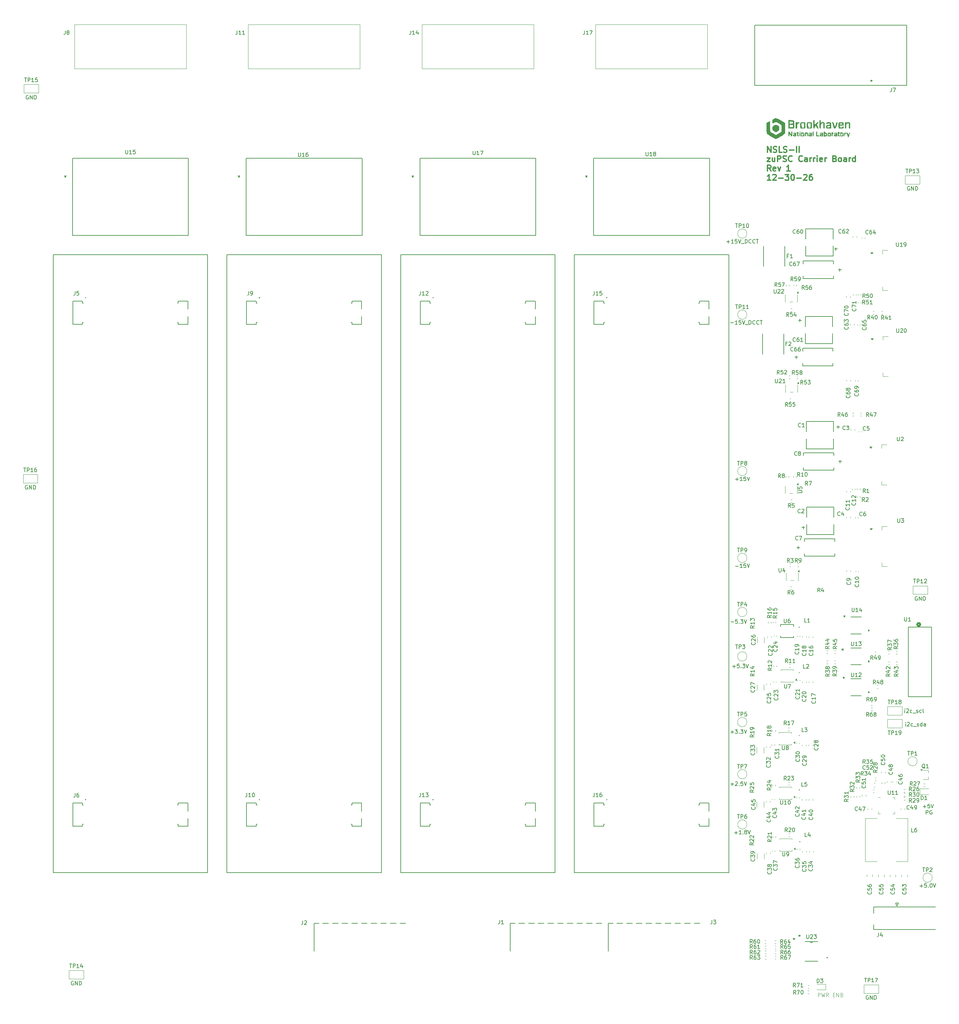
<source format=gbr>
%TF.GenerationSoftware,KiCad,Pcbnew,9.0.4-9.0.4-0~ubuntu22.04.1*%
%TF.CreationDate,2025-12-30T11:42:01-05:00*%
%TF.ProjectId,psc_carrier_brd,7073635f-6361-4727-9269-65725f627264,rev?*%
%TF.SameCoordinates,Original*%
%TF.FileFunction,Legend,Top*%
%TF.FilePolarity,Positive*%
%FSLAX46Y46*%
G04 Gerber Fmt 4.6, Leading zero omitted, Abs format (unit mm)*
G04 Created by KiCad (PCBNEW 9.0.4-9.0.4-0~ubuntu22.04.1) date 2025-12-30 11:42:01*
%MOMM*%
%LPD*%
G01*
G04 APERTURE LIST*
%ADD10C,0.300000*%
%ADD11C,0.200000*%
%ADD12C,0.100000*%
%ADD13C,0.150000*%
%ADD14C,0.000000*%
%ADD15C,0.152400*%
%ADD16C,0.120000*%
%ADD17C,0.025400*%
%ADD18C,0.508000*%
%ADD19C,0.127000*%
%ADD20C,0.050000*%
G04 APERTURE END LIST*
D10*
X260054510Y-113456080D02*
X260054510Y-111956080D01*
X260054510Y-111956080D02*
X260911653Y-113456080D01*
X260911653Y-113456080D02*
X260911653Y-111956080D01*
X261554511Y-113384652D02*
X261768797Y-113456080D01*
X261768797Y-113456080D02*
X262125939Y-113456080D01*
X262125939Y-113456080D02*
X262268797Y-113384652D01*
X262268797Y-113384652D02*
X262340225Y-113313223D01*
X262340225Y-113313223D02*
X262411654Y-113170366D01*
X262411654Y-113170366D02*
X262411654Y-113027509D01*
X262411654Y-113027509D02*
X262340225Y-112884652D01*
X262340225Y-112884652D02*
X262268797Y-112813223D01*
X262268797Y-112813223D02*
X262125939Y-112741794D01*
X262125939Y-112741794D02*
X261840225Y-112670366D01*
X261840225Y-112670366D02*
X261697368Y-112598937D01*
X261697368Y-112598937D02*
X261625939Y-112527509D01*
X261625939Y-112527509D02*
X261554511Y-112384652D01*
X261554511Y-112384652D02*
X261554511Y-112241794D01*
X261554511Y-112241794D02*
X261625939Y-112098937D01*
X261625939Y-112098937D02*
X261697368Y-112027509D01*
X261697368Y-112027509D02*
X261840225Y-111956080D01*
X261840225Y-111956080D02*
X262197368Y-111956080D01*
X262197368Y-111956080D02*
X262411654Y-112027509D01*
X263768796Y-113456080D02*
X263054510Y-113456080D01*
X263054510Y-113456080D02*
X263054510Y-111956080D01*
X264197368Y-113384652D02*
X264411654Y-113456080D01*
X264411654Y-113456080D02*
X264768796Y-113456080D01*
X264768796Y-113456080D02*
X264911654Y-113384652D01*
X264911654Y-113384652D02*
X264983082Y-113313223D01*
X264983082Y-113313223D02*
X265054511Y-113170366D01*
X265054511Y-113170366D02*
X265054511Y-113027509D01*
X265054511Y-113027509D02*
X264983082Y-112884652D01*
X264983082Y-112884652D02*
X264911654Y-112813223D01*
X264911654Y-112813223D02*
X264768796Y-112741794D01*
X264768796Y-112741794D02*
X264483082Y-112670366D01*
X264483082Y-112670366D02*
X264340225Y-112598937D01*
X264340225Y-112598937D02*
X264268796Y-112527509D01*
X264268796Y-112527509D02*
X264197368Y-112384652D01*
X264197368Y-112384652D02*
X264197368Y-112241794D01*
X264197368Y-112241794D02*
X264268796Y-112098937D01*
X264268796Y-112098937D02*
X264340225Y-112027509D01*
X264340225Y-112027509D02*
X264483082Y-111956080D01*
X264483082Y-111956080D02*
X264840225Y-111956080D01*
X264840225Y-111956080D02*
X265054511Y-112027509D01*
X265697367Y-112884652D02*
X266840225Y-112884652D01*
X267554510Y-113456080D02*
X267554510Y-111956080D01*
X268268796Y-113456080D02*
X268268796Y-111956080D01*
X259911653Y-114870996D02*
X260697368Y-114870996D01*
X260697368Y-114870996D02*
X259911653Y-115870996D01*
X259911653Y-115870996D02*
X260697368Y-115870996D01*
X261911654Y-114870996D02*
X261911654Y-115870996D01*
X261268796Y-114870996D02*
X261268796Y-115656710D01*
X261268796Y-115656710D02*
X261340225Y-115799568D01*
X261340225Y-115799568D02*
X261483082Y-115870996D01*
X261483082Y-115870996D02*
X261697368Y-115870996D01*
X261697368Y-115870996D02*
X261840225Y-115799568D01*
X261840225Y-115799568D02*
X261911654Y-115728139D01*
X262625939Y-115870996D02*
X262625939Y-114370996D01*
X262625939Y-114370996D02*
X263197368Y-114370996D01*
X263197368Y-114370996D02*
X263340225Y-114442425D01*
X263340225Y-114442425D02*
X263411654Y-114513853D01*
X263411654Y-114513853D02*
X263483082Y-114656710D01*
X263483082Y-114656710D02*
X263483082Y-114870996D01*
X263483082Y-114870996D02*
X263411654Y-115013853D01*
X263411654Y-115013853D02*
X263340225Y-115085282D01*
X263340225Y-115085282D02*
X263197368Y-115156710D01*
X263197368Y-115156710D02*
X262625939Y-115156710D01*
X264054511Y-115799568D02*
X264268797Y-115870996D01*
X264268797Y-115870996D02*
X264625939Y-115870996D01*
X264625939Y-115870996D02*
X264768797Y-115799568D01*
X264768797Y-115799568D02*
X264840225Y-115728139D01*
X264840225Y-115728139D02*
X264911654Y-115585282D01*
X264911654Y-115585282D02*
X264911654Y-115442425D01*
X264911654Y-115442425D02*
X264840225Y-115299568D01*
X264840225Y-115299568D02*
X264768797Y-115228139D01*
X264768797Y-115228139D02*
X264625939Y-115156710D01*
X264625939Y-115156710D02*
X264340225Y-115085282D01*
X264340225Y-115085282D02*
X264197368Y-115013853D01*
X264197368Y-115013853D02*
X264125939Y-114942425D01*
X264125939Y-114942425D02*
X264054511Y-114799568D01*
X264054511Y-114799568D02*
X264054511Y-114656710D01*
X264054511Y-114656710D02*
X264125939Y-114513853D01*
X264125939Y-114513853D02*
X264197368Y-114442425D01*
X264197368Y-114442425D02*
X264340225Y-114370996D01*
X264340225Y-114370996D02*
X264697368Y-114370996D01*
X264697368Y-114370996D02*
X264911654Y-114442425D01*
X266411653Y-115728139D02*
X266340225Y-115799568D01*
X266340225Y-115799568D02*
X266125939Y-115870996D01*
X266125939Y-115870996D02*
X265983082Y-115870996D01*
X265983082Y-115870996D02*
X265768796Y-115799568D01*
X265768796Y-115799568D02*
X265625939Y-115656710D01*
X265625939Y-115656710D02*
X265554510Y-115513853D01*
X265554510Y-115513853D02*
X265483082Y-115228139D01*
X265483082Y-115228139D02*
X265483082Y-115013853D01*
X265483082Y-115013853D02*
X265554510Y-114728139D01*
X265554510Y-114728139D02*
X265625939Y-114585282D01*
X265625939Y-114585282D02*
X265768796Y-114442425D01*
X265768796Y-114442425D02*
X265983082Y-114370996D01*
X265983082Y-114370996D02*
X266125939Y-114370996D01*
X266125939Y-114370996D02*
X266340225Y-114442425D01*
X266340225Y-114442425D02*
X266411653Y-114513853D01*
X269054510Y-115728139D02*
X268983082Y-115799568D01*
X268983082Y-115799568D02*
X268768796Y-115870996D01*
X268768796Y-115870996D02*
X268625939Y-115870996D01*
X268625939Y-115870996D02*
X268411653Y-115799568D01*
X268411653Y-115799568D02*
X268268796Y-115656710D01*
X268268796Y-115656710D02*
X268197367Y-115513853D01*
X268197367Y-115513853D02*
X268125939Y-115228139D01*
X268125939Y-115228139D02*
X268125939Y-115013853D01*
X268125939Y-115013853D02*
X268197367Y-114728139D01*
X268197367Y-114728139D02*
X268268796Y-114585282D01*
X268268796Y-114585282D02*
X268411653Y-114442425D01*
X268411653Y-114442425D02*
X268625939Y-114370996D01*
X268625939Y-114370996D02*
X268768796Y-114370996D01*
X268768796Y-114370996D02*
X268983082Y-114442425D01*
X268983082Y-114442425D02*
X269054510Y-114513853D01*
X270340225Y-115870996D02*
X270340225Y-115085282D01*
X270340225Y-115085282D02*
X270268796Y-114942425D01*
X270268796Y-114942425D02*
X270125939Y-114870996D01*
X270125939Y-114870996D02*
X269840225Y-114870996D01*
X269840225Y-114870996D02*
X269697367Y-114942425D01*
X270340225Y-115799568D02*
X270197367Y-115870996D01*
X270197367Y-115870996D02*
X269840225Y-115870996D01*
X269840225Y-115870996D02*
X269697367Y-115799568D01*
X269697367Y-115799568D02*
X269625939Y-115656710D01*
X269625939Y-115656710D02*
X269625939Y-115513853D01*
X269625939Y-115513853D02*
X269697367Y-115370996D01*
X269697367Y-115370996D02*
X269840225Y-115299568D01*
X269840225Y-115299568D02*
X270197367Y-115299568D01*
X270197367Y-115299568D02*
X270340225Y-115228139D01*
X271054510Y-115870996D02*
X271054510Y-114870996D01*
X271054510Y-115156710D02*
X271125939Y-115013853D01*
X271125939Y-115013853D02*
X271197368Y-114942425D01*
X271197368Y-114942425D02*
X271340225Y-114870996D01*
X271340225Y-114870996D02*
X271483082Y-114870996D01*
X271983081Y-115870996D02*
X271983081Y-114870996D01*
X271983081Y-115156710D02*
X272054510Y-115013853D01*
X272054510Y-115013853D02*
X272125939Y-114942425D01*
X272125939Y-114942425D02*
X272268796Y-114870996D01*
X272268796Y-114870996D02*
X272411653Y-114870996D01*
X272911652Y-115870996D02*
X272911652Y-114870996D01*
X272911652Y-114370996D02*
X272840224Y-114442425D01*
X272840224Y-114442425D02*
X272911652Y-114513853D01*
X272911652Y-114513853D02*
X272983081Y-114442425D01*
X272983081Y-114442425D02*
X272911652Y-114370996D01*
X272911652Y-114370996D02*
X272911652Y-114513853D01*
X274197367Y-115799568D02*
X274054510Y-115870996D01*
X274054510Y-115870996D02*
X273768796Y-115870996D01*
X273768796Y-115870996D02*
X273625938Y-115799568D01*
X273625938Y-115799568D02*
X273554510Y-115656710D01*
X273554510Y-115656710D02*
X273554510Y-115085282D01*
X273554510Y-115085282D02*
X273625938Y-114942425D01*
X273625938Y-114942425D02*
X273768796Y-114870996D01*
X273768796Y-114870996D02*
X274054510Y-114870996D01*
X274054510Y-114870996D02*
X274197367Y-114942425D01*
X274197367Y-114942425D02*
X274268796Y-115085282D01*
X274268796Y-115085282D02*
X274268796Y-115228139D01*
X274268796Y-115228139D02*
X273554510Y-115370996D01*
X274911652Y-115870996D02*
X274911652Y-114870996D01*
X274911652Y-115156710D02*
X274983081Y-115013853D01*
X274983081Y-115013853D02*
X275054510Y-114942425D01*
X275054510Y-114942425D02*
X275197367Y-114870996D01*
X275197367Y-114870996D02*
X275340224Y-114870996D01*
X277483080Y-115085282D02*
X277697366Y-115156710D01*
X277697366Y-115156710D02*
X277768795Y-115228139D01*
X277768795Y-115228139D02*
X277840223Y-115370996D01*
X277840223Y-115370996D02*
X277840223Y-115585282D01*
X277840223Y-115585282D02*
X277768795Y-115728139D01*
X277768795Y-115728139D02*
X277697366Y-115799568D01*
X277697366Y-115799568D02*
X277554509Y-115870996D01*
X277554509Y-115870996D02*
X276983080Y-115870996D01*
X276983080Y-115870996D02*
X276983080Y-114370996D01*
X276983080Y-114370996D02*
X277483080Y-114370996D01*
X277483080Y-114370996D02*
X277625938Y-114442425D01*
X277625938Y-114442425D02*
X277697366Y-114513853D01*
X277697366Y-114513853D02*
X277768795Y-114656710D01*
X277768795Y-114656710D02*
X277768795Y-114799568D01*
X277768795Y-114799568D02*
X277697366Y-114942425D01*
X277697366Y-114942425D02*
X277625938Y-115013853D01*
X277625938Y-115013853D02*
X277483080Y-115085282D01*
X277483080Y-115085282D02*
X276983080Y-115085282D01*
X278697366Y-115870996D02*
X278554509Y-115799568D01*
X278554509Y-115799568D02*
X278483080Y-115728139D01*
X278483080Y-115728139D02*
X278411652Y-115585282D01*
X278411652Y-115585282D02*
X278411652Y-115156710D01*
X278411652Y-115156710D02*
X278483080Y-115013853D01*
X278483080Y-115013853D02*
X278554509Y-114942425D01*
X278554509Y-114942425D02*
X278697366Y-114870996D01*
X278697366Y-114870996D02*
X278911652Y-114870996D01*
X278911652Y-114870996D02*
X279054509Y-114942425D01*
X279054509Y-114942425D02*
X279125938Y-115013853D01*
X279125938Y-115013853D02*
X279197366Y-115156710D01*
X279197366Y-115156710D02*
X279197366Y-115585282D01*
X279197366Y-115585282D02*
X279125938Y-115728139D01*
X279125938Y-115728139D02*
X279054509Y-115799568D01*
X279054509Y-115799568D02*
X278911652Y-115870996D01*
X278911652Y-115870996D02*
X278697366Y-115870996D01*
X280483081Y-115870996D02*
X280483081Y-115085282D01*
X280483081Y-115085282D02*
X280411652Y-114942425D01*
X280411652Y-114942425D02*
X280268795Y-114870996D01*
X280268795Y-114870996D02*
X279983081Y-114870996D01*
X279983081Y-114870996D02*
X279840223Y-114942425D01*
X280483081Y-115799568D02*
X280340223Y-115870996D01*
X280340223Y-115870996D02*
X279983081Y-115870996D01*
X279983081Y-115870996D02*
X279840223Y-115799568D01*
X279840223Y-115799568D02*
X279768795Y-115656710D01*
X279768795Y-115656710D02*
X279768795Y-115513853D01*
X279768795Y-115513853D02*
X279840223Y-115370996D01*
X279840223Y-115370996D02*
X279983081Y-115299568D01*
X279983081Y-115299568D02*
X280340223Y-115299568D01*
X280340223Y-115299568D02*
X280483081Y-115228139D01*
X281197366Y-115870996D02*
X281197366Y-114870996D01*
X281197366Y-115156710D02*
X281268795Y-115013853D01*
X281268795Y-115013853D02*
X281340224Y-114942425D01*
X281340224Y-114942425D02*
X281483081Y-114870996D01*
X281483081Y-114870996D02*
X281625938Y-114870996D01*
X282768795Y-115870996D02*
X282768795Y-114370996D01*
X282768795Y-115799568D02*
X282625937Y-115870996D01*
X282625937Y-115870996D02*
X282340223Y-115870996D01*
X282340223Y-115870996D02*
X282197366Y-115799568D01*
X282197366Y-115799568D02*
X282125937Y-115728139D01*
X282125937Y-115728139D02*
X282054509Y-115585282D01*
X282054509Y-115585282D02*
X282054509Y-115156710D01*
X282054509Y-115156710D02*
X282125937Y-115013853D01*
X282125937Y-115013853D02*
X282197366Y-114942425D01*
X282197366Y-114942425D02*
X282340223Y-114870996D01*
X282340223Y-114870996D02*
X282625937Y-114870996D01*
X282625937Y-114870996D02*
X282768795Y-114942425D01*
X260911653Y-118285912D02*
X260411653Y-117571626D01*
X260054510Y-118285912D02*
X260054510Y-116785912D01*
X260054510Y-116785912D02*
X260625939Y-116785912D01*
X260625939Y-116785912D02*
X260768796Y-116857341D01*
X260768796Y-116857341D02*
X260840225Y-116928769D01*
X260840225Y-116928769D02*
X260911653Y-117071626D01*
X260911653Y-117071626D02*
X260911653Y-117285912D01*
X260911653Y-117285912D02*
X260840225Y-117428769D01*
X260840225Y-117428769D02*
X260768796Y-117500198D01*
X260768796Y-117500198D02*
X260625939Y-117571626D01*
X260625939Y-117571626D02*
X260054510Y-117571626D01*
X262125939Y-118214484D02*
X261983082Y-118285912D01*
X261983082Y-118285912D02*
X261697368Y-118285912D01*
X261697368Y-118285912D02*
X261554510Y-118214484D01*
X261554510Y-118214484D02*
X261483082Y-118071626D01*
X261483082Y-118071626D02*
X261483082Y-117500198D01*
X261483082Y-117500198D02*
X261554510Y-117357341D01*
X261554510Y-117357341D02*
X261697368Y-117285912D01*
X261697368Y-117285912D02*
X261983082Y-117285912D01*
X261983082Y-117285912D02*
X262125939Y-117357341D01*
X262125939Y-117357341D02*
X262197368Y-117500198D01*
X262197368Y-117500198D02*
X262197368Y-117643055D01*
X262197368Y-117643055D02*
X261483082Y-117785912D01*
X262697367Y-117285912D02*
X263054510Y-118285912D01*
X263054510Y-118285912D02*
X263411653Y-117285912D01*
X265911653Y-118285912D02*
X265054510Y-118285912D01*
X265483081Y-118285912D02*
X265483081Y-116785912D01*
X265483081Y-116785912D02*
X265340224Y-117000198D01*
X265340224Y-117000198D02*
X265197367Y-117143055D01*
X265197367Y-117143055D02*
X265054510Y-117214484D01*
X260840225Y-120700828D02*
X259983082Y-120700828D01*
X260411653Y-120700828D02*
X260411653Y-119200828D01*
X260411653Y-119200828D02*
X260268796Y-119415114D01*
X260268796Y-119415114D02*
X260125939Y-119557971D01*
X260125939Y-119557971D02*
X259983082Y-119629400D01*
X261411653Y-119343685D02*
X261483081Y-119272257D01*
X261483081Y-119272257D02*
X261625939Y-119200828D01*
X261625939Y-119200828D02*
X261983081Y-119200828D01*
X261983081Y-119200828D02*
X262125939Y-119272257D01*
X262125939Y-119272257D02*
X262197367Y-119343685D01*
X262197367Y-119343685D02*
X262268796Y-119486542D01*
X262268796Y-119486542D02*
X262268796Y-119629400D01*
X262268796Y-119629400D02*
X262197367Y-119843685D01*
X262197367Y-119843685D02*
X261340224Y-120700828D01*
X261340224Y-120700828D02*
X262268796Y-120700828D01*
X262911652Y-120129400D02*
X264054510Y-120129400D01*
X264625938Y-119200828D02*
X265554510Y-119200828D01*
X265554510Y-119200828D02*
X265054510Y-119772257D01*
X265054510Y-119772257D02*
X265268795Y-119772257D01*
X265268795Y-119772257D02*
X265411653Y-119843685D01*
X265411653Y-119843685D02*
X265483081Y-119915114D01*
X265483081Y-119915114D02*
X265554510Y-120057971D01*
X265554510Y-120057971D02*
X265554510Y-120415114D01*
X265554510Y-120415114D02*
X265483081Y-120557971D01*
X265483081Y-120557971D02*
X265411653Y-120629400D01*
X265411653Y-120629400D02*
X265268795Y-120700828D01*
X265268795Y-120700828D02*
X264840224Y-120700828D01*
X264840224Y-120700828D02*
X264697367Y-120629400D01*
X264697367Y-120629400D02*
X264625938Y-120557971D01*
X266483081Y-119200828D02*
X266625938Y-119200828D01*
X266625938Y-119200828D02*
X266768795Y-119272257D01*
X266768795Y-119272257D02*
X266840224Y-119343685D01*
X266840224Y-119343685D02*
X266911652Y-119486542D01*
X266911652Y-119486542D02*
X266983081Y-119772257D01*
X266983081Y-119772257D02*
X266983081Y-120129400D01*
X266983081Y-120129400D02*
X266911652Y-120415114D01*
X266911652Y-120415114D02*
X266840224Y-120557971D01*
X266840224Y-120557971D02*
X266768795Y-120629400D01*
X266768795Y-120629400D02*
X266625938Y-120700828D01*
X266625938Y-120700828D02*
X266483081Y-120700828D01*
X266483081Y-120700828D02*
X266340224Y-120629400D01*
X266340224Y-120629400D02*
X266268795Y-120557971D01*
X266268795Y-120557971D02*
X266197366Y-120415114D01*
X266197366Y-120415114D02*
X266125938Y-120129400D01*
X266125938Y-120129400D02*
X266125938Y-119772257D01*
X266125938Y-119772257D02*
X266197366Y-119486542D01*
X266197366Y-119486542D02*
X266268795Y-119343685D01*
X266268795Y-119343685D02*
X266340224Y-119272257D01*
X266340224Y-119272257D02*
X266483081Y-119200828D01*
X267625937Y-120129400D02*
X268768795Y-120129400D01*
X269411652Y-119343685D02*
X269483080Y-119272257D01*
X269483080Y-119272257D02*
X269625938Y-119200828D01*
X269625938Y-119200828D02*
X269983080Y-119200828D01*
X269983080Y-119200828D02*
X270125938Y-119272257D01*
X270125938Y-119272257D02*
X270197366Y-119343685D01*
X270197366Y-119343685D02*
X270268795Y-119486542D01*
X270268795Y-119486542D02*
X270268795Y-119629400D01*
X270268795Y-119629400D02*
X270197366Y-119843685D01*
X270197366Y-119843685D02*
X269340223Y-120700828D01*
X269340223Y-120700828D02*
X270268795Y-120700828D01*
X271554509Y-119200828D02*
X271268794Y-119200828D01*
X271268794Y-119200828D02*
X271125937Y-119272257D01*
X271125937Y-119272257D02*
X271054509Y-119343685D01*
X271054509Y-119343685D02*
X270911651Y-119557971D01*
X270911651Y-119557971D02*
X270840223Y-119843685D01*
X270840223Y-119843685D02*
X270840223Y-120415114D01*
X270840223Y-120415114D02*
X270911651Y-120557971D01*
X270911651Y-120557971D02*
X270983080Y-120629400D01*
X270983080Y-120629400D02*
X271125937Y-120700828D01*
X271125937Y-120700828D02*
X271411651Y-120700828D01*
X271411651Y-120700828D02*
X271554509Y-120629400D01*
X271554509Y-120629400D02*
X271625937Y-120557971D01*
X271625937Y-120557971D02*
X271697366Y-120415114D01*
X271697366Y-120415114D02*
X271697366Y-120057971D01*
X271697366Y-120057971D02*
X271625937Y-119915114D01*
X271625937Y-119915114D02*
X271554509Y-119843685D01*
X271554509Y-119843685D02*
X271411651Y-119772257D01*
X271411651Y-119772257D02*
X271125937Y-119772257D01*
X271125937Y-119772257D02*
X270983080Y-119843685D01*
X270983080Y-119843685D02*
X270911651Y-119915114D01*
X270911651Y-119915114D02*
X270840223Y-120057971D01*
D11*
X210000000Y-300000000D02*
X250000000Y-300000000D01*
X115000000Y-140000000D02*
X75000000Y-140000000D01*
X250000000Y-140000000D02*
X250000000Y-300000000D01*
X75000000Y-140000000D02*
X75000000Y-300000000D01*
X120000000Y-140000000D02*
X160000000Y-140000000D01*
X210000000Y-140000000D02*
X210000000Y-300000000D01*
X250000000Y-140000000D02*
X210000000Y-140000000D01*
X165000000Y-300000000D02*
X165000000Y-140000000D01*
X120000000Y-300000000D02*
X120000000Y-140000000D01*
X205000000Y-300000000D02*
X165000000Y-300000000D01*
X160000000Y-300000000D02*
X120000000Y-300000000D01*
X165000000Y-140000000D02*
X205000000Y-140000000D01*
X75000000Y-300000000D02*
X115000000Y-300000000D01*
X115000000Y-300000000D02*
X115000000Y-140000000D01*
X160000000Y-140000000D02*
X160000000Y-300000000D01*
X205000000Y-140000000D02*
X205000000Y-300000000D01*
D12*
X273103884Y-332172419D02*
X273103884Y-331172419D01*
X273103884Y-331172419D02*
X273484836Y-331172419D01*
X273484836Y-331172419D02*
X273580074Y-331220038D01*
X273580074Y-331220038D02*
X273627693Y-331267657D01*
X273627693Y-331267657D02*
X273675312Y-331362895D01*
X273675312Y-331362895D02*
X273675312Y-331505752D01*
X273675312Y-331505752D02*
X273627693Y-331600990D01*
X273627693Y-331600990D02*
X273580074Y-331648609D01*
X273580074Y-331648609D02*
X273484836Y-331696228D01*
X273484836Y-331696228D02*
X273103884Y-331696228D01*
X274008646Y-331172419D02*
X274246741Y-332172419D01*
X274246741Y-332172419D02*
X274437217Y-331458133D01*
X274437217Y-331458133D02*
X274627693Y-332172419D01*
X274627693Y-332172419D02*
X274865789Y-331172419D01*
X275818169Y-332172419D02*
X275484836Y-331696228D01*
X275246741Y-332172419D02*
X275246741Y-331172419D01*
X275246741Y-331172419D02*
X275627693Y-331172419D01*
X275627693Y-331172419D02*
X275722931Y-331220038D01*
X275722931Y-331220038D02*
X275770550Y-331267657D01*
X275770550Y-331267657D02*
X275818169Y-331362895D01*
X275818169Y-331362895D02*
X275818169Y-331505752D01*
X275818169Y-331505752D02*
X275770550Y-331600990D01*
X275770550Y-331600990D02*
X275722931Y-331648609D01*
X275722931Y-331648609D02*
X275627693Y-331696228D01*
X275627693Y-331696228D02*
X275246741Y-331696228D01*
X277008646Y-331648609D02*
X277341979Y-331648609D01*
X277484836Y-332172419D02*
X277008646Y-332172419D01*
X277008646Y-332172419D02*
X277008646Y-331172419D01*
X277008646Y-331172419D02*
X277484836Y-331172419D01*
X277913408Y-332172419D02*
X277913408Y-331172419D01*
X277913408Y-331172419D02*
X278484836Y-332172419D01*
X278484836Y-332172419D02*
X278484836Y-331172419D01*
X279294360Y-331648609D02*
X279437217Y-331696228D01*
X279437217Y-331696228D02*
X279484836Y-331743847D01*
X279484836Y-331743847D02*
X279532455Y-331839085D01*
X279532455Y-331839085D02*
X279532455Y-331981942D01*
X279532455Y-331981942D02*
X279484836Y-332077180D01*
X279484836Y-332077180D02*
X279437217Y-332124800D01*
X279437217Y-332124800D02*
X279341979Y-332172419D01*
X279341979Y-332172419D02*
X278961027Y-332172419D01*
X278961027Y-332172419D02*
X278961027Y-331172419D01*
X278961027Y-331172419D02*
X279294360Y-331172419D01*
X279294360Y-331172419D02*
X279389598Y-331220038D01*
X279389598Y-331220038D02*
X279437217Y-331267657D01*
X279437217Y-331267657D02*
X279484836Y-331362895D01*
X279484836Y-331362895D02*
X279484836Y-331458133D01*
X279484836Y-331458133D02*
X279437217Y-331553371D01*
X279437217Y-331553371D02*
X279389598Y-331600990D01*
X279389598Y-331600990D02*
X279294360Y-331648609D01*
X279294360Y-331648609D02*
X278961027Y-331648609D01*
D13*
X300336779Y-282878922D02*
X301098684Y-282878922D01*
X300717731Y-283259875D02*
X300717731Y-282497970D01*
X302051064Y-282259875D02*
X301574874Y-282259875D01*
X301574874Y-282259875D02*
X301527255Y-282736065D01*
X301527255Y-282736065D02*
X301574874Y-282688446D01*
X301574874Y-282688446D02*
X301670112Y-282640827D01*
X301670112Y-282640827D02*
X301908207Y-282640827D01*
X301908207Y-282640827D02*
X302003445Y-282688446D01*
X302003445Y-282688446D02*
X302051064Y-282736065D01*
X302051064Y-282736065D02*
X302098683Y-282831303D01*
X302098683Y-282831303D02*
X302098683Y-283069398D01*
X302098683Y-283069398D02*
X302051064Y-283164636D01*
X302051064Y-283164636D02*
X302003445Y-283212256D01*
X302003445Y-283212256D02*
X301908207Y-283259875D01*
X301908207Y-283259875D02*
X301670112Y-283259875D01*
X301670112Y-283259875D02*
X301574874Y-283212256D01*
X301574874Y-283212256D02*
X301527255Y-283164636D01*
X302384398Y-282259875D02*
X302717731Y-283259875D01*
X302717731Y-283259875D02*
X303051064Y-282259875D01*
X301098684Y-284869819D02*
X301098684Y-283869819D01*
X301098684Y-283869819D02*
X301479636Y-283869819D01*
X301479636Y-283869819D02*
X301574874Y-283917438D01*
X301574874Y-283917438D02*
X301622493Y-283965057D01*
X301622493Y-283965057D02*
X301670112Y-284060295D01*
X301670112Y-284060295D02*
X301670112Y-284203152D01*
X301670112Y-284203152D02*
X301622493Y-284298390D01*
X301622493Y-284298390D02*
X301574874Y-284346009D01*
X301574874Y-284346009D02*
X301479636Y-284393628D01*
X301479636Y-284393628D02*
X301098684Y-284393628D01*
X302622493Y-283917438D02*
X302527255Y-283869819D01*
X302527255Y-283869819D02*
X302384398Y-283869819D01*
X302384398Y-283869819D02*
X302241541Y-283917438D01*
X302241541Y-283917438D02*
X302146303Y-284012676D01*
X302146303Y-284012676D02*
X302098684Y-284107914D01*
X302098684Y-284107914D02*
X302051065Y-284298390D01*
X302051065Y-284298390D02*
X302051065Y-284441247D01*
X302051065Y-284441247D02*
X302098684Y-284631723D01*
X302098684Y-284631723D02*
X302146303Y-284726961D01*
X302146303Y-284726961D02*
X302241541Y-284822200D01*
X302241541Y-284822200D02*
X302384398Y-284869819D01*
X302384398Y-284869819D02*
X302479636Y-284869819D01*
X302479636Y-284869819D02*
X302622493Y-284822200D01*
X302622493Y-284822200D02*
X302670112Y-284774580D01*
X302670112Y-284774580D02*
X302670112Y-284441247D01*
X302670112Y-284441247D02*
X302479636Y-284441247D01*
X277961779Y-184588866D02*
X278723684Y-184588866D01*
X278342731Y-184969819D02*
X278342731Y-184207914D01*
X268036779Y-156988866D02*
X268798684Y-156988866D01*
X268417731Y-157369819D02*
X268417731Y-156607914D01*
X277350679Y-138488866D02*
X278112584Y-138488866D01*
X277731631Y-138869819D02*
X277731631Y-138107914D01*
X268936779Y-210588866D02*
X269698684Y-210588866D01*
X269317731Y-210969819D02*
X269317731Y-210207914D01*
X267257142Y-162359580D02*
X267209523Y-162407200D01*
X267209523Y-162407200D02*
X267066666Y-162454819D01*
X267066666Y-162454819D02*
X266971428Y-162454819D01*
X266971428Y-162454819D02*
X266828571Y-162407200D01*
X266828571Y-162407200D02*
X266733333Y-162311961D01*
X266733333Y-162311961D02*
X266685714Y-162216723D01*
X266685714Y-162216723D02*
X266638095Y-162026247D01*
X266638095Y-162026247D02*
X266638095Y-161883390D01*
X266638095Y-161883390D02*
X266685714Y-161692914D01*
X266685714Y-161692914D02*
X266733333Y-161597676D01*
X266733333Y-161597676D02*
X266828571Y-161502438D01*
X266828571Y-161502438D02*
X266971428Y-161454819D01*
X266971428Y-161454819D02*
X267066666Y-161454819D01*
X267066666Y-161454819D02*
X267209523Y-161502438D01*
X267209523Y-161502438D02*
X267257142Y-161550057D01*
X268114285Y-161454819D02*
X267923809Y-161454819D01*
X267923809Y-161454819D02*
X267828571Y-161502438D01*
X267828571Y-161502438D02*
X267780952Y-161550057D01*
X267780952Y-161550057D02*
X267685714Y-161692914D01*
X267685714Y-161692914D02*
X267638095Y-161883390D01*
X267638095Y-161883390D02*
X267638095Y-162264342D01*
X267638095Y-162264342D02*
X267685714Y-162359580D01*
X267685714Y-162359580D02*
X267733333Y-162407200D01*
X267733333Y-162407200D02*
X267828571Y-162454819D01*
X267828571Y-162454819D02*
X268019047Y-162454819D01*
X268019047Y-162454819D02*
X268114285Y-162407200D01*
X268114285Y-162407200D02*
X268161904Y-162359580D01*
X268161904Y-162359580D02*
X268209523Y-162264342D01*
X268209523Y-162264342D02*
X268209523Y-162026247D01*
X268209523Y-162026247D02*
X268161904Y-161931009D01*
X268161904Y-161931009D02*
X268114285Y-161883390D01*
X268114285Y-161883390D02*
X268019047Y-161835771D01*
X268019047Y-161835771D02*
X267828571Y-161835771D01*
X267828571Y-161835771D02*
X267733333Y-161883390D01*
X267733333Y-161883390D02*
X267685714Y-161931009D01*
X267685714Y-161931009D02*
X267638095Y-162026247D01*
X269161904Y-162454819D02*
X268590476Y-162454819D01*
X268876190Y-162454819D02*
X268876190Y-161454819D01*
X268876190Y-161454819D02*
X268780952Y-161597676D01*
X268780952Y-161597676D02*
X268685714Y-161692914D01*
X268685714Y-161692914D02*
X268590476Y-161740533D01*
X267633333Y-191859580D02*
X267585714Y-191907200D01*
X267585714Y-191907200D02*
X267442857Y-191954819D01*
X267442857Y-191954819D02*
X267347619Y-191954819D01*
X267347619Y-191954819D02*
X267204762Y-191907200D01*
X267204762Y-191907200D02*
X267109524Y-191811961D01*
X267109524Y-191811961D02*
X267061905Y-191716723D01*
X267061905Y-191716723D02*
X267014286Y-191526247D01*
X267014286Y-191526247D02*
X267014286Y-191383390D01*
X267014286Y-191383390D02*
X267061905Y-191192914D01*
X267061905Y-191192914D02*
X267109524Y-191097676D01*
X267109524Y-191097676D02*
X267204762Y-191002438D01*
X267204762Y-191002438D02*
X267347619Y-190954819D01*
X267347619Y-190954819D02*
X267442857Y-190954819D01*
X267442857Y-190954819D02*
X267585714Y-191002438D01*
X267585714Y-191002438D02*
X267633333Y-191050057D01*
X268204762Y-191383390D02*
X268109524Y-191335771D01*
X268109524Y-191335771D02*
X268061905Y-191288152D01*
X268061905Y-191288152D02*
X268014286Y-191192914D01*
X268014286Y-191192914D02*
X268014286Y-191145295D01*
X268014286Y-191145295D02*
X268061905Y-191050057D01*
X268061905Y-191050057D02*
X268109524Y-191002438D01*
X268109524Y-191002438D02*
X268204762Y-190954819D01*
X268204762Y-190954819D02*
X268395238Y-190954819D01*
X268395238Y-190954819D02*
X268490476Y-191002438D01*
X268490476Y-191002438D02*
X268538095Y-191050057D01*
X268538095Y-191050057D02*
X268585714Y-191145295D01*
X268585714Y-191145295D02*
X268585714Y-191192914D01*
X268585714Y-191192914D02*
X268538095Y-191288152D01*
X268538095Y-191288152D02*
X268490476Y-191335771D01*
X268490476Y-191335771D02*
X268395238Y-191383390D01*
X268395238Y-191383390D02*
X268204762Y-191383390D01*
X268204762Y-191383390D02*
X268109524Y-191431009D01*
X268109524Y-191431009D02*
X268061905Y-191478628D01*
X268061905Y-191478628D02*
X268014286Y-191573866D01*
X268014286Y-191573866D02*
X268014286Y-191764342D01*
X268014286Y-191764342D02*
X268061905Y-191859580D01*
X268061905Y-191859580D02*
X268109524Y-191907200D01*
X268109524Y-191907200D02*
X268204762Y-191954819D01*
X268204762Y-191954819D02*
X268395238Y-191954819D01*
X268395238Y-191954819D02*
X268490476Y-191907200D01*
X268490476Y-191907200D02*
X268538095Y-191859580D01*
X268538095Y-191859580D02*
X268585714Y-191764342D01*
X268585714Y-191764342D02*
X268585714Y-191573866D01*
X268585714Y-191573866D02*
X268538095Y-191478628D01*
X268538095Y-191478628D02*
X268490476Y-191431009D01*
X268490476Y-191431009D02*
X268395238Y-191383390D01*
X261004819Y-233342857D02*
X260528628Y-233676190D01*
X261004819Y-233914285D02*
X260004819Y-233914285D01*
X260004819Y-233914285D02*
X260004819Y-233533333D01*
X260004819Y-233533333D02*
X260052438Y-233438095D01*
X260052438Y-233438095D02*
X260100057Y-233390476D01*
X260100057Y-233390476D02*
X260195295Y-233342857D01*
X260195295Y-233342857D02*
X260338152Y-233342857D01*
X260338152Y-233342857D02*
X260433390Y-233390476D01*
X260433390Y-233390476D02*
X260481009Y-233438095D01*
X260481009Y-233438095D02*
X260528628Y-233533333D01*
X260528628Y-233533333D02*
X260528628Y-233914285D01*
X261004819Y-232390476D02*
X261004819Y-232961904D01*
X261004819Y-232676190D02*
X260004819Y-232676190D01*
X260004819Y-232676190D02*
X260147676Y-232771428D01*
X260147676Y-232771428D02*
X260242914Y-232866666D01*
X260242914Y-232866666D02*
X260290533Y-232961904D01*
X260004819Y-231533333D02*
X260004819Y-231723809D01*
X260004819Y-231723809D02*
X260052438Y-231819047D01*
X260052438Y-231819047D02*
X260100057Y-231866666D01*
X260100057Y-231866666D02*
X260242914Y-231961904D01*
X260242914Y-231961904D02*
X260433390Y-232009523D01*
X260433390Y-232009523D02*
X260814342Y-232009523D01*
X260814342Y-232009523D02*
X260909580Y-231961904D01*
X260909580Y-231961904D02*
X260957200Y-231914285D01*
X260957200Y-231914285D02*
X261004819Y-231819047D01*
X261004819Y-231819047D02*
X261004819Y-231628571D01*
X261004819Y-231628571D02*
X260957200Y-231533333D01*
X260957200Y-231533333D02*
X260909580Y-231485714D01*
X260909580Y-231485714D02*
X260814342Y-231438095D01*
X260814342Y-231438095D02*
X260576247Y-231438095D01*
X260576247Y-231438095D02*
X260481009Y-231485714D01*
X260481009Y-231485714D02*
X260433390Y-231533333D01*
X260433390Y-231533333D02*
X260385771Y-231628571D01*
X260385771Y-231628571D02*
X260385771Y-231819047D01*
X260385771Y-231819047D02*
X260433390Y-231914285D01*
X260433390Y-231914285D02*
X260481009Y-231961904D01*
X260481009Y-231961904D02*
X260576247Y-232009523D01*
X256604819Y-236057857D02*
X256128628Y-236391190D01*
X256604819Y-236629285D02*
X255604819Y-236629285D01*
X255604819Y-236629285D02*
X255604819Y-236248333D01*
X255604819Y-236248333D02*
X255652438Y-236153095D01*
X255652438Y-236153095D02*
X255700057Y-236105476D01*
X255700057Y-236105476D02*
X255795295Y-236057857D01*
X255795295Y-236057857D02*
X255938152Y-236057857D01*
X255938152Y-236057857D02*
X256033390Y-236105476D01*
X256033390Y-236105476D02*
X256081009Y-236153095D01*
X256081009Y-236153095D02*
X256128628Y-236248333D01*
X256128628Y-236248333D02*
X256128628Y-236629285D01*
X256604819Y-235105476D02*
X256604819Y-235676904D01*
X256604819Y-235391190D02*
X255604819Y-235391190D01*
X255604819Y-235391190D02*
X255747676Y-235486428D01*
X255747676Y-235486428D02*
X255842914Y-235581666D01*
X255842914Y-235581666D02*
X255890533Y-235676904D01*
X255604819Y-234772142D02*
X255604819Y-234153095D01*
X255604819Y-234153095D02*
X255985771Y-234486428D01*
X255985771Y-234486428D02*
X255985771Y-234343571D01*
X255985771Y-234343571D02*
X256033390Y-234248333D01*
X256033390Y-234248333D02*
X256081009Y-234200714D01*
X256081009Y-234200714D02*
X256176247Y-234153095D01*
X256176247Y-234153095D02*
X256414342Y-234153095D01*
X256414342Y-234153095D02*
X256509580Y-234200714D01*
X256509580Y-234200714D02*
X256557200Y-234248333D01*
X256557200Y-234248333D02*
X256604819Y-234343571D01*
X256604819Y-234343571D02*
X256604819Y-234629285D01*
X256604819Y-234629285D02*
X256557200Y-234724523D01*
X256557200Y-234724523D02*
X256509580Y-234772142D01*
X263968095Y-294689819D02*
X263968095Y-295499342D01*
X263968095Y-295499342D02*
X264015714Y-295594580D01*
X264015714Y-295594580D02*
X264063333Y-295642200D01*
X264063333Y-295642200D02*
X264158571Y-295689819D01*
X264158571Y-295689819D02*
X264349047Y-295689819D01*
X264349047Y-295689819D02*
X264444285Y-295642200D01*
X264444285Y-295642200D02*
X264491904Y-295594580D01*
X264491904Y-295594580D02*
X264539523Y-295499342D01*
X264539523Y-295499342D02*
X264539523Y-294689819D01*
X265063333Y-295689819D02*
X265253809Y-295689819D01*
X265253809Y-295689819D02*
X265349047Y-295642200D01*
X265349047Y-295642200D02*
X265396666Y-295594580D01*
X265396666Y-295594580D02*
X265491904Y-295451723D01*
X265491904Y-295451723D02*
X265539523Y-295261247D01*
X265539523Y-295261247D02*
X265539523Y-294880295D01*
X265539523Y-294880295D02*
X265491904Y-294785057D01*
X265491904Y-294785057D02*
X265444285Y-294737438D01*
X265444285Y-294737438D02*
X265349047Y-294689819D01*
X265349047Y-294689819D02*
X265158571Y-294689819D01*
X265158571Y-294689819D02*
X265063333Y-294737438D01*
X265063333Y-294737438D02*
X265015714Y-294785057D01*
X265015714Y-294785057D02*
X264968095Y-294880295D01*
X264968095Y-294880295D02*
X264968095Y-295118390D01*
X264968095Y-295118390D02*
X265015714Y-295213628D01*
X265015714Y-295213628D02*
X265063333Y-295261247D01*
X265063333Y-295261247D02*
X265158571Y-295308866D01*
X265158571Y-295308866D02*
X265349047Y-295308866D01*
X265349047Y-295308866D02*
X265444285Y-295261247D01*
X265444285Y-295261247D02*
X265491904Y-295213628D01*
X265491904Y-295213628D02*
X265539523Y-295118390D01*
X269909580Y-255042857D02*
X269957200Y-255090476D01*
X269957200Y-255090476D02*
X270004819Y-255233333D01*
X270004819Y-255233333D02*
X270004819Y-255328571D01*
X270004819Y-255328571D02*
X269957200Y-255471428D01*
X269957200Y-255471428D02*
X269861961Y-255566666D01*
X269861961Y-255566666D02*
X269766723Y-255614285D01*
X269766723Y-255614285D02*
X269576247Y-255661904D01*
X269576247Y-255661904D02*
X269433390Y-255661904D01*
X269433390Y-255661904D02*
X269242914Y-255614285D01*
X269242914Y-255614285D02*
X269147676Y-255566666D01*
X269147676Y-255566666D02*
X269052438Y-255471428D01*
X269052438Y-255471428D02*
X269004819Y-255328571D01*
X269004819Y-255328571D02*
X269004819Y-255233333D01*
X269004819Y-255233333D02*
X269052438Y-255090476D01*
X269052438Y-255090476D02*
X269100057Y-255042857D01*
X269100057Y-254661904D02*
X269052438Y-254614285D01*
X269052438Y-254614285D02*
X269004819Y-254519047D01*
X269004819Y-254519047D02*
X269004819Y-254280952D01*
X269004819Y-254280952D02*
X269052438Y-254185714D01*
X269052438Y-254185714D02*
X269100057Y-254138095D01*
X269100057Y-254138095D02*
X269195295Y-254090476D01*
X269195295Y-254090476D02*
X269290533Y-254090476D01*
X269290533Y-254090476D02*
X269433390Y-254138095D01*
X269433390Y-254138095D02*
X270004819Y-254709523D01*
X270004819Y-254709523D02*
X270004819Y-254090476D01*
X269004819Y-253471428D02*
X269004819Y-253376190D01*
X269004819Y-253376190D02*
X269052438Y-253280952D01*
X269052438Y-253280952D02*
X269100057Y-253233333D01*
X269100057Y-253233333D02*
X269195295Y-253185714D01*
X269195295Y-253185714D02*
X269385771Y-253138095D01*
X269385771Y-253138095D02*
X269623866Y-253138095D01*
X269623866Y-253138095D02*
X269814342Y-253185714D01*
X269814342Y-253185714D02*
X269909580Y-253233333D01*
X269909580Y-253233333D02*
X269957200Y-253280952D01*
X269957200Y-253280952D02*
X270004819Y-253376190D01*
X270004819Y-253376190D02*
X270004819Y-253471428D01*
X270004819Y-253471428D02*
X269957200Y-253566666D01*
X269957200Y-253566666D02*
X269909580Y-253614285D01*
X269909580Y-253614285D02*
X269814342Y-253661904D01*
X269814342Y-253661904D02*
X269623866Y-253709523D01*
X269623866Y-253709523D02*
X269385771Y-253709523D01*
X269385771Y-253709523D02*
X269195295Y-253661904D01*
X269195295Y-253661904D02*
X269100057Y-253614285D01*
X269100057Y-253614285D02*
X269052438Y-253566666D01*
X269052438Y-253566666D02*
X269004819Y-253471428D01*
X269383333Y-277604819D02*
X268907143Y-277604819D01*
X268907143Y-277604819D02*
X268907143Y-276604819D01*
X270192857Y-276604819D02*
X269716667Y-276604819D01*
X269716667Y-276604819D02*
X269669048Y-277081009D01*
X269669048Y-277081009D02*
X269716667Y-277033390D01*
X269716667Y-277033390D02*
X269811905Y-276985771D01*
X269811905Y-276985771D02*
X270050000Y-276985771D01*
X270050000Y-276985771D02*
X270145238Y-277033390D01*
X270145238Y-277033390D02*
X270192857Y-277081009D01*
X270192857Y-277081009D02*
X270240476Y-277176247D01*
X270240476Y-277176247D02*
X270240476Y-277414342D01*
X270240476Y-277414342D02*
X270192857Y-277509580D01*
X270192857Y-277509580D02*
X270145238Y-277557200D01*
X270145238Y-277557200D02*
X270050000Y-277604819D01*
X270050000Y-277604819D02*
X269811905Y-277604819D01*
X269811905Y-277604819D02*
X269716667Y-277557200D01*
X269716667Y-277557200D02*
X269669048Y-277509580D01*
X252238095Y-229956819D02*
X252809523Y-229956819D01*
X252523809Y-230956819D02*
X252523809Y-229956819D01*
X253142857Y-230956819D02*
X253142857Y-229956819D01*
X253142857Y-229956819D02*
X253523809Y-229956819D01*
X253523809Y-229956819D02*
X253619047Y-230004438D01*
X253619047Y-230004438D02*
X253666666Y-230052057D01*
X253666666Y-230052057D02*
X253714285Y-230147295D01*
X253714285Y-230147295D02*
X253714285Y-230290152D01*
X253714285Y-230290152D02*
X253666666Y-230385390D01*
X253666666Y-230385390D02*
X253619047Y-230433009D01*
X253619047Y-230433009D02*
X253523809Y-230480628D01*
X253523809Y-230480628D02*
X253142857Y-230480628D01*
X254571428Y-230290152D02*
X254571428Y-230956819D01*
X254333333Y-229909200D02*
X254095238Y-230623485D01*
X254095238Y-230623485D02*
X254714285Y-230623485D01*
X250500000Y-235073866D02*
X251261905Y-235073866D01*
X252214285Y-234454819D02*
X251738095Y-234454819D01*
X251738095Y-234454819D02*
X251690476Y-234931009D01*
X251690476Y-234931009D02*
X251738095Y-234883390D01*
X251738095Y-234883390D02*
X251833333Y-234835771D01*
X251833333Y-234835771D02*
X252071428Y-234835771D01*
X252071428Y-234835771D02*
X252166666Y-234883390D01*
X252166666Y-234883390D02*
X252214285Y-234931009D01*
X252214285Y-234931009D02*
X252261904Y-235026247D01*
X252261904Y-235026247D02*
X252261904Y-235264342D01*
X252261904Y-235264342D02*
X252214285Y-235359580D01*
X252214285Y-235359580D02*
X252166666Y-235407200D01*
X252166666Y-235407200D02*
X252071428Y-235454819D01*
X252071428Y-235454819D02*
X251833333Y-235454819D01*
X251833333Y-235454819D02*
X251738095Y-235407200D01*
X251738095Y-235407200D02*
X251690476Y-235359580D01*
X252690476Y-235359580D02*
X252738095Y-235407200D01*
X252738095Y-235407200D02*
X252690476Y-235454819D01*
X252690476Y-235454819D02*
X252642857Y-235407200D01*
X252642857Y-235407200D02*
X252690476Y-235359580D01*
X252690476Y-235359580D02*
X252690476Y-235454819D01*
X253071428Y-234454819D02*
X253690475Y-234454819D01*
X253690475Y-234454819D02*
X253357142Y-234835771D01*
X253357142Y-234835771D02*
X253499999Y-234835771D01*
X253499999Y-234835771D02*
X253595237Y-234883390D01*
X253595237Y-234883390D02*
X253642856Y-234931009D01*
X253642856Y-234931009D02*
X253690475Y-235026247D01*
X253690475Y-235026247D02*
X253690475Y-235264342D01*
X253690475Y-235264342D02*
X253642856Y-235359580D01*
X253642856Y-235359580D02*
X253595237Y-235407200D01*
X253595237Y-235407200D02*
X253499999Y-235454819D01*
X253499999Y-235454819D02*
X253214285Y-235454819D01*
X253214285Y-235454819D02*
X253119047Y-235407200D01*
X253119047Y-235407200D02*
X253071428Y-235359580D01*
X253976190Y-234454819D02*
X254309523Y-235454819D01*
X254309523Y-235454819D02*
X254642856Y-234454819D01*
X79261905Y-323604819D02*
X79833333Y-323604819D01*
X79547619Y-324604819D02*
X79547619Y-323604819D01*
X80166667Y-324604819D02*
X80166667Y-323604819D01*
X80166667Y-323604819D02*
X80547619Y-323604819D01*
X80547619Y-323604819D02*
X80642857Y-323652438D01*
X80642857Y-323652438D02*
X80690476Y-323700057D01*
X80690476Y-323700057D02*
X80738095Y-323795295D01*
X80738095Y-323795295D02*
X80738095Y-323938152D01*
X80738095Y-323938152D02*
X80690476Y-324033390D01*
X80690476Y-324033390D02*
X80642857Y-324081009D01*
X80642857Y-324081009D02*
X80547619Y-324128628D01*
X80547619Y-324128628D02*
X80166667Y-324128628D01*
X81690476Y-324604819D02*
X81119048Y-324604819D01*
X81404762Y-324604819D02*
X81404762Y-323604819D01*
X81404762Y-323604819D02*
X81309524Y-323747676D01*
X81309524Y-323747676D02*
X81214286Y-323842914D01*
X81214286Y-323842914D02*
X81119048Y-323890533D01*
X82547619Y-323938152D02*
X82547619Y-324604819D01*
X82309524Y-323557200D02*
X82071429Y-324271485D01*
X82071429Y-324271485D02*
X82690476Y-324271485D01*
X80238095Y-328152438D02*
X80142857Y-328104819D01*
X80142857Y-328104819D02*
X80000000Y-328104819D01*
X80000000Y-328104819D02*
X79857143Y-328152438D01*
X79857143Y-328152438D02*
X79761905Y-328247676D01*
X79761905Y-328247676D02*
X79714286Y-328342914D01*
X79714286Y-328342914D02*
X79666667Y-328533390D01*
X79666667Y-328533390D02*
X79666667Y-328676247D01*
X79666667Y-328676247D02*
X79714286Y-328866723D01*
X79714286Y-328866723D02*
X79761905Y-328961961D01*
X79761905Y-328961961D02*
X79857143Y-329057200D01*
X79857143Y-329057200D02*
X80000000Y-329104819D01*
X80000000Y-329104819D02*
X80095238Y-329104819D01*
X80095238Y-329104819D02*
X80238095Y-329057200D01*
X80238095Y-329057200D02*
X80285714Y-329009580D01*
X80285714Y-329009580D02*
X80285714Y-328676247D01*
X80285714Y-328676247D02*
X80095238Y-328676247D01*
X80714286Y-329104819D02*
X80714286Y-328104819D01*
X80714286Y-328104819D02*
X81285714Y-329104819D01*
X81285714Y-329104819D02*
X81285714Y-328104819D01*
X81761905Y-329104819D02*
X81761905Y-328104819D01*
X81761905Y-328104819D02*
X82000000Y-328104819D01*
X82000000Y-328104819D02*
X82142857Y-328152438D01*
X82142857Y-328152438D02*
X82238095Y-328247676D01*
X82238095Y-328247676D02*
X82285714Y-328342914D01*
X82285714Y-328342914D02*
X82333333Y-328533390D01*
X82333333Y-328533390D02*
X82333333Y-328676247D01*
X82333333Y-328676247D02*
X82285714Y-328866723D01*
X82285714Y-328866723D02*
X82238095Y-328961961D01*
X82238095Y-328961961D02*
X82142857Y-329057200D01*
X82142857Y-329057200D02*
X82000000Y-329104819D01*
X82000000Y-329104819D02*
X81761905Y-329104819D01*
X264007142Y-318354819D02*
X263673809Y-317878628D01*
X263435714Y-318354819D02*
X263435714Y-317354819D01*
X263435714Y-317354819D02*
X263816666Y-317354819D01*
X263816666Y-317354819D02*
X263911904Y-317402438D01*
X263911904Y-317402438D02*
X263959523Y-317450057D01*
X263959523Y-317450057D02*
X264007142Y-317545295D01*
X264007142Y-317545295D02*
X264007142Y-317688152D01*
X264007142Y-317688152D02*
X263959523Y-317783390D01*
X263959523Y-317783390D02*
X263911904Y-317831009D01*
X263911904Y-317831009D02*
X263816666Y-317878628D01*
X263816666Y-317878628D02*
X263435714Y-317878628D01*
X264864285Y-317354819D02*
X264673809Y-317354819D01*
X264673809Y-317354819D02*
X264578571Y-317402438D01*
X264578571Y-317402438D02*
X264530952Y-317450057D01*
X264530952Y-317450057D02*
X264435714Y-317592914D01*
X264435714Y-317592914D02*
X264388095Y-317783390D01*
X264388095Y-317783390D02*
X264388095Y-318164342D01*
X264388095Y-318164342D02*
X264435714Y-318259580D01*
X264435714Y-318259580D02*
X264483333Y-318307200D01*
X264483333Y-318307200D02*
X264578571Y-318354819D01*
X264578571Y-318354819D02*
X264769047Y-318354819D01*
X264769047Y-318354819D02*
X264864285Y-318307200D01*
X264864285Y-318307200D02*
X264911904Y-318259580D01*
X264911904Y-318259580D02*
X264959523Y-318164342D01*
X264959523Y-318164342D02*
X264959523Y-317926247D01*
X264959523Y-317926247D02*
X264911904Y-317831009D01*
X264911904Y-317831009D02*
X264864285Y-317783390D01*
X264864285Y-317783390D02*
X264769047Y-317735771D01*
X264769047Y-317735771D02*
X264578571Y-317735771D01*
X264578571Y-317735771D02*
X264483333Y-317783390D01*
X264483333Y-317783390D02*
X264435714Y-317831009D01*
X264435714Y-317831009D02*
X264388095Y-317926247D01*
X265816666Y-317688152D02*
X265816666Y-318354819D01*
X265578571Y-317307200D02*
X265340476Y-318021485D01*
X265340476Y-318021485D02*
X265959523Y-318021485D01*
X293411905Y-136829819D02*
X293411905Y-137639342D01*
X293411905Y-137639342D02*
X293459524Y-137734580D01*
X293459524Y-137734580D02*
X293507143Y-137782200D01*
X293507143Y-137782200D02*
X293602381Y-137829819D01*
X293602381Y-137829819D02*
X293792857Y-137829819D01*
X293792857Y-137829819D02*
X293888095Y-137782200D01*
X293888095Y-137782200D02*
X293935714Y-137734580D01*
X293935714Y-137734580D02*
X293983333Y-137639342D01*
X293983333Y-137639342D02*
X293983333Y-136829819D01*
X294983333Y-137829819D02*
X294411905Y-137829819D01*
X294697619Y-137829819D02*
X294697619Y-136829819D01*
X294697619Y-136829819D02*
X294602381Y-136972676D01*
X294602381Y-136972676D02*
X294507143Y-137067914D01*
X294507143Y-137067914D02*
X294411905Y-137115533D01*
X295459524Y-137829819D02*
X295650000Y-137829819D01*
X295650000Y-137829819D02*
X295745238Y-137782200D01*
X295745238Y-137782200D02*
X295792857Y-137734580D01*
X295792857Y-137734580D02*
X295888095Y-137591723D01*
X295888095Y-137591723D02*
X295935714Y-137401247D01*
X295935714Y-137401247D02*
X295935714Y-137020295D01*
X295935714Y-137020295D02*
X295888095Y-136925057D01*
X295888095Y-136925057D02*
X295840476Y-136877438D01*
X295840476Y-136877438D02*
X295745238Y-136829819D01*
X295745238Y-136829819D02*
X295554762Y-136829819D01*
X295554762Y-136829819D02*
X295459524Y-136877438D01*
X295459524Y-136877438D02*
X295411905Y-136925057D01*
X295411905Y-136925057D02*
X295364286Y-137020295D01*
X295364286Y-137020295D02*
X295364286Y-137258390D01*
X295364286Y-137258390D02*
X295411905Y-137353628D01*
X295411905Y-137353628D02*
X295459524Y-137401247D01*
X295459524Y-137401247D02*
X295554762Y-137448866D01*
X295554762Y-137448866D02*
X295745238Y-137448866D01*
X295745238Y-137448866D02*
X295840476Y-137401247D01*
X295840476Y-137401247D02*
X295888095Y-137353628D01*
X295888095Y-137353628D02*
X295935714Y-137258390D01*
X256604819Y-248492857D02*
X256128628Y-248826190D01*
X256604819Y-249064285D02*
X255604819Y-249064285D01*
X255604819Y-249064285D02*
X255604819Y-248683333D01*
X255604819Y-248683333D02*
X255652438Y-248588095D01*
X255652438Y-248588095D02*
X255700057Y-248540476D01*
X255700057Y-248540476D02*
X255795295Y-248492857D01*
X255795295Y-248492857D02*
X255938152Y-248492857D01*
X255938152Y-248492857D02*
X256033390Y-248540476D01*
X256033390Y-248540476D02*
X256081009Y-248588095D01*
X256081009Y-248588095D02*
X256128628Y-248683333D01*
X256128628Y-248683333D02*
X256128628Y-249064285D01*
X256604819Y-247540476D02*
X256604819Y-248111904D01*
X256604819Y-247826190D02*
X255604819Y-247826190D01*
X255604819Y-247826190D02*
X255747676Y-247921428D01*
X255747676Y-247921428D02*
X255842914Y-248016666D01*
X255842914Y-248016666D02*
X255890533Y-248111904D01*
X255938152Y-246683333D02*
X256604819Y-246683333D01*
X255557200Y-246921428D02*
X256271485Y-247159523D01*
X256271485Y-247159523D02*
X256271485Y-246540476D01*
X288010783Y-251154819D02*
X287677450Y-250678628D01*
X287439355Y-251154819D02*
X287439355Y-250154819D01*
X287439355Y-250154819D02*
X287820307Y-250154819D01*
X287820307Y-250154819D02*
X287915545Y-250202438D01*
X287915545Y-250202438D02*
X287963164Y-250250057D01*
X287963164Y-250250057D02*
X288010783Y-250345295D01*
X288010783Y-250345295D02*
X288010783Y-250488152D01*
X288010783Y-250488152D02*
X287963164Y-250583390D01*
X287963164Y-250583390D02*
X287915545Y-250631009D01*
X287915545Y-250631009D02*
X287820307Y-250678628D01*
X287820307Y-250678628D02*
X287439355Y-250678628D01*
X288867926Y-250488152D02*
X288867926Y-251154819D01*
X288629831Y-250107200D02*
X288391736Y-250821485D01*
X288391736Y-250821485D02*
X289010783Y-250821485D01*
X289534593Y-250583390D02*
X289439355Y-250535771D01*
X289439355Y-250535771D02*
X289391736Y-250488152D01*
X289391736Y-250488152D02*
X289344117Y-250392914D01*
X289344117Y-250392914D02*
X289344117Y-250345295D01*
X289344117Y-250345295D02*
X289391736Y-250250057D01*
X289391736Y-250250057D02*
X289439355Y-250202438D01*
X289439355Y-250202438D02*
X289534593Y-250154819D01*
X289534593Y-250154819D02*
X289725069Y-250154819D01*
X289725069Y-250154819D02*
X289820307Y-250202438D01*
X289820307Y-250202438D02*
X289867926Y-250250057D01*
X289867926Y-250250057D02*
X289915545Y-250345295D01*
X289915545Y-250345295D02*
X289915545Y-250392914D01*
X289915545Y-250392914D02*
X289867926Y-250488152D01*
X289867926Y-250488152D02*
X289820307Y-250535771D01*
X289820307Y-250535771D02*
X289725069Y-250583390D01*
X289725069Y-250583390D02*
X289534593Y-250583390D01*
X289534593Y-250583390D02*
X289439355Y-250631009D01*
X289439355Y-250631009D02*
X289391736Y-250678628D01*
X289391736Y-250678628D02*
X289344117Y-250773866D01*
X289344117Y-250773866D02*
X289344117Y-250964342D01*
X289344117Y-250964342D02*
X289391736Y-251059580D01*
X289391736Y-251059580D02*
X289439355Y-251107200D01*
X289439355Y-251107200D02*
X289534593Y-251154819D01*
X289534593Y-251154819D02*
X289725069Y-251154819D01*
X289725069Y-251154819D02*
X289820307Y-251107200D01*
X289820307Y-251107200D02*
X289867926Y-251059580D01*
X289867926Y-251059580D02*
X289915545Y-250964342D01*
X289915545Y-250964342D02*
X289915545Y-250773866D01*
X289915545Y-250773866D02*
X289867926Y-250678628D01*
X289867926Y-250678628D02*
X289820307Y-250631009D01*
X289820307Y-250631009D02*
X289725069Y-250583390D01*
X299811905Y-281104819D02*
X299811905Y-280104819D01*
X299811905Y-280104819D02*
X300050000Y-280104819D01*
X300050000Y-280104819D02*
X300192857Y-280152438D01*
X300192857Y-280152438D02*
X300288095Y-280247676D01*
X300288095Y-280247676D02*
X300335714Y-280342914D01*
X300335714Y-280342914D02*
X300383333Y-280533390D01*
X300383333Y-280533390D02*
X300383333Y-280676247D01*
X300383333Y-280676247D02*
X300335714Y-280866723D01*
X300335714Y-280866723D02*
X300288095Y-280961961D01*
X300288095Y-280961961D02*
X300192857Y-281057200D01*
X300192857Y-281057200D02*
X300050000Y-281104819D01*
X300050000Y-281104819D02*
X299811905Y-281104819D01*
X301335714Y-281104819D02*
X300764286Y-281104819D01*
X301050000Y-281104819D02*
X301050000Y-280104819D01*
X301050000Y-280104819D02*
X300954762Y-280247676D01*
X300954762Y-280247676D02*
X300859524Y-280342914D01*
X300859524Y-280342914D02*
X300764286Y-280390533D01*
X297557142Y-277424819D02*
X297223809Y-276948628D01*
X296985714Y-277424819D02*
X296985714Y-276424819D01*
X296985714Y-276424819D02*
X297366666Y-276424819D01*
X297366666Y-276424819D02*
X297461904Y-276472438D01*
X297461904Y-276472438D02*
X297509523Y-276520057D01*
X297509523Y-276520057D02*
X297557142Y-276615295D01*
X297557142Y-276615295D02*
X297557142Y-276758152D01*
X297557142Y-276758152D02*
X297509523Y-276853390D01*
X297509523Y-276853390D02*
X297461904Y-276901009D01*
X297461904Y-276901009D02*
X297366666Y-276948628D01*
X297366666Y-276948628D02*
X296985714Y-276948628D01*
X297938095Y-276520057D02*
X297985714Y-276472438D01*
X297985714Y-276472438D02*
X298080952Y-276424819D01*
X298080952Y-276424819D02*
X298319047Y-276424819D01*
X298319047Y-276424819D02*
X298414285Y-276472438D01*
X298414285Y-276472438D02*
X298461904Y-276520057D01*
X298461904Y-276520057D02*
X298509523Y-276615295D01*
X298509523Y-276615295D02*
X298509523Y-276710533D01*
X298509523Y-276710533D02*
X298461904Y-276853390D01*
X298461904Y-276853390D02*
X297890476Y-277424819D01*
X297890476Y-277424819D02*
X298509523Y-277424819D01*
X298842857Y-276424819D02*
X299509523Y-276424819D01*
X299509523Y-276424819D02*
X299080952Y-277424819D01*
X297861905Y-224004819D02*
X298433333Y-224004819D01*
X298147619Y-225004819D02*
X298147619Y-224004819D01*
X298766667Y-225004819D02*
X298766667Y-224004819D01*
X298766667Y-224004819D02*
X299147619Y-224004819D01*
X299147619Y-224004819D02*
X299242857Y-224052438D01*
X299242857Y-224052438D02*
X299290476Y-224100057D01*
X299290476Y-224100057D02*
X299338095Y-224195295D01*
X299338095Y-224195295D02*
X299338095Y-224338152D01*
X299338095Y-224338152D02*
X299290476Y-224433390D01*
X299290476Y-224433390D02*
X299242857Y-224481009D01*
X299242857Y-224481009D02*
X299147619Y-224528628D01*
X299147619Y-224528628D02*
X298766667Y-224528628D01*
X300290476Y-225004819D02*
X299719048Y-225004819D01*
X300004762Y-225004819D02*
X300004762Y-224004819D01*
X300004762Y-224004819D02*
X299909524Y-224147676D01*
X299909524Y-224147676D02*
X299814286Y-224242914D01*
X299814286Y-224242914D02*
X299719048Y-224290533D01*
X300671429Y-224100057D02*
X300719048Y-224052438D01*
X300719048Y-224052438D02*
X300814286Y-224004819D01*
X300814286Y-224004819D02*
X301052381Y-224004819D01*
X301052381Y-224004819D02*
X301147619Y-224052438D01*
X301147619Y-224052438D02*
X301195238Y-224100057D01*
X301195238Y-224100057D02*
X301242857Y-224195295D01*
X301242857Y-224195295D02*
X301242857Y-224290533D01*
X301242857Y-224290533D02*
X301195238Y-224433390D01*
X301195238Y-224433390D02*
X300623810Y-225004819D01*
X300623810Y-225004819D02*
X301242857Y-225004819D01*
X298838095Y-228552438D02*
X298742857Y-228504819D01*
X298742857Y-228504819D02*
X298600000Y-228504819D01*
X298600000Y-228504819D02*
X298457143Y-228552438D01*
X298457143Y-228552438D02*
X298361905Y-228647676D01*
X298361905Y-228647676D02*
X298314286Y-228742914D01*
X298314286Y-228742914D02*
X298266667Y-228933390D01*
X298266667Y-228933390D02*
X298266667Y-229076247D01*
X298266667Y-229076247D02*
X298314286Y-229266723D01*
X298314286Y-229266723D02*
X298361905Y-229361961D01*
X298361905Y-229361961D02*
X298457143Y-229457200D01*
X298457143Y-229457200D02*
X298600000Y-229504819D01*
X298600000Y-229504819D02*
X298695238Y-229504819D01*
X298695238Y-229504819D02*
X298838095Y-229457200D01*
X298838095Y-229457200D02*
X298885714Y-229409580D01*
X298885714Y-229409580D02*
X298885714Y-229076247D01*
X298885714Y-229076247D02*
X298695238Y-229076247D01*
X299314286Y-229504819D02*
X299314286Y-228504819D01*
X299314286Y-228504819D02*
X299885714Y-229504819D01*
X299885714Y-229504819D02*
X299885714Y-228504819D01*
X300361905Y-229504819D02*
X300361905Y-228504819D01*
X300361905Y-228504819D02*
X300600000Y-228504819D01*
X300600000Y-228504819D02*
X300742857Y-228552438D01*
X300742857Y-228552438D02*
X300838095Y-228647676D01*
X300838095Y-228647676D02*
X300885714Y-228742914D01*
X300885714Y-228742914D02*
X300933333Y-228933390D01*
X300933333Y-228933390D02*
X300933333Y-229076247D01*
X300933333Y-229076247D02*
X300885714Y-229266723D01*
X300885714Y-229266723D02*
X300838095Y-229361961D01*
X300838095Y-229361961D02*
X300742857Y-229457200D01*
X300742857Y-229457200D02*
X300600000Y-229504819D01*
X300600000Y-229504819D02*
X300361905Y-229504819D01*
X297357142Y-278784819D02*
X297023809Y-278308628D01*
X296785714Y-278784819D02*
X296785714Y-277784819D01*
X296785714Y-277784819D02*
X297166666Y-277784819D01*
X297166666Y-277784819D02*
X297261904Y-277832438D01*
X297261904Y-277832438D02*
X297309523Y-277880057D01*
X297309523Y-277880057D02*
X297357142Y-277975295D01*
X297357142Y-277975295D02*
X297357142Y-278118152D01*
X297357142Y-278118152D02*
X297309523Y-278213390D01*
X297309523Y-278213390D02*
X297261904Y-278261009D01*
X297261904Y-278261009D02*
X297166666Y-278308628D01*
X297166666Y-278308628D02*
X296785714Y-278308628D01*
X297738095Y-277880057D02*
X297785714Y-277832438D01*
X297785714Y-277832438D02*
X297880952Y-277784819D01*
X297880952Y-277784819D02*
X298119047Y-277784819D01*
X298119047Y-277784819D02*
X298214285Y-277832438D01*
X298214285Y-277832438D02*
X298261904Y-277880057D01*
X298261904Y-277880057D02*
X298309523Y-277975295D01*
X298309523Y-277975295D02*
X298309523Y-278070533D01*
X298309523Y-278070533D02*
X298261904Y-278213390D01*
X298261904Y-278213390D02*
X297690476Y-278784819D01*
X297690476Y-278784819D02*
X298309523Y-278784819D01*
X299166666Y-277784819D02*
X298976190Y-277784819D01*
X298976190Y-277784819D02*
X298880952Y-277832438D01*
X298880952Y-277832438D02*
X298833333Y-277880057D01*
X298833333Y-277880057D02*
X298738095Y-278022914D01*
X298738095Y-278022914D02*
X298690476Y-278213390D01*
X298690476Y-278213390D02*
X298690476Y-278594342D01*
X298690476Y-278594342D02*
X298738095Y-278689580D01*
X298738095Y-278689580D02*
X298785714Y-278737200D01*
X298785714Y-278737200D02*
X298880952Y-278784819D01*
X298880952Y-278784819D02*
X299071428Y-278784819D01*
X299071428Y-278784819D02*
X299166666Y-278737200D01*
X299166666Y-278737200D02*
X299214285Y-278689580D01*
X299214285Y-278689580D02*
X299261904Y-278594342D01*
X299261904Y-278594342D02*
X299261904Y-278356247D01*
X299261904Y-278356247D02*
X299214285Y-278261009D01*
X299214285Y-278261009D02*
X299166666Y-278213390D01*
X299166666Y-278213390D02*
X299071428Y-278165771D01*
X299071428Y-278165771D02*
X298880952Y-278165771D01*
X298880952Y-278165771D02*
X298785714Y-278213390D01*
X298785714Y-278213390D02*
X298738095Y-278261009D01*
X298738095Y-278261009D02*
X298690476Y-278356247D01*
X264047142Y-321054819D02*
X263713809Y-320578628D01*
X263475714Y-321054819D02*
X263475714Y-320054819D01*
X263475714Y-320054819D02*
X263856666Y-320054819D01*
X263856666Y-320054819D02*
X263951904Y-320102438D01*
X263951904Y-320102438D02*
X263999523Y-320150057D01*
X263999523Y-320150057D02*
X264047142Y-320245295D01*
X264047142Y-320245295D02*
X264047142Y-320388152D01*
X264047142Y-320388152D02*
X263999523Y-320483390D01*
X263999523Y-320483390D02*
X263951904Y-320531009D01*
X263951904Y-320531009D02*
X263856666Y-320578628D01*
X263856666Y-320578628D02*
X263475714Y-320578628D01*
X264904285Y-320054819D02*
X264713809Y-320054819D01*
X264713809Y-320054819D02*
X264618571Y-320102438D01*
X264618571Y-320102438D02*
X264570952Y-320150057D01*
X264570952Y-320150057D02*
X264475714Y-320292914D01*
X264475714Y-320292914D02*
X264428095Y-320483390D01*
X264428095Y-320483390D02*
X264428095Y-320864342D01*
X264428095Y-320864342D02*
X264475714Y-320959580D01*
X264475714Y-320959580D02*
X264523333Y-321007200D01*
X264523333Y-321007200D02*
X264618571Y-321054819D01*
X264618571Y-321054819D02*
X264809047Y-321054819D01*
X264809047Y-321054819D02*
X264904285Y-321007200D01*
X264904285Y-321007200D02*
X264951904Y-320959580D01*
X264951904Y-320959580D02*
X264999523Y-320864342D01*
X264999523Y-320864342D02*
X264999523Y-320626247D01*
X264999523Y-320626247D02*
X264951904Y-320531009D01*
X264951904Y-320531009D02*
X264904285Y-320483390D01*
X264904285Y-320483390D02*
X264809047Y-320435771D01*
X264809047Y-320435771D02*
X264618571Y-320435771D01*
X264618571Y-320435771D02*
X264523333Y-320483390D01*
X264523333Y-320483390D02*
X264475714Y-320531009D01*
X264475714Y-320531009D02*
X264428095Y-320626247D01*
X265856666Y-320054819D02*
X265666190Y-320054819D01*
X265666190Y-320054819D02*
X265570952Y-320102438D01*
X265570952Y-320102438D02*
X265523333Y-320150057D01*
X265523333Y-320150057D02*
X265428095Y-320292914D01*
X265428095Y-320292914D02*
X265380476Y-320483390D01*
X265380476Y-320483390D02*
X265380476Y-320864342D01*
X265380476Y-320864342D02*
X265428095Y-320959580D01*
X265428095Y-320959580D02*
X265475714Y-321007200D01*
X265475714Y-321007200D02*
X265570952Y-321054819D01*
X265570952Y-321054819D02*
X265761428Y-321054819D01*
X265761428Y-321054819D02*
X265856666Y-321007200D01*
X265856666Y-321007200D02*
X265904285Y-320959580D01*
X265904285Y-320959580D02*
X265951904Y-320864342D01*
X265951904Y-320864342D02*
X265951904Y-320626247D01*
X265951904Y-320626247D02*
X265904285Y-320531009D01*
X265904285Y-320531009D02*
X265856666Y-320483390D01*
X265856666Y-320483390D02*
X265761428Y-320435771D01*
X265761428Y-320435771D02*
X265570952Y-320435771D01*
X265570952Y-320435771D02*
X265475714Y-320483390D01*
X265475714Y-320483390D02*
X265428095Y-320531009D01*
X265428095Y-320531009D02*
X265380476Y-320626247D01*
X183761905Y-113104819D02*
X183761905Y-113914342D01*
X183761905Y-113914342D02*
X183809524Y-114009580D01*
X183809524Y-114009580D02*
X183857143Y-114057200D01*
X183857143Y-114057200D02*
X183952381Y-114104819D01*
X183952381Y-114104819D02*
X184142857Y-114104819D01*
X184142857Y-114104819D02*
X184238095Y-114057200D01*
X184238095Y-114057200D02*
X184285714Y-114009580D01*
X184285714Y-114009580D02*
X184333333Y-113914342D01*
X184333333Y-113914342D02*
X184333333Y-113104819D01*
X185333333Y-114104819D02*
X184761905Y-114104819D01*
X185047619Y-114104819D02*
X185047619Y-113104819D01*
X185047619Y-113104819D02*
X184952381Y-113247676D01*
X184952381Y-113247676D02*
X184857143Y-113342914D01*
X184857143Y-113342914D02*
X184761905Y-113390533D01*
X185666667Y-113104819D02*
X186333333Y-113104819D01*
X186333333Y-113104819D02*
X185904762Y-114104819D01*
X168142000Y-119454819D02*
X168142000Y-119692914D01*
X167903905Y-119597676D02*
X168142000Y-119692914D01*
X168142000Y-119692914D02*
X168380095Y-119597676D01*
X167999143Y-119883390D02*
X168142000Y-119692914D01*
X168142000Y-119692914D02*
X168284857Y-119883390D01*
X292166666Y-96804819D02*
X292166666Y-97519104D01*
X292166666Y-97519104D02*
X292119047Y-97661961D01*
X292119047Y-97661961D02*
X292023809Y-97757200D01*
X292023809Y-97757200D02*
X291880952Y-97804819D01*
X291880952Y-97804819D02*
X291785714Y-97804819D01*
X292547619Y-96804819D02*
X293214285Y-96804819D01*
X293214285Y-96804819D02*
X292785714Y-97804819D01*
X286955800Y-94689819D02*
X286955800Y-94927914D01*
X286717705Y-94832676D02*
X286955800Y-94927914D01*
X286955800Y-94927914D02*
X287193895Y-94832676D01*
X286812943Y-95118390D02*
X286955800Y-94927914D01*
X286955800Y-94927914D02*
X287098657Y-95118390D01*
X262454819Y-233442857D02*
X261978628Y-233776190D01*
X262454819Y-234014285D02*
X261454819Y-234014285D01*
X261454819Y-234014285D02*
X261454819Y-233633333D01*
X261454819Y-233633333D02*
X261502438Y-233538095D01*
X261502438Y-233538095D02*
X261550057Y-233490476D01*
X261550057Y-233490476D02*
X261645295Y-233442857D01*
X261645295Y-233442857D02*
X261788152Y-233442857D01*
X261788152Y-233442857D02*
X261883390Y-233490476D01*
X261883390Y-233490476D02*
X261931009Y-233538095D01*
X261931009Y-233538095D02*
X261978628Y-233633333D01*
X261978628Y-233633333D02*
X261978628Y-234014285D01*
X262454819Y-232490476D02*
X262454819Y-233061904D01*
X262454819Y-232776190D02*
X261454819Y-232776190D01*
X261454819Y-232776190D02*
X261597676Y-232871428D01*
X261597676Y-232871428D02*
X261692914Y-232966666D01*
X261692914Y-232966666D02*
X261740533Y-233061904D01*
X261454819Y-231585714D02*
X261454819Y-232061904D01*
X261454819Y-232061904D02*
X261931009Y-232109523D01*
X261931009Y-232109523D02*
X261883390Y-232061904D01*
X261883390Y-232061904D02*
X261835771Y-231966666D01*
X261835771Y-231966666D02*
X261835771Y-231728571D01*
X261835771Y-231728571D02*
X261883390Y-231633333D01*
X261883390Y-231633333D02*
X261931009Y-231585714D01*
X261931009Y-231585714D02*
X262026247Y-231538095D01*
X262026247Y-231538095D02*
X262264342Y-231538095D01*
X262264342Y-231538095D02*
X262359580Y-231585714D01*
X262359580Y-231585714D02*
X262407200Y-231633333D01*
X262407200Y-231633333D02*
X262454819Y-231728571D01*
X262454819Y-231728571D02*
X262454819Y-231966666D01*
X262454819Y-231966666D02*
X262407200Y-232061904D01*
X262407200Y-232061904D02*
X262359580Y-232109523D01*
X288444819Y-273442857D02*
X287968628Y-273776190D01*
X288444819Y-274014285D02*
X287444819Y-274014285D01*
X287444819Y-274014285D02*
X287444819Y-273633333D01*
X287444819Y-273633333D02*
X287492438Y-273538095D01*
X287492438Y-273538095D02*
X287540057Y-273490476D01*
X287540057Y-273490476D02*
X287635295Y-273442857D01*
X287635295Y-273442857D02*
X287778152Y-273442857D01*
X287778152Y-273442857D02*
X287873390Y-273490476D01*
X287873390Y-273490476D02*
X287921009Y-273538095D01*
X287921009Y-273538095D02*
X287968628Y-273633333D01*
X287968628Y-273633333D02*
X287968628Y-274014285D01*
X287540057Y-273061904D02*
X287492438Y-273014285D01*
X287492438Y-273014285D02*
X287444819Y-272919047D01*
X287444819Y-272919047D02*
X287444819Y-272680952D01*
X287444819Y-272680952D02*
X287492438Y-272585714D01*
X287492438Y-272585714D02*
X287540057Y-272538095D01*
X287540057Y-272538095D02*
X287635295Y-272490476D01*
X287635295Y-272490476D02*
X287730533Y-272490476D01*
X287730533Y-272490476D02*
X287873390Y-272538095D01*
X287873390Y-272538095D02*
X288444819Y-273109523D01*
X288444819Y-273109523D02*
X288444819Y-272490476D01*
X287873390Y-271919047D02*
X287825771Y-272014285D01*
X287825771Y-272014285D02*
X287778152Y-272061904D01*
X287778152Y-272061904D02*
X287682914Y-272109523D01*
X287682914Y-272109523D02*
X287635295Y-272109523D01*
X287635295Y-272109523D02*
X287540057Y-272061904D01*
X287540057Y-272061904D02*
X287492438Y-272014285D01*
X287492438Y-272014285D02*
X287444819Y-271919047D01*
X287444819Y-271919047D02*
X287444819Y-271728571D01*
X287444819Y-271728571D02*
X287492438Y-271633333D01*
X287492438Y-271633333D02*
X287540057Y-271585714D01*
X287540057Y-271585714D02*
X287635295Y-271538095D01*
X287635295Y-271538095D02*
X287682914Y-271538095D01*
X287682914Y-271538095D02*
X287778152Y-271585714D01*
X287778152Y-271585714D02*
X287825771Y-271633333D01*
X287825771Y-271633333D02*
X287873390Y-271728571D01*
X287873390Y-271728571D02*
X287873390Y-271919047D01*
X287873390Y-271919047D02*
X287921009Y-272014285D01*
X287921009Y-272014285D02*
X287968628Y-272061904D01*
X287968628Y-272061904D02*
X288063866Y-272109523D01*
X288063866Y-272109523D02*
X288254342Y-272109523D01*
X288254342Y-272109523D02*
X288349580Y-272061904D01*
X288349580Y-272061904D02*
X288397200Y-272014285D01*
X288397200Y-272014285D02*
X288444819Y-271919047D01*
X288444819Y-271919047D02*
X288444819Y-271728571D01*
X288444819Y-271728571D02*
X288397200Y-271633333D01*
X288397200Y-271633333D02*
X288349580Y-271585714D01*
X288349580Y-271585714D02*
X288254342Y-271538095D01*
X288254342Y-271538095D02*
X288063866Y-271538095D01*
X288063866Y-271538095D02*
X287968628Y-271585714D01*
X287968628Y-271585714D02*
X287921009Y-271633333D01*
X287921009Y-271633333D02*
X287873390Y-271728571D01*
X293663095Y-187179819D02*
X293663095Y-187989342D01*
X293663095Y-187989342D02*
X293710714Y-188084580D01*
X293710714Y-188084580D02*
X293758333Y-188132200D01*
X293758333Y-188132200D02*
X293853571Y-188179819D01*
X293853571Y-188179819D02*
X294044047Y-188179819D01*
X294044047Y-188179819D02*
X294139285Y-188132200D01*
X294139285Y-188132200D02*
X294186904Y-188084580D01*
X294186904Y-188084580D02*
X294234523Y-187989342D01*
X294234523Y-187989342D02*
X294234523Y-187179819D01*
X294663095Y-187275057D02*
X294710714Y-187227438D01*
X294710714Y-187227438D02*
X294805952Y-187179819D01*
X294805952Y-187179819D02*
X295044047Y-187179819D01*
X295044047Y-187179819D02*
X295139285Y-187227438D01*
X295139285Y-187227438D02*
X295186904Y-187275057D01*
X295186904Y-187275057D02*
X295234523Y-187370295D01*
X295234523Y-187370295D02*
X295234523Y-187465533D01*
X295234523Y-187465533D02*
X295186904Y-187608390D01*
X295186904Y-187608390D02*
X294615476Y-188179819D01*
X294615476Y-188179819D02*
X295234523Y-188179819D01*
X268533333Y-206759580D02*
X268485714Y-206807200D01*
X268485714Y-206807200D02*
X268342857Y-206854819D01*
X268342857Y-206854819D02*
X268247619Y-206854819D01*
X268247619Y-206854819D02*
X268104762Y-206807200D01*
X268104762Y-206807200D02*
X268009524Y-206711961D01*
X268009524Y-206711961D02*
X267961905Y-206616723D01*
X267961905Y-206616723D02*
X267914286Y-206426247D01*
X267914286Y-206426247D02*
X267914286Y-206283390D01*
X267914286Y-206283390D02*
X267961905Y-206092914D01*
X267961905Y-206092914D02*
X268009524Y-205997676D01*
X268009524Y-205997676D02*
X268104762Y-205902438D01*
X268104762Y-205902438D02*
X268247619Y-205854819D01*
X268247619Y-205854819D02*
X268342857Y-205854819D01*
X268342857Y-205854819D02*
X268485714Y-205902438D01*
X268485714Y-205902438D02*
X268533333Y-205950057D01*
X268914286Y-205950057D02*
X268961905Y-205902438D01*
X268961905Y-205902438D02*
X269057143Y-205854819D01*
X269057143Y-205854819D02*
X269295238Y-205854819D01*
X269295238Y-205854819D02*
X269390476Y-205902438D01*
X269390476Y-205902438D02*
X269438095Y-205950057D01*
X269438095Y-205950057D02*
X269485714Y-206045295D01*
X269485714Y-206045295D02*
X269485714Y-206140533D01*
X269485714Y-206140533D02*
X269438095Y-206283390D01*
X269438095Y-206283390D02*
X268866667Y-206854819D01*
X268866667Y-206854819D02*
X269485714Y-206854819D01*
X264438095Y-251204819D02*
X264438095Y-252014342D01*
X264438095Y-252014342D02*
X264485714Y-252109580D01*
X264485714Y-252109580D02*
X264533333Y-252157200D01*
X264533333Y-252157200D02*
X264628571Y-252204819D01*
X264628571Y-252204819D02*
X264819047Y-252204819D01*
X264819047Y-252204819D02*
X264914285Y-252157200D01*
X264914285Y-252157200D02*
X264961904Y-252109580D01*
X264961904Y-252109580D02*
X265009523Y-252014342D01*
X265009523Y-252014342D02*
X265009523Y-251204819D01*
X265390476Y-251204819D02*
X266057142Y-251204819D01*
X266057142Y-251204819D02*
X265628571Y-252204819D01*
X269840533Y-247054819D02*
X269364343Y-247054819D01*
X269364343Y-247054819D02*
X269364343Y-246054819D01*
X270126248Y-246150057D02*
X270173867Y-246102438D01*
X270173867Y-246102438D02*
X270269105Y-246054819D01*
X270269105Y-246054819D02*
X270507200Y-246054819D01*
X270507200Y-246054819D02*
X270602438Y-246102438D01*
X270602438Y-246102438D02*
X270650057Y-246150057D01*
X270650057Y-246150057D02*
X270697676Y-246245295D01*
X270697676Y-246245295D02*
X270697676Y-246340533D01*
X270697676Y-246340533D02*
X270650057Y-246483390D01*
X270650057Y-246483390D02*
X270078629Y-247054819D01*
X270078629Y-247054819D02*
X270697676Y-247054819D01*
X283954819Y-275942857D02*
X283478628Y-276276190D01*
X283954819Y-276514285D02*
X282954819Y-276514285D01*
X282954819Y-276514285D02*
X282954819Y-276133333D01*
X282954819Y-276133333D02*
X283002438Y-276038095D01*
X283002438Y-276038095D02*
X283050057Y-275990476D01*
X283050057Y-275990476D02*
X283145295Y-275942857D01*
X283145295Y-275942857D02*
X283288152Y-275942857D01*
X283288152Y-275942857D02*
X283383390Y-275990476D01*
X283383390Y-275990476D02*
X283431009Y-276038095D01*
X283431009Y-276038095D02*
X283478628Y-276133333D01*
X283478628Y-276133333D02*
X283478628Y-276514285D01*
X282954819Y-275609523D02*
X282954819Y-274990476D01*
X282954819Y-274990476D02*
X283335771Y-275323809D01*
X283335771Y-275323809D02*
X283335771Y-275180952D01*
X283335771Y-275180952D02*
X283383390Y-275085714D01*
X283383390Y-275085714D02*
X283431009Y-275038095D01*
X283431009Y-275038095D02*
X283526247Y-274990476D01*
X283526247Y-274990476D02*
X283764342Y-274990476D01*
X283764342Y-274990476D02*
X283859580Y-275038095D01*
X283859580Y-275038095D02*
X283907200Y-275085714D01*
X283907200Y-275085714D02*
X283954819Y-275180952D01*
X283954819Y-275180952D02*
X283954819Y-275466666D01*
X283954819Y-275466666D02*
X283907200Y-275561904D01*
X283907200Y-275561904D02*
X283859580Y-275609523D01*
X282954819Y-274657142D02*
X282954819Y-274038095D01*
X282954819Y-274038095D02*
X283335771Y-274371428D01*
X283335771Y-274371428D02*
X283335771Y-274228571D01*
X283335771Y-274228571D02*
X283383390Y-274133333D01*
X283383390Y-274133333D02*
X283431009Y-274085714D01*
X283431009Y-274085714D02*
X283526247Y-274038095D01*
X283526247Y-274038095D02*
X283764342Y-274038095D01*
X283764342Y-274038095D02*
X283859580Y-274085714D01*
X283859580Y-274085714D02*
X283907200Y-274133333D01*
X283907200Y-274133333D02*
X283954819Y-274228571D01*
X283954819Y-274228571D02*
X283954819Y-274514285D01*
X283954819Y-274514285D02*
X283907200Y-274609523D01*
X283907200Y-274609523D02*
X283859580Y-274657142D01*
X282454819Y-278442857D02*
X281978628Y-278776190D01*
X282454819Y-279014285D02*
X281454819Y-279014285D01*
X281454819Y-279014285D02*
X281454819Y-278633333D01*
X281454819Y-278633333D02*
X281502438Y-278538095D01*
X281502438Y-278538095D02*
X281550057Y-278490476D01*
X281550057Y-278490476D02*
X281645295Y-278442857D01*
X281645295Y-278442857D02*
X281788152Y-278442857D01*
X281788152Y-278442857D02*
X281883390Y-278490476D01*
X281883390Y-278490476D02*
X281931009Y-278538095D01*
X281931009Y-278538095D02*
X281978628Y-278633333D01*
X281978628Y-278633333D02*
X281978628Y-279014285D01*
X281454819Y-278109523D02*
X281454819Y-277490476D01*
X281454819Y-277490476D02*
X281835771Y-277823809D01*
X281835771Y-277823809D02*
X281835771Y-277680952D01*
X281835771Y-277680952D02*
X281883390Y-277585714D01*
X281883390Y-277585714D02*
X281931009Y-277538095D01*
X281931009Y-277538095D02*
X282026247Y-277490476D01*
X282026247Y-277490476D02*
X282264342Y-277490476D01*
X282264342Y-277490476D02*
X282359580Y-277538095D01*
X282359580Y-277538095D02*
X282407200Y-277585714D01*
X282407200Y-277585714D02*
X282454819Y-277680952D01*
X282454819Y-277680952D02*
X282454819Y-277966666D01*
X282454819Y-277966666D02*
X282407200Y-278061904D01*
X282407200Y-278061904D02*
X282359580Y-278109523D01*
X281550057Y-277109523D02*
X281502438Y-277061904D01*
X281502438Y-277061904D02*
X281454819Y-276966666D01*
X281454819Y-276966666D02*
X281454819Y-276728571D01*
X281454819Y-276728571D02*
X281502438Y-276633333D01*
X281502438Y-276633333D02*
X281550057Y-276585714D01*
X281550057Y-276585714D02*
X281645295Y-276538095D01*
X281645295Y-276538095D02*
X281740533Y-276538095D01*
X281740533Y-276538095D02*
X281883390Y-276585714D01*
X281883390Y-276585714D02*
X282454819Y-277157142D01*
X282454819Y-277157142D02*
X282454819Y-276538095D01*
X138511905Y-113554819D02*
X138511905Y-114364342D01*
X138511905Y-114364342D02*
X138559524Y-114459580D01*
X138559524Y-114459580D02*
X138607143Y-114507200D01*
X138607143Y-114507200D02*
X138702381Y-114554819D01*
X138702381Y-114554819D02*
X138892857Y-114554819D01*
X138892857Y-114554819D02*
X138988095Y-114507200D01*
X138988095Y-114507200D02*
X139035714Y-114459580D01*
X139035714Y-114459580D02*
X139083333Y-114364342D01*
X139083333Y-114364342D02*
X139083333Y-113554819D01*
X140083333Y-114554819D02*
X139511905Y-114554819D01*
X139797619Y-114554819D02*
X139797619Y-113554819D01*
X139797619Y-113554819D02*
X139702381Y-113697676D01*
X139702381Y-113697676D02*
X139607143Y-113792914D01*
X139607143Y-113792914D02*
X139511905Y-113840533D01*
X140940476Y-113554819D02*
X140750000Y-113554819D01*
X140750000Y-113554819D02*
X140654762Y-113602438D01*
X140654762Y-113602438D02*
X140607143Y-113650057D01*
X140607143Y-113650057D02*
X140511905Y-113792914D01*
X140511905Y-113792914D02*
X140464286Y-113983390D01*
X140464286Y-113983390D02*
X140464286Y-114364342D01*
X140464286Y-114364342D02*
X140511905Y-114459580D01*
X140511905Y-114459580D02*
X140559524Y-114507200D01*
X140559524Y-114507200D02*
X140654762Y-114554819D01*
X140654762Y-114554819D02*
X140845238Y-114554819D01*
X140845238Y-114554819D02*
X140940476Y-114507200D01*
X140940476Y-114507200D02*
X140988095Y-114459580D01*
X140988095Y-114459580D02*
X141035714Y-114364342D01*
X141035714Y-114364342D02*
X141035714Y-114126247D01*
X141035714Y-114126247D02*
X140988095Y-114031009D01*
X140988095Y-114031009D02*
X140940476Y-113983390D01*
X140940476Y-113983390D02*
X140845238Y-113935771D01*
X140845238Y-113935771D02*
X140654762Y-113935771D01*
X140654762Y-113935771D02*
X140559524Y-113983390D01*
X140559524Y-113983390D02*
X140511905Y-114031009D01*
X140511905Y-114031009D02*
X140464286Y-114126247D01*
X123142000Y-119454819D02*
X123142000Y-119692914D01*
X122903905Y-119597676D02*
X123142000Y-119692914D01*
X123142000Y-119692914D02*
X123380095Y-119597676D01*
X122999143Y-119883390D02*
X123142000Y-119692914D01*
X123142000Y-119692914D02*
X123284857Y-119883390D01*
X281761905Y-240204819D02*
X281761905Y-241014342D01*
X281761905Y-241014342D02*
X281809524Y-241109580D01*
X281809524Y-241109580D02*
X281857143Y-241157200D01*
X281857143Y-241157200D02*
X281952381Y-241204819D01*
X281952381Y-241204819D02*
X282142857Y-241204819D01*
X282142857Y-241204819D02*
X282238095Y-241157200D01*
X282238095Y-241157200D02*
X282285714Y-241109580D01*
X282285714Y-241109580D02*
X282333333Y-241014342D01*
X282333333Y-241014342D02*
X282333333Y-240204819D01*
X283333333Y-241204819D02*
X282761905Y-241204819D01*
X283047619Y-241204819D02*
X283047619Y-240204819D01*
X283047619Y-240204819D02*
X282952381Y-240347676D01*
X282952381Y-240347676D02*
X282857143Y-240442914D01*
X282857143Y-240442914D02*
X282761905Y-240490533D01*
X283666667Y-240204819D02*
X284285714Y-240204819D01*
X284285714Y-240204819D02*
X283952381Y-240585771D01*
X283952381Y-240585771D02*
X284095238Y-240585771D01*
X284095238Y-240585771D02*
X284190476Y-240633390D01*
X284190476Y-240633390D02*
X284238095Y-240681009D01*
X284238095Y-240681009D02*
X284285714Y-240776247D01*
X284285714Y-240776247D02*
X284285714Y-241014342D01*
X284285714Y-241014342D02*
X284238095Y-241109580D01*
X284238095Y-241109580D02*
X284190476Y-241157200D01*
X284190476Y-241157200D02*
X284095238Y-241204819D01*
X284095238Y-241204819D02*
X283809524Y-241204819D01*
X283809524Y-241204819D02*
X283714286Y-241157200D01*
X283714286Y-241157200D02*
X283666667Y-241109580D01*
X279500000Y-241954819D02*
X279500000Y-242192914D01*
X279261905Y-242097676D02*
X279500000Y-242192914D01*
X279500000Y-242192914D02*
X279738095Y-242097676D01*
X279357143Y-242383390D02*
X279500000Y-242192914D01*
X279500000Y-242192914D02*
X279642857Y-242383390D01*
X67561905Y-94204819D02*
X68133333Y-94204819D01*
X67847619Y-95204819D02*
X67847619Y-94204819D01*
X68466667Y-95204819D02*
X68466667Y-94204819D01*
X68466667Y-94204819D02*
X68847619Y-94204819D01*
X68847619Y-94204819D02*
X68942857Y-94252438D01*
X68942857Y-94252438D02*
X68990476Y-94300057D01*
X68990476Y-94300057D02*
X69038095Y-94395295D01*
X69038095Y-94395295D02*
X69038095Y-94538152D01*
X69038095Y-94538152D02*
X68990476Y-94633390D01*
X68990476Y-94633390D02*
X68942857Y-94681009D01*
X68942857Y-94681009D02*
X68847619Y-94728628D01*
X68847619Y-94728628D02*
X68466667Y-94728628D01*
X69990476Y-95204819D02*
X69419048Y-95204819D01*
X69704762Y-95204819D02*
X69704762Y-94204819D01*
X69704762Y-94204819D02*
X69609524Y-94347676D01*
X69609524Y-94347676D02*
X69514286Y-94442914D01*
X69514286Y-94442914D02*
X69419048Y-94490533D01*
X70895238Y-94204819D02*
X70419048Y-94204819D01*
X70419048Y-94204819D02*
X70371429Y-94681009D01*
X70371429Y-94681009D02*
X70419048Y-94633390D01*
X70419048Y-94633390D02*
X70514286Y-94585771D01*
X70514286Y-94585771D02*
X70752381Y-94585771D01*
X70752381Y-94585771D02*
X70847619Y-94633390D01*
X70847619Y-94633390D02*
X70895238Y-94681009D01*
X70895238Y-94681009D02*
X70942857Y-94776247D01*
X70942857Y-94776247D02*
X70942857Y-95014342D01*
X70942857Y-95014342D02*
X70895238Y-95109580D01*
X70895238Y-95109580D02*
X70847619Y-95157200D01*
X70847619Y-95157200D02*
X70752381Y-95204819D01*
X70752381Y-95204819D02*
X70514286Y-95204819D01*
X70514286Y-95204819D02*
X70419048Y-95157200D01*
X70419048Y-95157200D02*
X70371429Y-95109580D01*
X68538095Y-98752438D02*
X68442857Y-98704819D01*
X68442857Y-98704819D02*
X68300000Y-98704819D01*
X68300000Y-98704819D02*
X68157143Y-98752438D01*
X68157143Y-98752438D02*
X68061905Y-98847676D01*
X68061905Y-98847676D02*
X68014286Y-98942914D01*
X68014286Y-98942914D02*
X67966667Y-99133390D01*
X67966667Y-99133390D02*
X67966667Y-99276247D01*
X67966667Y-99276247D02*
X68014286Y-99466723D01*
X68014286Y-99466723D02*
X68061905Y-99561961D01*
X68061905Y-99561961D02*
X68157143Y-99657200D01*
X68157143Y-99657200D02*
X68300000Y-99704819D01*
X68300000Y-99704819D02*
X68395238Y-99704819D01*
X68395238Y-99704819D02*
X68538095Y-99657200D01*
X68538095Y-99657200D02*
X68585714Y-99609580D01*
X68585714Y-99609580D02*
X68585714Y-99276247D01*
X68585714Y-99276247D02*
X68395238Y-99276247D01*
X69014286Y-99704819D02*
X69014286Y-98704819D01*
X69014286Y-98704819D02*
X69585714Y-99704819D01*
X69585714Y-99704819D02*
X69585714Y-98704819D01*
X70061905Y-99704819D02*
X70061905Y-98704819D01*
X70061905Y-98704819D02*
X70300000Y-98704819D01*
X70300000Y-98704819D02*
X70442857Y-98752438D01*
X70442857Y-98752438D02*
X70538095Y-98847676D01*
X70538095Y-98847676D02*
X70585714Y-98942914D01*
X70585714Y-98942914D02*
X70633333Y-99133390D01*
X70633333Y-99133390D02*
X70633333Y-99276247D01*
X70633333Y-99276247D02*
X70585714Y-99466723D01*
X70585714Y-99466723D02*
X70538095Y-99561961D01*
X70538095Y-99561961D02*
X70442857Y-99657200D01*
X70442857Y-99657200D02*
X70300000Y-99704819D01*
X70300000Y-99704819D02*
X70061905Y-99704819D01*
X295538095Y-233854819D02*
X295538095Y-234664342D01*
X295538095Y-234664342D02*
X295585714Y-234759580D01*
X295585714Y-234759580D02*
X295633333Y-234807200D01*
X295633333Y-234807200D02*
X295728571Y-234854819D01*
X295728571Y-234854819D02*
X295919047Y-234854819D01*
X295919047Y-234854819D02*
X296014285Y-234807200D01*
X296014285Y-234807200D02*
X296061904Y-234759580D01*
X296061904Y-234759580D02*
X296109523Y-234664342D01*
X296109523Y-234664342D02*
X296109523Y-233854819D01*
X297109523Y-234854819D02*
X296538095Y-234854819D01*
X296823809Y-234854819D02*
X296823809Y-233854819D01*
X296823809Y-233854819D02*
X296728571Y-233997676D01*
X296728571Y-233997676D02*
X296633333Y-234092914D01*
X296633333Y-234092914D02*
X296538095Y-234140533D01*
X262909580Y-269792857D02*
X262957200Y-269840476D01*
X262957200Y-269840476D02*
X263004819Y-269983333D01*
X263004819Y-269983333D02*
X263004819Y-270078571D01*
X263004819Y-270078571D02*
X262957200Y-270221428D01*
X262957200Y-270221428D02*
X262861961Y-270316666D01*
X262861961Y-270316666D02*
X262766723Y-270364285D01*
X262766723Y-270364285D02*
X262576247Y-270411904D01*
X262576247Y-270411904D02*
X262433390Y-270411904D01*
X262433390Y-270411904D02*
X262242914Y-270364285D01*
X262242914Y-270364285D02*
X262147676Y-270316666D01*
X262147676Y-270316666D02*
X262052438Y-270221428D01*
X262052438Y-270221428D02*
X262004819Y-270078571D01*
X262004819Y-270078571D02*
X262004819Y-269983333D01*
X262004819Y-269983333D02*
X262052438Y-269840476D01*
X262052438Y-269840476D02*
X262100057Y-269792857D01*
X262004819Y-269459523D02*
X262004819Y-268840476D01*
X262004819Y-268840476D02*
X262385771Y-269173809D01*
X262385771Y-269173809D02*
X262385771Y-269030952D01*
X262385771Y-269030952D02*
X262433390Y-268935714D01*
X262433390Y-268935714D02*
X262481009Y-268888095D01*
X262481009Y-268888095D02*
X262576247Y-268840476D01*
X262576247Y-268840476D02*
X262814342Y-268840476D01*
X262814342Y-268840476D02*
X262909580Y-268888095D01*
X262909580Y-268888095D02*
X262957200Y-268935714D01*
X262957200Y-268935714D02*
X263004819Y-269030952D01*
X263004819Y-269030952D02*
X263004819Y-269316666D01*
X263004819Y-269316666D02*
X262957200Y-269411904D01*
X262957200Y-269411904D02*
X262909580Y-269459523D01*
X263004819Y-267888095D02*
X263004819Y-268459523D01*
X263004819Y-268173809D02*
X262004819Y-268173809D01*
X262004819Y-268173809D02*
X262147676Y-268269047D01*
X262147676Y-268269047D02*
X262242914Y-268364285D01*
X262242914Y-268364285D02*
X262290533Y-268459523D01*
X281911905Y-231454819D02*
X281911905Y-232264342D01*
X281911905Y-232264342D02*
X281959524Y-232359580D01*
X281959524Y-232359580D02*
X282007143Y-232407200D01*
X282007143Y-232407200D02*
X282102381Y-232454819D01*
X282102381Y-232454819D02*
X282292857Y-232454819D01*
X282292857Y-232454819D02*
X282388095Y-232407200D01*
X282388095Y-232407200D02*
X282435714Y-232359580D01*
X282435714Y-232359580D02*
X282483333Y-232264342D01*
X282483333Y-232264342D02*
X282483333Y-231454819D01*
X283483333Y-232454819D02*
X282911905Y-232454819D01*
X283197619Y-232454819D02*
X283197619Y-231454819D01*
X283197619Y-231454819D02*
X283102381Y-231597676D01*
X283102381Y-231597676D02*
X283007143Y-231692914D01*
X283007143Y-231692914D02*
X282911905Y-231740533D01*
X284340476Y-231788152D02*
X284340476Y-232454819D01*
X284102381Y-231407200D02*
X283864286Y-232121485D01*
X283864286Y-232121485D02*
X284483333Y-232121485D01*
X279950000Y-233354819D02*
X279950000Y-233592914D01*
X279711905Y-233497676D02*
X279950000Y-233592914D01*
X279950000Y-233592914D02*
X280188095Y-233497676D01*
X279807143Y-233783390D02*
X279950000Y-233592914D01*
X279950000Y-233592914D02*
X280092857Y-233783390D01*
X269557142Y-148954819D02*
X269223809Y-148478628D01*
X268985714Y-148954819D02*
X268985714Y-147954819D01*
X268985714Y-147954819D02*
X269366666Y-147954819D01*
X269366666Y-147954819D02*
X269461904Y-148002438D01*
X269461904Y-148002438D02*
X269509523Y-148050057D01*
X269509523Y-148050057D02*
X269557142Y-148145295D01*
X269557142Y-148145295D02*
X269557142Y-148288152D01*
X269557142Y-148288152D02*
X269509523Y-148383390D01*
X269509523Y-148383390D02*
X269461904Y-148431009D01*
X269461904Y-148431009D02*
X269366666Y-148478628D01*
X269366666Y-148478628D02*
X268985714Y-148478628D01*
X270461904Y-147954819D02*
X269985714Y-147954819D01*
X269985714Y-147954819D02*
X269938095Y-148431009D01*
X269938095Y-148431009D02*
X269985714Y-148383390D01*
X269985714Y-148383390D02*
X270080952Y-148335771D01*
X270080952Y-148335771D02*
X270319047Y-148335771D01*
X270319047Y-148335771D02*
X270414285Y-148383390D01*
X270414285Y-148383390D02*
X270461904Y-148431009D01*
X270461904Y-148431009D02*
X270509523Y-148526247D01*
X270509523Y-148526247D02*
X270509523Y-148764342D01*
X270509523Y-148764342D02*
X270461904Y-148859580D01*
X270461904Y-148859580D02*
X270414285Y-148907200D01*
X270414285Y-148907200D02*
X270319047Y-148954819D01*
X270319047Y-148954819D02*
X270080952Y-148954819D01*
X270080952Y-148954819D02*
X269985714Y-148907200D01*
X269985714Y-148907200D02*
X269938095Y-148859580D01*
X271366666Y-147954819D02*
X271176190Y-147954819D01*
X271176190Y-147954819D02*
X271080952Y-148002438D01*
X271080952Y-148002438D02*
X271033333Y-148050057D01*
X271033333Y-148050057D02*
X270938095Y-148192914D01*
X270938095Y-148192914D02*
X270890476Y-148383390D01*
X270890476Y-148383390D02*
X270890476Y-148764342D01*
X270890476Y-148764342D02*
X270938095Y-148859580D01*
X270938095Y-148859580D02*
X270985714Y-148907200D01*
X270985714Y-148907200D02*
X271080952Y-148954819D01*
X271080952Y-148954819D02*
X271271428Y-148954819D01*
X271271428Y-148954819D02*
X271366666Y-148907200D01*
X271366666Y-148907200D02*
X271414285Y-148859580D01*
X271414285Y-148859580D02*
X271461904Y-148764342D01*
X271461904Y-148764342D02*
X271461904Y-148526247D01*
X271461904Y-148526247D02*
X271414285Y-148431009D01*
X271414285Y-148431009D02*
X271366666Y-148383390D01*
X271366666Y-148383390D02*
X271271428Y-148335771D01*
X271271428Y-148335771D02*
X271080952Y-148335771D01*
X271080952Y-148335771D02*
X270985714Y-148383390D01*
X270985714Y-148383390D02*
X270938095Y-148431009D01*
X270938095Y-148431009D02*
X270890476Y-148526247D01*
X252238095Y-258456819D02*
X252809523Y-258456819D01*
X252523809Y-259456819D02*
X252523809Y-258456819D01*
X253142857Y-259456819D02*
X253142857Y-258456819D01*
X253142857Y-258456819D02*
X253523809Y-258456819D01*
X253523809Y-258456819D02*
X253619047Y-258504438D01*
X253619047Y-258504438D02*
X253666666Y-258552057D01*
X253666666Y-258552057D02*
X253714285Y-258647295D01*
X253714285Y-258647295D02*
X253714285Y-258790152D01*
X253714285Y-258790152D02*
X253666666Y-258885390D01*
X253666666Y-258885390D02*
X253619047Y-258933009D01*
X253619047Y-258933009D02*
X253523809Y-258980628D01*
X253523809Y-258980628D02*
X253142857Y-258980628D01*
X254619047Y-258456819D02*
X254142857Y-258456819D01*
X254142857Y-258456819D02*
X254095238Y-258933009D01*
X254095238Y-258933009D02*
X254142857Y-258885390D01*
X254142857Y-258885390D02*
X254238095Y-258837771D01*
X254238095Y-258837771D02*
X254476190Y-258837771D01*
X254476190Y-258837771D02*
X254571428Y-258885390D01*
X254571428Y-258885390D02*
X254619047Y-258933009D01*
X254619047Y-258933009D02*
X254666666Y-259028247D01*
X254666666Y-259028247D02*
X254666666Y-259266342D01*
X254666666Y-259266342D02*
X254619047Y-259361580D01*
X254619047Y-259361580D02*
X254571428Y-259409200D01*
X254571428Y-259409200D02*
X254476190Y-259456819D01*
X254476190Y-259456819D02*
X254238095Y-259456819D01*
X254238095Y-259456819D02*
X254142857Y-259409200D01*
X254142857Y-259409200D02*
X254095238Y-259361580D01*
X250500000Y-263573866D02*
X251261905Y-263573866D01*
X250880952Y-263954819D02*
X250880952Y-263192914D01*
X251642857Y-262954819D02*
X252261904Y-262954819D01*
X252261904Y-262954819D02*
X251928571Y-263335771D01*
X251928571Y-263335771D02*
X252071428Y-263335771D01*
X252071428Y-263335771D02*
X252166666Y-263383390D01*
X252166666Y-263383390D02*
X252214285Y-263431009D01*
X252214285Y-263431009D02*
X252261904Y-263526247D01*
X252261904Y-263526247D02*
X252261904Y-263764342D01*
X252261904Y-263764342D02*
X252214285Y-263859580D01*
X252214285Y-263859580D02*
X252166666Y-263907200D01*
X252166666Y-263907200D02*
X252071428Y-263954819D01*
X252071428Y-263954819D02*
X251785714Y-263954819D01*
X251785714Y-263954819D02*
X251690476Y-263907200D01*
X251690476Y-263907200D02*
X251642857Y-263859580D01*
X252690476Y-263859580D02*
X252738095Y-263907200D01*
X252738095Y-263907200D02*
X252690476Y-263954819D01*
X252690476Y-263954819D02*
X252642857Y-263907200D01*
X252642857Y-263907200D02*
X252690476Y-263859580D01*
X252690476Y-263859580D02*
X252690476Y-263954819D01*
X253071428Y-262954819D02*
X253690475Y-262954819D01*
X253690475Y-262954819D02*
X253357142Y-263335771D01*
X253357142Y-263335771D02*
X253499999Y-263335771D01*
X253499999Y-263335771D02*
X253595237Y-263383390D01*
X253595237Y-263383390D02*
X253642856Y-263431009D01*
X253642856Y-263431009D02*
X253690475Y-263526247D01*
X253690475Y-263526247D02*
X253690475Y-263764342D01*
X253690475Y-263764342D02*
X253642856Y-263859580D01*
X253642856Y-263859580D02*
X253595237Y-263907200D01*
X253595237Y-263907200D02*
X253499999Y-263954819D01*
X253499999Y-263954819D02*
X253214285Y-263954819D01*
X253214285Y-263954819D02*
X253119047Y-263907200D01*
X253119047Y-263907200D02*
X253071428Y-263859580D01*
X253976190Y-262954819D02*
X254309523Y-263954819D01*
X254309523Y-263954819D02*
X254642856Y-262954819D01*
X215190476Y-149454819D02*
X215190476Y-150169104D01*
X215190476Y-150169104D02*
X215142857Y-150311961D01*
X215142857Y-150311961D02*
X215047619Y-150407200D01*
X215047619Y-150407200D02*
X214904762Y-150454819D01*
X214904762Y-150454819D02*
X214809524Y-150454819D01*
X216190476Y-150454819D02*
X215619048Y-150454819D01*
X215904762Y-150454819D02*
X215904762Y-149454819D01*
X215904762Y-149454819D02*
X215809524Y-149597676D01*
X215809524Y-149597676D02*
X215714286Y-149692914D01*
X215714286Y-149692914D02*
X215619048Y-149740533D01*
X217095238Y-149454819D02*
X216619048Y-149454819D01*
X216619048Y-149454819D02*
X216571429Y-149931009D01*
X216571429Y-149931009D02*
X216619048Y-149883390D01*
X216619048Y-149883390D02*
X216714286Y-149835771D01*
X216714286Y-149835771D02*
X216952381Y-149835771D01*
X216952381Y-149835771D02*
X217047619Y-149883390D01*
X217047619Y-149883390D02*
X217095238Y-149931009D01*
X217095238Y-149931009D02*
X217142857Y-150026247D01*
X217142857Y-150026247D02*
X217142857Y-150264342D01*
X217142857Y-150264342D02*
X217095238Y-150359580D01*
X217095238Y-150359580D02*
X217047619Y-150407200D01*
X217047619Y-150407200D02*
X216952381Y-150454819D01*
X216952381Y-150454819D02*
X216714286Y-150454819D01*
X216714286Y-150454819D02*
X216619048Y-150407200D01*
X216619048Y-150407200D02*
X216571429Y-150359580D01*
X285161905Y-327304819D02*
X285733333Y-327304819D01*
X285447619Y-328304819D02*
X285447619Y-327304819D01*
X286066667Y-328304819D02*
X286066667Y-327304819D01*
X286066667Y-327304819D02*
X286447619Y-327304819D01*
X286447619Y-327304819D02*
X286542857Y-327352438D01*
X286542857Y-327352438D02*
X286590476Y-327400057D01*
X286590476Y-327400057D02*
X286638095Y-327495295D01*
X286638095Y-327495295D02*
X286638095Y-327638152D01*
X286638095Y-327638152D02*
X286590476Y-327733390D01*
X286590476Y-327733390D02*
X286542857Y-327781009D01*
X286542857Y-327781009D02*
X286447619Y-327828628D01*
X286447619Y-327828628D02*
X286066667Y-327828628D01*
X287590476Y-328304819D02*
X287019048Y-328304819D01*
X287304762Y-328304819D02*
X287304762Y-327304819D01*
X287304762Y-327304819D02*
X287209524Y-327447676D01*
X287209524Y-327447676D02*
X287114286Y-327542914D01*
X287114286Y-327542914D02*
X287019048Y-327590533D01*
X287923810Y-327304819D02*
X288590476Y-327304819D01*
X288590476Y-327304819D02*
X288161905Y-328304819D01*
X286138095Y-331852438D02*
X286042857Y-331804819D01*
X286042857Y-331804819D02*
X285900000Y-331804819D01*
X285900000Y-331804819D02*
X285757143Y-331852438D01*
X285757143Y-331852438D02*
X285661905Y-331947676D01*
X285661905Y-331947676D02*
X285614286Y-332042914D01*
X285614286Y-332042914D02*
X285566667Y-332233390D01*
X285566667Y-332233390D02*
X285566667Y-332376247D01*
X285566667Y-332376247D02*
X285614286Y-332566723D01*
X285614286Y-332566723D02*
X285661905Y-332661961D01*
X285661905Y-332661961D02*
X285757143Y-332757200D01*
X285757143Y-332757200D02*
X285900000Y-332804819D01*
X285900000Y-332804819D02*
X285995238Y-332804819D01*
X285995238Y-332804819D02*
X286138095Y-332757200D01*
X286138095Y-332757200D02*
X286185714Y-332709580D01*
X286185714Y-332709580D02*
X286185714Y-332376247D01*
X286185714Y-332376247D02*
X285995238Y-332376247D01*
X286614286Y-332804819D02*
X286614286Y-331804819D01*
X286614286Y-331804819D02*
X287185714Y-332804819D01*
X287185714Y-332804819D02*
X287185714Y-331804819D01*
X287661905Y-332804819D02*
X287661905Y-331804819D01*
X287661905Y-331804819D02*
X287900000Y-331804819D01*
X287900000Y-331804819D02*
X288042857Y-331852438D01*
X288042857Y-331852438D02*
X288138095Y-331947676D01*
X288138095Y-331947676D02*
X288185714Y-332042914D01*
X288185714Y-332042914D02*
X288233333Y-332233390D01*
X288233333Y-332233390D02*
X288233333Y-332376247D01*
X288233333Y-332376247D02*
X288185714Y-332566723D01*
X288185714Y-332566723D02*
X288138095Y-332661961D01*
X288138095Y-332661961D02*
X288042857Y-332757200D01*
X288042857Y-332757200D02*
X287900000Y-332804819D01*
X287900000Y-332804819D02*
X287661905Y-332804819D01*
X251761905Y-131956819D02*
X252333333Y-131956819D01*
X252047619Y-132956819D02*
X252047619Y-131956819D01*
X252666667Y-132956819D02*
X252666667Y-131956819D01*
X252666667Y-131956819D02*
X253047619Y-131956819D01*
X253047619Y-131956819D02*
X253142857Y-132004438D01*
X253142857Y-132004438D02*
X253190476Y-132052057D01*
X253190476Y-132052057D02*
X253238095Y-132147295D01*
X253238095Y-132147295D02*
X253238095Y-132290152D01*
X253238095Y-132290152D02*
X253190476Y-132385390D01*
X253190476Y-132385390D02*
X253142857Y-132433009D01*
X253142857Y-132433009D02*
X253047619Y-132480628D01*
X253047619Y-132480628D02*
X252666667Y-132480628D01*
X254190476Y-132956819D02*
X253619048Y-132956819D01*
X253904762Y-132956819D02*
X253904762Y-131956819D01*
X253904762Y-131956819D02*
X253809524Y-132099676D01*
X253809524Y-132099676D02*
X253714286Y-132194914D01*
X253714286Y-132194914D02*
X253619048Y-132242533D01*
X254809524Y-131956819D02*
X254904762Y-131956819D01*
X254904762Y-131956819D02*
X255000000Y-132004438D01*
X255000000Y-132004438D02*
X255047619Y-132052057D01*
X255047619Y-132052057D02*
X255095238Y-132147295D01*
X255095238Y-132147295D02*
X255142857Y-132337771D01*
X255142857Y-132337771D02*
X255142857Y-132575866D01*
X255142857Y-132575866D02*
X255095238Y-132766342D01*
X255095238Y-132766342D02*
X255047619Y-132861580D01*
X255047619Y-132861580D02*
X255000000Y-132909200D01*
X255000000Y-132909200D02*
X254904762Y-132956819D01*
X254904762Y-132956819D02*
X254809524Y-132956819D01*
X254809524Y-132956819D02*
X254714286Y-132909200D01*
X254714286Y-132909200D02*
X254666667Y-132861580D01*
X254666667Y-132861580D02*
X254619048Y-132766342D01*
X254619048Y-132766342D02*
X254571429Y-132575866D01*
X254571429Y-132575866D02*
X254571429Y-132337771D01*
X254571429Y-132337771D02*
X254619048Y-132147295D01*
X254619048Y-132147295D02*
X254666667Y-132052057D01*
X254666667Y-132052057D02*
X254714286Y-132004438D01*
X254714286Y-132004438D02*
X254809524Y-131956819D01*
X249476190Y-136623866D02*
X250238095Y-136623866D01*
X249857142Y-137004819D02*
X249857142Y-136242914D01*
X251238094Y-137004819D02*
X250666666Y-137004819D01*
X250952380Y-137004819D02*
X250952380Y-136004819D01*
X250952380Y-136004819D02*
X250857142Y-136147676D01*
X250857142Y-136147676D02*
X250761904Y-136242914D01*
X250761904Y-136242914D02*
X250666666Y-136290533D01*
X252142856Y-136004819D02*
X251666666Y-136004819D01*
X251666666Y-136004819D02*
X251619047Y-136481009D01*
X251619047Y-136481009D02*
X251666666Y-136433390D01*
X251666666Y-136433390D02*
X251761904Y-136385771D01*
X251761904Y-136385771D02*
X251999999Y-136385771D01*
X251999999Y-136385771D02*
X252095237Y-136433390D01*
X252095237Y-136433390D02*
X252142856Y-136481009D01*
X252142856Y-136481009D02*
X252190475Y-136576247D01*
X252190475Y-136576247D02*
X252190475Y-136814342D01*
X252190475Y-136814342D02*
X252142856Y-136909580D01*
X252142856Y-136909580D02*
X252095237Y-136957200D01*
X252095237Y-136957200D02*
X251999999Y-137004819D01*
X251999999Y-137004819D02*
X251761904Y-137004819D01*
X251761904Y-137004819D02*
X251666666Y-136957200D01*
X251666666Y-136957200D02*
X251619047Y-136909580D01*
X252476190Y-136004819D02*
X252809523Y-137004819D01*
X252809523Y-137004819D02*
X253142856Y-136004819D01*
X253238095Y-137100057D02*
X253999999Y-137100057D01*
X254238095Y-137004819D02*
X254238095Y-136004819D01*
X254238095Y-136004819D02*
X254476190Y-136004819D01*
X254476190Y-136004819D02*
X254619047Y-136052438D01*
X254619047Y-136052438D02*
X254714285Y-136147676D01*
X254714285Y-136147676D02*
X254761904Y-136242914D01*
X254761904Y-136242914D02*
X254809523Y-136433390D01*
X254809523Y-136433390D02*
X254809523Y-136576247D01*
X254809523Y-136576247D02*
X254761904Y-136766723D01*
X254761904Y-136766723D02*
X254714285Y-136861961D01*
X254714285Y-136861961D02*
X254619047Y-136957200D01*
X254619047Y-136957200D02*
X254476190Y-137004819D01*
X254476190Y-137004819D02*
X254238095Y-137004819D01*
X255809523Y-136909580D02*
X255761904Y-136957200D01*
X255761904Y-136957200D02*
X255619047Y-137004819D01*
X255619047Y-137004819D02*
X255523809Y-137004819D01*
X255523809Y-137004819D02*
X255380952Y-136957200D01*
X255380952Y-136957200D02*
X255285714Y-136861961D01*
X255285714Y-136861961D02*
X255238095Y-136766723D01*
X255238095Y-136766723D02*
X255190476Y-136576247D01*
X255190476Y-136576247D02*
X255190476Y-136433390D01*
X255190476Y-136433390D02*
X255238095Y-136242914D01*
X255238095Y-136242914D02*
X255285714Y-136147676D01*
X255285714Y-136147676D02*
X255380952Y-136052438D01*
X255380952Y-136052438D02*
X255523809Y-136004819D01*
X255523809Y-136004819D02*
X255619047Y-136004819D01*
X255619047Y-136004819D02*
X255761904Y-136052438D01*
X255761904Y-136052438D02*
X255809523Y-136100057D01*
X256809523Y-136909580D02*
X256761904Y-136957200D01*
X256761904Y-136957200D02*
X256619047Y-137004819D01*
X256619047Y-137004819D02*
X256523809Y-137004819D01*
X256523809Y-137004819D02*
X256380952Y-136957200D01*
X256380952Y-136957200D02*
X256285714Y-136861961D01*
X256285714Y-136861961D02*
X256238095Y-136766723D01*
X256238095Y-136766723D02*
X256190476Y-136576247D01*
X256190476Y-136576247D02*
X256190476Y-136433390D01*
X256190476Y-136433390D02*
X256238095Y-136242914D01*
X256238095Y-136242914D02*
X256285714Y-136147676D01*
X256285714Y-136147676D02*
X256380952Y-136052438D01*
X256380952Y-136052438D02*
X256523809Y-136004819D01*
X256523809Y-136004819D02*
X256619047Y-136004819D01*
X256619047Y-136004819D02*
X256761904Y-136052438D01*
X256761904Y-136052438D02*
X256809523Y-136100057D01*
X257095238Y-136004819D02*
X257666666Y-136004819D01*
X257380952Y-137004819D02*
X257380952Y-136004819D01*
X260659580Y-272092857D02*
X260707200Y-272140476D01*
X260707200Y-272140476D02*
X260754819Y-272283333D01*
X260754819Y-272283333D02*
X260754819Y-272378571D01*
X260754819Y-272378571D02*
X260707200Y-272521428D01*
X260707200Y-272521428D02*
X260611961Y-272616666D01*
X260611961Y-272616666D02*
X260516723Y-272664285D01*
X260516723Y-272664285D02*
X260326247Y-272711904D01*
X260326247Y-272711904D02*
X260183390Y-272711904D01*
X260183390Y-272711904D02*
X259992914Y-272664285D01*
X259992914Y-272664285D02*
X259897676Y-272616666D01*
X259897676Y-272616666D02*
X259802438Y-272521428D01*
X259802438Y-272521428D02*
X259754819Y-272378571D01*
X259754819Y-272378571D02*
X259754819Y-272283333D01*
X259754819Y-272283333D02*
X259802438Y-272140476D01*
X259802438Y-272140476D02*
X259850057Y-272092857D01*
X259754819Y-271759523D02*
X259754819Y-271140476D01*
X259754819Y-271140476D02*
X260135771Y-271473809D01*
X260135771Y-271473809D02*
X260135771Y-271330952D01*
X260135771Y-271330952D02*
X260183390Y-271235714D01*
X260183390Y-271235714D02*
X260231009Y-271188095D01*
X260231009Y-271188095D02*
X260326247Y-271140476D01*
X260326247Y-271140476D02*
X260564342Y-271140476D01*
X260564342Y-271140476D02*
X260659580Y-271188095D01*
X260659580Y-271188095D02*
X260707200Y-271235714D01*
X260707200Y-271235714D02*
X260754819Y-271330952D01*
X260754819Y-271330952D02*
X260754819Y-271616666D01*
X260754819Y-271616666D02*
X260707200Y-271711904D01*
X260707200Y-271711904D02*
X260659580Y-271759523D01*
X259850057Y-270759523D02*
X259802438Y-270711904D01*
X259802438Y-270711904D02*
X259754819Y-270616666D01*
X259754819Y-270616666D02*
X259754819Y-270378571D01*
X259754819Y-270378571D02*
X259802438Y-270283333D01*
X259802438Y-270283333D02*
X259850057Y-270235714D01*
X259850057Y-270235714D02*
X259945295Y-270188095D01*
X259945295Y-270188095D02*
X260040533Y-270188095D01*
X260040533Y-270188095D02*
X260183390Y-270235714D01*
X260183390Y-270235714D02*
X260754819Y-270807142D01*
X260754819Y-270807142D02*
X260754819Y-270188095D01*
X297357142Y-281754819D02*
X297023809Y-281278628D01*
X296785714Y-281754819D02*
X296785714Y-280754819D01*
X296785714Y-280754819D02*
X297166666Y-280754819D01*
X297166666Y-280754819D02*
X297261904Y-280802438D01*
X297261904Y-280802438D02*
X297309523Y-280850057D01*
X297309523Y-280850057D02*
X297357142Y-280945295D01*
X297357142Y-280945295D02*
X297357142Y-281088152D01*
X297357142Y-281088152D02*
X297309523Y-281183390D01*
X297309523Y-281183390D02*
X297261904Y-281231009D01*
X297261904Y-281231009D02*
X297166666Y-281278628D01*
X297166666Y-281278628D02*
X296785714Y-281278628D01*
X297738095Y-280850057D02*
X297785714Y-280802438D01*
X297785714Y-280802438D02*
X297880952Y-280754819D01*
X297880952Y-280754819D02*
X298119047Y-280754819D01*
X298119047Y-280754819D02*
X298214285Y-280802438D01*
X298214285Y-280802438D02*
X298261904Y-280850057D01*
X298261904Y-280850057D02*
X298309523Y-280945295D01*
X298309523Y-280945295D02*
X298309523Y-281040533D01*
X298309523Y-281040533D02*
X298261904Y-281183390D01*
X298261904Y-281183390D02*
X297690476Y-281754819D01*
X297690476Y-281754819D02*
X298309523Y-281754819D01*
X298785714Y-281754819D02*
X298976190Y-281754819D01*
X298976190Y-281754819D02*
X299071428Y-281707200D01*
X299071428Y-281707200D02*
X299119047Y-281659580D01*
X299119047Y-281659580D02*
X299214285Y-281516723D01*
X299214285Y-281516723D02*
X299261904Y-281326247D01*
X299261904Y-281326247D02*
X299261904Y-280945295D01*
X299261904Y-280945295D02*
X299214285Y-280850057D01*
X299214285Y-280850057D02*
X299166666Y-280802438D01*
X299166666Y-280802438D02*
X299071428Y-280754819D01*
X299071428Y-280754819D02*
X298880952Y-280754819D01*
X298880952Y-280754819D02*
X298785714Y-280802438D01*
X298785714Y-280802438D02*
X298738095Y-280850057D01*
X298738095Y-280850057D02*
X298690476Y-280945295D01*
X298690476Y-280945295D02*
X298690476Y-281183390D01*
X298690476Y-281183390D02*
X298738095Y-281278628D01*
X298738095Y-281278628D02*
X298785714Y-281326247D01*
X298785714Y-281326247D02*
X298880952Y-281373866D01*
X298880952Y-281373866D02*
X299071428Y-281373866D01*
X299071428Y-281373866D02*
X299166666Y-281326247D01*
X299166666Y-281326247D02*
X299214285Y-281278628D01*
X299214285Y-281278628D02*
X299261904Y-281183390D01*
X251738095Y-240954819D02*
X252309523Y-240954819D01*
X252023809Y-241954819D02*
X252023809Y-240954819D01*
X252642857Y-241954819D02*
X252642857Y-240954819D01*
X252642857Y-240954819D02*
X253023809Y-240954819D01*
X253023809Y-240954819D02*
X253119047Y-241002438D01*
X253119047Y-241002438D02*
X253166666Y-241050057D01*
X253166666Y-241050057D02*
X253214285Y-241145295D01*
X253214285Y-241145295D02*
X253214285Y-241288152D01*
X253214285Y-241288152D02*
X253166666Y-241383390D01*
X253166666Y-241383390D02*
X253119047Y-241431009D01*
X253119047Y-241431009D02*
X253023809Y-241478628D01*
X253023809Y-241478628D02*
X252642857Y-241478628D01*
X253547619Y-240954819D02*
X254166666Y-240954819D01*
X254166666Y-240954819D02*
X253833333Y-241335771D01*
X253833333Y-241335771D02*
X253976190Y-241335771D01*
X253976190Y-241335771D02*
X254071428Y-241383390D01*
X254071428Y-241383390D02*
X254119047Y-241431009D01*
X254119047Y-241431009D02*
X254166666Y-241526247D01*
X254166666Y-241526247D02*
X254166666Y-241764342D01*
X254166666Y-241764342D02*
X254119047Y-241859580D01*
X254119047Y-241859580D02*
X254071428Y-241907200D01*
X254071428Y-241907200D02*
X253976190Y-241954819D01*
X253976190Y-241954819D02*
X253690476Y-241954819D01*
X253690476Y-241954819D02*
X253595238Y-241907200D01*
X253595238Y-241907200D02*
X253547619Y-241859580D01*
X251000000Y-246573866D02*
X251761905Y-246573866D01*
X251380952Y-246954819D02*
X251380952Y-246192914D01*
X252714285Y-245954819D02*
X252238095Y-245954819D01*
X252238095Y-245954819D02*
X252190476Y-246431009D01*
X252190476Y-246431009D02*
X252238095Y-246383390D01*
X252238095Y-246383390D02*
X252333333Y-246335771D01*
X252333333Y-246335771D02*
X252571428Y-246335771D01*
X252571428Y-246335771D02*
X252666666Y-246383390D01*
X252666666Y-246383390D02*
X252714285Y-246431009D01*
X252714285Y-246431009D02*
X252761904Y-246526247D01*
X252761904Y-246526247D02*
X252761904Y-246764342D01*
X252761904Y-246764342D02*
X252714285Y-246859580D01*
X252714285Y-246859580D02*
X252666666Y-246907200D01*
X252666666Y-246907200D02*
X252571428Y-246954819D01*
X252571428Y-246954819D02*
X252333333Y-246954819D01*
X252333333Y-246954819D02*
X252238095Y-246907200D01*
X252238095Y-246907200D02*
X252190476Y-246859580D01*
X253190476Y-246859580D02*
X253238095Y-246907200D01*
X253238095Y-246907200D02*
X253190476Y-246954819D01*
X253190476Y-246954819D02*
X253142857Y-246907200D01*
X253142857Y-246907200D02*
X253190476Y-246859580D01*
X253190476Y-246859580D02*
X253190476Y-246954819D01*
X253571428Y-245954819D02*
X254190475Y-245954819D01*
X254190475Y-245954819D02*
X253857142Y-246335771D01*
X253857142Y-246335771D02*
X253999999Y-246335771D01*
X253999999Y-246335771D02*
X254095237Y-246383390D01*
X254095237Y-246383390D02*
X254142856Y-246431009D01*
X254142856Y-246431009D02*
X254190475Y-246526247D01*
X254190475Y-246526247D02*
X254190475Y-246764342D01*
X254190475Y-246764342D02*
X254142856Y-246859580D01*
X254142856Y-246859580D02*
X254095237Y-246907200D01*
X254095237Y-246907200D02*
X253999999Y-246954819D01*
X253999999Y-246954819D02*
X253714285Y-246954819D01*
X253714285Y-246954819D02*
X253619047Y-246907200D01*
X253619047Y-246907200D02*
X253571428Y-246859580D01*
X254476190Y-245954819D02*
X254809523Y-246954819D01*
X254809523Y-246954819D02*
X255142856Y-245954819D01*
X125190476Y-279374819D02*
X125190476Y-280089104D01*
X125190476Y-280089104D02*
X125142857Y-280231961D01*
X125142857Y-280231961D02*
X125047619Y-280327200D01*
X125047619Y-280327200D02*
X124904762Y-280374819D01*
X124904762Y-280374819D02*
X124809524Y-280374819D01*
X126190476Y-280374819D02*
X125619048Y-280374819D01*
X125904762Y-280374819D02*
X125904762Y-279374819D01*
X125904762Y-279374819D02*
X125809524Y-279517676D01*
X125809524Y-279517676D02*
X125714286Y-279612914D01*
X125714286Y-279612914D02*
X125619048Y-279660533D01*
X126809524Y-279374819D02*
X126904762Y-279374819D01*
X126904762Y-279374819D02*
X127000000Y-279422438D01*
X127000000Y-279422438D02*
X127047619Y-279470057D01*
X127047619Y-279470057D02*
X127095238Y-279565295D01*
X127095238Y-279565295D02*
X127142857Y-279755771D01*
X127142857Y-279755771D02*
X127142857Y-279993866D01*
X127142857Y-279993866D02*
X127095238Y-280184342D01*
X127095238Y-280184342D02*
X127047619Y-280279580D01*
X127047619Y-280279580D02*
X127000000Y-280327200D01*
X127000000Y-280327200D02*
X126904762Y-280374819D01*
X126904762Y-280374819D02*
X126809524Y-280374819D01*
X126809524Y-280374819D02*
X126714286Y-280327200D01*
X126714286Y-280327200D02*
X126666667Y-280279580D01*
X126666667Y-280279580D02*
X126619048Y-280184342D01*
X126619048Y-280184342D02*
X126571429Y-279993866D01*
X126571429Y-279993866D02*
X126571429Y-279755771D01*
X126571429Y-279755771D02*
X126619048Y-279565295D01*
X126619048Y-279565295D02*
X126666667Y-279470057D01*
X126666667Y-279470057D02*
X126714286Y-279422438D01*
X126714286Y-279422438D02*
X126809524Y-279374819D01*
X256147142Y-321054819D02*
X255813809Y-320578628D01*
X255575714Y-321054819D02*
X255575714Y-320054819D01*
X255575714Y-320054819D02*
X255956666Y-320054819D01*
X255956666Y-320054819D02*
X256051904Y-320102438D01*
X256051904Y-320102438D02*
X256099523Y-320150057D01*
X256099523Y-320150057D02*
X256147142Y-320245295D01*
X256147142Y-320245295D02*
X256147142Y-320388152D01*
X256147142Y-320388152D02*
X256099523Y-320483390D01*
X256099523Y-320483390D02*
X256051904Y-320531009D01*
X256051904Y-320531009D02*
X255956666Y-320578628D01*
X255956666Y-320578628D02*
X255575714Y-320578628D01*
X257004285Y-320054819D02*
X256813809Y-320054819D01*
X256813809Y-320054819D02*
X256718571Y-320102438D01*
X256718571Y-320102438D02*
X256670952Y-320150057D01*
X256670952Y-320150057D02*
X256575714Y-320292914D01*
X256575714Y-320292914D02*
X256528095Y-320483390D01*
X256528095Y-320483390D02*
X256528095Y-320864342D01*
X256528095Y-320864342D02*
X256575714Y-320959580D01*
X256575714Y-320959580D02*
X256623333Y-321007200D01*
X256623333Y-321007200D02*
X256718571Y-321054819D01*
X256718571Y-321054819D02*
X256909047Y-321054819D01*
X256909047Y-321054819D02*
X257004285Y-321007200D01*
X257004285Y-321007200D02*
X257051904Y-320959580D01*
X257051904Y-320959580D02*
X257099523Y-320864342D01*
X257099523Y-320864342D02*
X257099523Y-320626247D01*
X257099523Y-320626247D02*
X257051904Y-320531009D01*
X257051904Y-320531009D02*
X257004285Y-320483390D01*
X257004285Y-320483390D02*
X256909047Y-320435771D01*
X256909047Y-320435771D02*
X256718571Y-320435771D01*
X256718571Y-320435771D02*
X256623333Y-320483390D01*
X256623333Y-320483390D02*
X256575714Y-320531009D01*
X256575714Y-320531009D02*
X256528095Y-320626247D01*
X257480476Y-320150057D02*
X257528095Y-320102438D01*
X257528095Y-320102438D02*
X257623333Y-320054819D01*
X257623333Y-320054819D02*
X257861428Y-320054819D01*
X257861428Y-320054819D02*
X257956666Y-320102438D01*
X257956666Y-320102438D02*
X258004285Y-320150057D01*
X258004285Y-320150057D02*
X258051904Y-320245295D01*
X258051904Y-320245295D02*
X258051904Y-320340533D01*
X258051904Y-320340533D02*
X258004285Y-320483390D01*
X258004285Y-320483390D02*
X257432857Y-321054819D01*
X257432857Y-321054819D02*
X258051904Y-321054819D01*
X291261905Y-278754819D02*
X291261905Y-279564342D01*
X291261905Y-279564342D02*
X291309524Y-279659580D01*
X291309524Y-279659580D02*
X291357143Y-279707200D01*
X291357143Y-279707200D02*
X291452381Y-279754819D01*
X291452381Y-279754819D02*
X291642857Y-279754819D01*
X291642857Y-279754819D02*
X291738095Y-279707200D01*
X291738095Y-279707200D02*
X291785714Y-279659580D01*
X291785714Y-279659580D02*
X291833333Y-279564342D01*
X291833333Y-279564342D02*
X291833333Y-278754819D01*
X292833333Y-279754819D02*
X292261905Y-279754819D01*
X292547619Y-279754819D02*
X292547619Y-278754819D01*
X292547619Y-278754819D02*
X292452381Y-278897676D01*
X292452381Y-278897676D02*
X292357143Y-278992914D01*
X292357143Y-278992914D02*
X292261905Y-279040533D01*
X293785714Y-279754819D02*
X293214286Y-279754819D01*
X293500000Y-279754819D02*
X293500000Y-278754819D01*
X293500000Y-278754819D02*
X293404762Y-278897676D01*
X293404762Y-278897676D02*
X293309524Y-278992914D01*
X293309524Y-278992914D02*
X293214286Y-279040533D01*
X261154819Y-246992857D02*
X260678628Y-247326190D01*
X261154819Y-247564285D02*
X260154819Y-247564285D01*
X260154819Y-247564285D02*
X260154819Y-247183333D01*
X260154819Y-247183333D02*
X260202438Y-247088095D01*
X260202438Y-247088095D02*
X260250057Y-247040476D01*
X260250057Y-247040476D02*
X260345295Y-246992857D01*
X260345295Y-246992857D02*
X260488152Y-246992857D01*
X260488152Y-246992857D02*
X260583390Y-247040476D01*
X260583390Y-247040476D02*
X260631009Y-247088095D01*
X260631009Y-247088095D02*
X260678628Y-247183333D01*
X260678628Y-247183333D02*
X260678628Y-247564285D01*
X261154819Y-246040476D02*
X261154819Y-246611904D01*
X261154819Y-246326190D02*
X260154819Y-246326190D01*
X260154819Y-246326190D02*
X260297676Y-246421428D01*
X260297676Y-246421428D02*
X260392914Y-246516666D01*
X260392914Y-246516666D02*
X260440533Y-246611904D01*
X260250057Y-245659523D02*
X260202438Y-245611904D01*
X260202438Y-245611904D02*
X260154819Y-245516666D01*
X260154819Y-245516666D02*
X260154819Y-245278571D01*
X260154819Y-245278571D02*
X260202438Y-245183333D01*
X260202438Y-245183333D02*
X260250057Y-245135714D01*
X260250057Y-245135714D02*
X260345295Y-245088095D01*
X260345295Y-245088095D02*
X260440533Y-245088095D01*
X260440533Y-245088095D02*
X260583390Y-245135714D01*
X260583390Y-245135714D02*
X261154819Y-245707142D01*
X261154819Y-245707142D02*
X261154819Y-245088095D01*
X265466666Y-140287009D02*
X265133333Y-140287009D01*
X265133333Y-140810819D02*
X265133333Y-139810819D01*
X265133333Y-139810819D02*
X265609523Y-139810819D01*
X266514285Y-140810819D02*
X265942857Y-140810819D01*
X266228571Y-140810819D02*
X266228571Y-139810819D01*
X266228571Y-139810819D02*
X266133333Y-139953676D01*
X266133333Y-139953676D02*
X266038095Y-140048914D01*
X266038095Y-140048914D02*
X265942857Y-140096533D01*
X280183333Y-185209580D02*
X280135714Y-185257200D01*
X280135714Y-185257200D02*
X279992857Y-185304819D01*
X279992857Y-185304819D02*
X279897619Y-185304819D01*
X279897619Y-185304819D02*
X279754762Y-185257200D01*
X279754762Y-185257200D02*
X279659524Y-185161961D01*
X279659524Y-185161961D02*
X279611905Y-185066723D01*
X279611905Y-185066723D02*
X279564286Y-184876247D01*
X279564286Y-184876247D02*
X279564286Y-184733390D01*
X279564286Y-184733390D02*
X279611905Y-184542914D01*
X279611905Y-184542914D02*
X279659524Y-184447676D01*
X279659524Y-184447676D02*
X279754762Y-184352438D01*
X279754762Y-184352438D02*
X279897619Y-184304819D01*
X279897619Y-184304819D02*
X279992857Y-184304819D01*
X279992857Y-184304819D02*
X280135714Y-184352438D01*
X280135714Y-184352438D02*
X280183333Y-184400057D01*
X280516667Y-184304819D02*
X281135714Y-184304819D01*
X281135714Y-184304819D02*
X280802381Y-184685771D01*
X280802381Y-184685771D02*
X280945238Y-184685771D01*
X280945238Y-184685771D02*
X281040476Y-184733390D01*
X281040476Y-184733390D02*
X281088095Y-184781009D01*
X281088095Y-184781009D02*
X281135714Y-184876247D01*
X281135714Y-184876247D02*
X281135714Y-185114342D01*
X281135714Y-185114342D02*
X281088095Y-185209580D01*
X281088095Y-185209580D02*
X281040476Y-185257200D01*
X281040476Y-185257200D02*
X280945238Y-185304819D01*
X280945238Y-185304819D02*
X280659524Y-185304819D01*
X280659524Y-185304819D02*
X280564286Y-185257200D01*
X280564286Y-185257200D02*
X280516667Y-185209580D01*
X267357142Y-331454819D02*
X267023809Y-330978628D01*
X266785714Y-331454819D02*
X266785714Y-330454819D01*
X266785714Y-330454819D02*
X267166666Y-330454819D01*
X267166666Y-330454819D02*
X267261904Y-330502438D01*
X267261904Y-330502438D02*
X267309523Y-330550057D01*
X267309523Y-330550057D02*
X267357142Y-330645295D01*
X267357142Y-330645295D02*
X267357142Y-330788152D01*
X267357142Y-330788152D02*
X267309523Y-330883390D01*
X267309523Y-330883390D02*
X267261904Y-330931009D01*
X267261904Y-330931009D02*
X267166666Y-330978628D01*
X267166666Y-330978628D02*
X266785714Y-330978628D01*
X267690476Y-330454819D02*
X268357142Y-330454819D01*
X268357142Y-330454819D02*
X267928571Y-331454819D01*
X268928571Y-330454819D02*
X269023809Y-330454819D01*
X269023809Y-330454819D02*
X269119047Y-330502438D01*
X269119047Y-330502438D02*
X269166666Y-330550057D01*
X269166666Y-330550057D02*
X269214285Y-330645295D01*
X269214285Y-330645295D02*
X269261904Y-330835771D01*
X269261904Y-330835771D02*
X269261904Y-331073866D01*
X269261904Y-331073866D02*
X269214285Y-331264342D01*
X269214285Y-331264342D02*
X269166666Y-331359580D01*
X269166666Y-331359580D02*
X269119047Y-331407200D01*
X269119047Y-331407200D02*
X269023809Y-331454819D01*
X269023809Y-331454819D02*
X268928571Y-331454819D01*
X268928571Y-331454819D02*
X268833333Y-331407200D01*
X268833333Y-331407200D02*
X268785714Y-331359580D01*
X268785714Y-331359580D02*
X268738095Y-331264342D01*
X268738095Y-331264342D02*
X268690476Y-331073866D01*
X268690476Y-331073866D02*
X268690476Y-330835771D01*
X268690476Y-330835771D02*
X268738095Y-330645295D01*
X268738095Y-330645295D02*
X268785714Y-330550057D01*
X268785714Y-330550057D02*
X268833333Y-330502438D01*
X268833333Y-330502438D02*
X268928571Y-330454819D01*
X286347142Y-255584819D02*
X286013809Y-255108628D01*
X285775714Y-255584819D02*
X285775714Y-254584819D01*
X285775714Y-254584819D02*
X286156666Y-254584819D01*
X286156666Y-254584819D02*
X286251904Y-254632438D01*
X286251904Y-254632438D02*
X286299523Y-254680057D01*
X286299523Y-254680057D02*
X286347142Y-254775295D01*
X286347142Y-254775295D02*
X286347142Y-254918152D01*
X286347142Y-254918152D02*
X286299523Y-255013390D01*
X286299523Y-255013390D02*
X286251904Y-255061009D01*
X286251904Y-255061009D02*
X286156666Y-255108628D01*
X286156666Y-255108628D02*
X285775714Y-255108628D01*
X287204285Y-254584819D02*
X287013809Y-254584819D01*
X287013809Y-254584819D02*
X286918571Y-254632438D01*
X286918571Y-254632438D02*
X286870952Y-254680057D01*
X286870952Y-254680057D02*
X286775714Y-254822914D01*
X286775714Y-254822914D02*
X286728095Y-255013390D01*
X286728095Y-255013390D02*
X286728095Y-255394342D01*
X286728095Y-255394342D02*
X286775714Y-255489580D01*
X286775714Y-255489580D02*
X286823333Y-255537200D01*
X286823333Y-255537200D02*
X286918571Y-255584819D01*
X286918571Y-255584819D02*
X287109047Y-255584819D01*
X287109047Y-255584819D02*
X287204285Y-255537200D01*
X287204285Y-255537200D02*
X287251904Y-255489580D01*
X287251904Y-255489580D02*
X287299523Y-255394342D01*
X287299523Y-255394342D02*
X287299523Y-255156247D01*
X287299523Y-255156247D02*
X287251904Y-255061009D01*
X287251904Y-255061009D02*
X287204285Y-255013390D01*
X287204285Y-255013390D02*
X287109047Y-254965771D01*
X287109047Y-254965771D02*
X286918571Y-254965771D01*
X286918571Y-254965771D02*
X286823333Y-255013390D01*
X286823333Y-255013390D02*
X286775714Y-255061009D01*
X286775714Y-255061009D02*
X286728095Y-255156247D01*
X287775714Y-255584819D02*
X287966190Y-255584819D01*
X287966190Y-255584819D02*
X288061428Y-255537200D01*
X288061428Y-255537200D02*
X288109047Y-255489580D01*
X288109047Y-255489580D02*
X288204285Y-255346723D01*
X288204285Y-255346723D02*
X288251904Y-255156247D01*
X288251904Y-255156247D02*
X288251904Y-254775295D01*
X288251904Y-254775295D02*
X288204285Y-254680057D01*
X288204285Y-254680057D02*
X288156666Y-254632438D01*
X288156666Y-254632438D02*
X288061428Y-254584819D01*
X288061428Y-254584819D02*
X287870952Y-254584819D01*
X287870952Y-254584819D02*
X287775714Y-254632438D01*
X287775714Y-254632438D02*
X287728095Y-254680057D01*
X287728095Y-254680057D02*
X287680476Y-254775295D01*
X287680476Y-254775295D02*
X287680476Y-255013390D01*
X287680476Y-255013390D02*
X287728095Y-255108628D01*
X287728095Y-255108628D02*
X287775714Y-255156247D01*
X287775714Y-255156247D02*
X287870952Y-255203866D01*
X287870952Y-255203866D02*
X288061428Y-255203866D01*
X288061428Y-255203866D02*
X288156666Y-255156247D01*
X288156666Y-255156247D02*
X288204285Y-255108628D01*
X288204285Y-255108628D02*
X288251904Y-255013390D01*
X268259580Y-270592857D02*
X268307200Y-270640476D01*
X268307200Y-270640476D02*
X268354819Y-270783333D01*
X268354819Y-270783333D02*
X268354819Y-270878571D01*
X268354819Y-270878571D02*
X268307200Y-271021428D01*
X268307200Y-271021428D02*
X268211961Y-271116666D01*
X268211961Y-271116666D02*
X268116723Y-271164285D01*
X268116723Y-271164285D02*
X267926247Y-271211904D01*
X267926247Y-271211904D02*
X267783390Y-271211904D01*
X267783390Y-271211904D02*
X267592914Y-271164285D01*
X267592914Y-271164285D02*
X267497676Y-271116666D01*
X267497676Y-271116666D02*
X267402438Y-271021428D01*
X267402438Y-271021428D02*
X267354819Y-270878571D01*
X267354819Y-270878571D02*
X267354819Y-270783333D01*
X267354819Y-270783333D02*
X267402438Y-270640476D01*
X267402438Y-270640476D02*
X267450057Y-270592857D01*
X267354819Y-270259523D02*
X267354819Y-269640476D01*
X267354819Y-269640476D02*
X267735771Y-269973809D01*
X267735771Y-269973809D02*
X267735771Y-269830952D01*
X267735771Y-269830952D02*
X267783390Y-269735714D01*
X267783390Y-269735714D02*
X267831009Y-269688095D01*
X267831009Y-269688095D02*
X267926247Y-269640476D01*
X267926247Y-269640476D02*
X268164342Y-269640476D01*
X268164342Y-269640476D02*
X268259580Y-269688095D01*
X268259580Y-269688095D02*
X268307200Y-269735714D01*
X268307200Y-269735714D02*
X268354819Y-269830952D01*
X268354819Y-269830952D02*
X268354819Y-270116666D01*
X268354819Y-270116666D02*
X268307200Y-270211904D01*
X268307200Y-270211904D02*
X268259580Y-270259523D01*
X267354819Y-269021428D02*
X267354819Y-268926190D01*
X267354819Y-268926190D02*
X267402438Y-268830952D01*
X267402438Y-268830952D02*
X267450057Y-268783333D01*
X267450057Y-268783333D02*
X267545295Y-268735714D01*
X267545295Y-268735714D02*
X267735771Y-268688095D01*
X267735771Y-268688095D02*
X267973866Y-268688095D01*
X267973866Y-268688095D02*
X268164342Y-268735714D01*
X268164342Y-268735714D02*
X268259580Y-268783333D01*
X268259580Y-268783333D02*
X268307200Y-268830952D01*
X268307200Y-268830952D02*
X268354819Y-268926190D01*
X268354819Y-268926190D02*
X268354819Y-269021428D01*
X268354819Y-269021428D02*
X268307200Y-269116666D01*
X268307200Y-269116666D02*
X268259580Y-269164285D01*
X268259580Y-269164285D02*
X268164342Y-269211904D01*
X268164342Y-269211904D02*
X267973866Y-269259523D01*
X267973866Y-269259523D02*
X267735771Y-269259523D01*
X267735771Y-269259523D02*
X267545295Y-269211904D01*
X267545295Y-269211904D02*
X267450057Y-269164285D01*
X267450057Y-269164285D02*
X267402438Y-269116666D01*
X267402438Y-269116666D02*
X267354819Y-269021428D01*
X285307142Y-151104819D02*
X284973809Y-150628628D01*
X284735714Y-151104819D02*
X284735714Y-150104819D01*
X284735714Y-150104819D02*
X285116666Y-150104819D01*
X285116666Y-150104819D02*
X285211904Y-150152438D01*
X285211904Y-150152438D02*
X285259523Y-150200057D01*
X285259523Y-150200057D02*
X285307142Y-150295295D01*
X285307142Y-150295295D02*
X285307142Y-150438152D01*
X285307142Y-150438152D02*
X285259523Y-150533390D01*
X285259523Y-150533390D02*
X285211904Y-150581009D01*
X285211904Y-150581009D02*
X285116666Y-150628628D01*
X285116666Y-150628628D02*
X284735714Y-150628628D01*
X286211904Y-150104819D02*
X285735714Y-150104819D01*
X285735714Y-150104819D02*
X285688095Y-150581009D01*
X285688095Y-150581009D02*
X285735714Y-150533390D01*
X285735714Y-150533390D02*
X285830952Y-150485771D01*
X285830952Y-150485771D02*
X286069047Y-150485771D01*
X286069047Y-150485771D02*
X286164285Y-150533390D01*
X286164285Y-150533390D02*
X286211904Y-150581009D01*
X286211904Y-150581009D02*
X286259523Y-150676247D01*
X286259523Y-150676247D02*
X286259523Y-150914342D01*
X286259523Y-150914342D02*
X286211904Y-151009580D01*
X286211904Y-151009580D02*
X286164285Y-151057200D01*
X286164285Y-151057200D02*
X286069047Y-151104819D01*
X286069047Y-151104819D02*
X285830952Y-151104819D01*
X285830952Y-151104819D02*
X285735714Y-151057200D01*
X285735714Y-151057200D02*
X285688095Y-151009580D01*
X286878571Y-150104819D02*
X286973809Y-150104819D01*
X286973809Y-150104819D02*
X287069047Y-150152438D01*
X287069047Y-150152438D02*
X287116666Y-150200057D01*
X287116666Y-150200057D02*
X287164285Y-150295295D01*
X287164285Y-150295295D02*
X287211904Y-150485771D01*
X287211904Y-150485771D02*
X287211904Y-150723866D01*
X287211904Y-150723866D02*
X287164285Y-150914342D01*
X287164285Y-150914342D02*
X287116666Y-151009580D01*
X287116666Y-151009580D02*
X287069047Y-151057200D01*
X287069047Y-151057200D02*
X286973809Y-151104819D01*
X286973809Y-151104819D02*
X286878571Y-151104819D01*
X286878571Y-151104819D02*
X286783333Y-151057200D01*
X286783333Y-151057200D02*
X286735714Y-151009580D01*
X286735714Y-151009580D02*
X286688095Y-150914342D01*
X286688095Y-150914342D02*
X286640476Y-150723866D01*
X286640476Y-150723866D02*
X286640476Y-150485771D01*
X286640476Y-150485771D02*
X286688095Y-150295295D01*
X286688095Y-150295295D02*
X286735714Y-150200057D01*
X286735714Y-150200057D02*
X286783333Y-150152438D01*
X286783333Y-150152438D02*
X286878571Y-150104819D01*
X256454819Y-292242857D02*
X255978628Y-292576190D01*
X256454819Y-292814285D02*
X255454819Y-292814285D01*
X255454819Y-292814285D02*
X255454819Y-292433333D01*
X255454819Y-292433333D02*
X255502438Y-292338095D01*
X255502438Y-292338095D02*
X255550057Y-292290476D01*
X255550057Y-292290476D02*
X255645295Y-292242857D01*
X255645295Y-292242857D02*
X255788152Y-292242857D01*
X255788152Y-292242857D02*
X255883390Y-292290476D01*
X255883390Y-292290476D02*
X255931009Y-292338095D01*
X255931009Y-292338095D02*
X255978628Y-292433333D01*
X255978628Y-292433333D02*
X255978628Y-292814285D01*
X255550057Y-291861904D02*
X255502438Y-291814285D01*
X255502438Y-291814285D02*
X255454819Y-291719047D01*
X255454819Y-291719047D02*
X255454819Y-291480952D01*
X255454819Y-291480952D02*
X255502438Y-291385714D01*
X255502438Y-291385714D02*
X255550057Y-291338095D01*
X255550057Y-291338095D02*
X255645295Y-291290476D01*
X255645295Y-291290476D02*
X255740533Y-291290476D01*
X255740533Y-291290476D02*
X255883390Y-291338095D01*
X255883390Y-291338095D02*
X256454819Y-291909523D01*
X256454819Y-291909523D02*
X256454819Y-291290476D01*
X255550057Y-290909523D02*
X255502438Y-290861904D01*
X255502438Y-290861904D02*
X255454819Y-290766666D01*
X255454819Y-290766666D02*
X255454819Y-290528571D01*
X255454819Y-290528571D02*
X255502438Y-290433333D01*
X255502438Y-290433333D02*
X255550057Y-290385714D01*
X255550057Y-290385714D02*
X255645295Y-290338095D01*
X255645295Y-290338095D02*
X255740533Y-290338095D01*
X255740533Y-290338095D02*
X255883390Y-290385714D01*
X255883390Y-290385714D02*
X256454819Y-290957142D01*
X256454819Y-290957142D02*
X256454819Y-290338095D01*
X252238095Y-271956819D02*
X252809523Y-271956819D01*
X252523809Y-272956819D02*
X252523809Y-271956819D01*
X253142857Y-272956819D02*
X253142857Y-271956819D01*
X253142857Y-271956819D02*
X253523809Y-271956819D01*
X253523809Y-271956819D02*
X253619047Y-272004438D01*
X253619047Y-272004438D02*
X253666666Y-272052057D01*
X253666666Y-272052057D02*
X253714285Y-272147295D01*
X253714285Y-272147295D02*
X253714285Y-272290152D01*
X253714285Y-272290152D02*
X253666666Y-272385390D01*
X253666666Y-272385390D02*
X253619047Y-272433009D01*
X253619047Y-272433009D02*
X253523809Y-272480628D01*
X253523809Y-272480628D02*
X253142857Y-272480628D01*
X254047619Y-271956819D02*
X254714285Y-271956819D01*
X254714285Y-271956819D02*
X254285714Y-272956819D01*
X250500000Y-277073866D02*
X251261905Y-277073866D01*
X250880952Y-277454819D02*
X250880952Y-276692914D01*
X251690476Y-276550057D02*
X251738095Y-276502438D01*
X251738095Y-276502438D02*
X251833333Y-276454819D01*
X251833333Y-276454819D02*
X252071428Y-276454819D01*
X252071428Y-276454819D02*
X252166666Y-276502438D01*
X252166666Y-276502438D02*
X252214285Y-276550057D01*
X252214285Y-276550057D02*
X252261904Y-276645295D01*
X252261904Y-276645295D02*
X252261904Y-276740533D01*
X252261904Y-276740533D02*
X252214285Y-276883390D01*
X252214285Y-276883390D02*
X251642857Y-277454819D01*
X251642857Y-277454819D02*
X252261904Y-277454819D01*
X252690476Y-277359580D02*
X252738095Y-277407200D01*
X252738095Y-277407200D02*
X252690476Y-277454819D01*
X252690476Y-277454819D02*
X252642857Y-277407200D01*
X252642857Y-277407200D02*
X252690476Y-277359580D01*
X252690476Y-277359580D02*
X252690476Y-277454819D01*
X253642856Y-276454819D02*
X253166666Y-276454819D01*
X253166666Y-276454819D02*
X253119047Y-276931009D01*
X253119047Y-276931009D02*
X253166666Y-276883390D01*
X253166666Y-276883390D02*
X253261904Y-276835771D01*
X253261904Y-276835771D02*
X253499999Y-276835771D01*
X253499999Y-276835771D02*
X253595237Y-276883390D01*
X253595237Y-276883390D02*
X253642856Y-276931009D01*
X253642856Y-276931009D02*
X253690475Y-277026247D01*
X253690475Y-277026247D02*
X253690475Y-277264342D01*
X253690475Y-277264342D02*
X253642856Y-277359580D01*
X253642856Y-277359580D02*
X253595237Y-277407200D01*
X253595237Y-277407200D02*
X253499999Y-277454819D01*
X253499999Y-277454819D02*
X253261904Y-277454819D01*
X253261904Y-277454819D02*
X253166666Y-277407200D01*
X253166666Y-277407200D02*
X253119047Y-277359580D01*
X253976190Y-276454819D02*
X254309523Y-277454819D01*
X254309523Y-277454819D02*
X254642856Y-276454819D01*
X266657142Y-164859580D02*
X266609523Y-164907200D01*
X266609523Y-164907200D02*
X266466666Y-164954819D01*
X266466666Y-164954819D02*
X266371428Y-164954819D01*
X266371428Y-164954819D02*
X266228571Y-164907200D01*
X266228571Y-164907200D02*
X266133333Y-164811961D01*
X266133333Y-164811961D02*
X266085714Y-164716723D01*
X266085714Y-164716723D02*
X266038095Y-164526247D01*
X266038095Y-164526247D02*
X266038095Y-164383390D01*
X266038095Y-164383390D02*
X266085714Y-164192914D01*
X266085714Y-164192914D02*
X266133333Y-164097676D01*
X266133333Y-164097676D02*
X266228571Y-164002438D01*
X266228571Y-164002438D02*
X266371428Y-163954819D01*
X266371428Y-163954819D02*
X266466666Y-163954819D01*
X266466666Y-163954819D02*
X266609523Y-164002438D01*
X266609523Y-164002438D02*
X266657142Y-164050057D01*
X267514285Y-163954819D02*
X267323809Y-163954819D01*
X267323809Y-163954819D02*
X267228571Y-164002438D01*
X267228571Y-164002438D02*
X267180952Y-164050057D01*
X267180952Y-164050057D02*
X267085714Y-164192914D01*
X267085714Y-164192914D02*
X267038095Y-164383390D01*
X267038095Y-164383390D02*
X267038095Y-164764342D01*
X267038095Y-164764342D02*
X267085714Y-164859580D01*
X267085714Y-164859580D02*
X267133333Y-164907200D01*
X267133333Y-164907200D02*
X267228571Y-164954819D01*
X267228571Y-164954819D02*
X267419047Y-164954819D01*
X267419047Y-164954819D02*
X267514285Y-164907200D01*
X267514285Y-164907200D02*
X267561904Y-164859580D01*
X267561904Y-164859580D02*
X267609523Y-164764342D01*
X267609523Y-164764342D02*
X267609523Y-164526247D01*
X267609523Y-164526247D02*
X267561904Y-164431009D01*
X267561904Y-164431009D02*
X267514285Y-164383390D01*
X267514285Y-164383390D02*
X267419047Y-164335771D01*
X267419047Y-164335771D02*
X267228571Y-164335771D01*
X267228571Y-164335771D02*
X267133333Y-164383390D01*
X267133333Y-164383390D02*
X267085714Y-164431009D01*
X267085714Y-164431009D02*
X267038095Y-164526247D01*
X268466666Y-163954819D02*
X268276190Y-163954819D01*
X268276190Y-163954819D02*
X268180952Y-164002438D01*
X268180952Y-164002438D02*
X268133333Y-164050057D01*
X268133333Y-164050057D02*
X268038095Y-164192914D01*
X268038095Y-164192914D02*
X267990476Y-164383390D01*
X267990476Y-164383390D02*
X267990476Y-164764342D01*
X267990476Y-164764342D02*
X268038095Y-164859580D01*
X268038095Y-164859580D02*
X268085714Y-164907200D01*
X268085714Y-164907200D02*
X268180952Y-164954819D01*
X268180952Y-164954819D02*
X268371428Y-164954819D01*
X268371428Y-164954819D02*
X268466666Y-164907200D01*
X268466666Y-164907200D02*
X268514285Y-164859580D01*
X268514285Y-164859580D02*
X268561904Y-164764342D01*
X268561904Y-164764342D02*
X268561904Y-164526247D01*
X268561904Y-164526247D02*
X268514285Y-164431009D01*
X268514285Y-164431009D02*
X268466666Y-164383390D01*
X268466666Y-164383390D02*
X268371428Y-164335771D01*
X268371428Y-164335771D02*
X268180952Y-164335771D01*
X268180952Y-164335771D02*
X268085714Y-164383390D01*
X268085714Y-164383390D02*
X268038095Y-164431009D01*
X268038095Y-164431009D02*
X267990476Y-164526247D01*
X272861905Y-328504819D02*
X272861905Y-327504819D01*
X272861905Y-327504819D02*
X273100000Y-327504819D01*
X273100000Y-327504819D02*
X273242857Y-327552438D01*
X273242857Y-327552438D02*
X273338095Y-327647676D01*
X273338095Y-327647676D02*
X273385714Y-327742914D01*
X273385714Y-327742914D02*
X273433333Y-327933390D01*
X273433333Y-327933390D02*
X273433333Y-328076247D01*
X273433333Y-328076247D02*
X273385714Y-328266723D01*
X273385714Y-328266723D02*
X273338095Y-328361961D01*
X273338095Y-328361961D02*
X273242857Y-328457200D01*
X273242857Y-328457200D02*
X273100000Y-328504819D01*
X273100000Y-328504819D02*
X272861905Y-328504819D01*
X273766667Y-327504819D02*
X274385714Y-327504819D01*
X274385714Y-327504819D02*
X274052381Y-327885771D01*
X274052381Y-327885771D02*
X274195238Y-327885771D01*
X274195238Y-327885771D02*
X274290476Y-327933390D01*
X274290476Y-327933390D02*
X274338095Y-327981009D01*
X274338095Y-327981009D02*
X274385714Y-328076247D01*
X274385714Y-328076247D02*
X274385714Y-328314342D01*
X274385714Y-328314342D02*
X274338095Y-328409580D01*
X274338095Y-328409580D02*
X274290476Y-328457200D01*
X274290476Y-328457200D02*
X274195238Y-328504819D01*
X274195238Y-328504819D02*
X273909524Y-328504819D01*
X273909524Y-328504819D02*
X273814286Y-328457200D01*
X273814286Y-328457200D02*
X273766667Y-328409580D01*
X293804819Y-241442857D02*
X293328628Y-241776190D01*
X293804819Y-242014285D02*
X292804819Y-242014285D01*
X292804819Y-242014285D02*
X292804819Y-241633333D01*
X292804819Y-241633333D02*
X292852438Y-241538095D01*
X292852438Y-241538095D02*
X292900057Y-241490476D01*
X292900057Y-241490476D02*
X292995295Y-241442857D01*
X292995295Y-241442857D02*
X293138152Y-241442857D01*
X293138152Y-241442857D02*
X293233390Y-241490476D01*
X293233390Y-241490476D02*
X293281009Y-241538095D01*
X293281009Y-241538095D02*
X293328628Y-241633333D01*
X293328628Y-241633333D02*
X293328628Y-242014285D01*
X292804819Y-241109523D02*
X292804819Y-240490476D01*
X292804819Y-240490476D02*
X293185771Y-240823809D01*
X293185771Y-240823809D02*
X293185771Y-240680952D01*
X293185771Y-240680952D02*
X293233390Y-240585714D01*
X293233390Y-240585714D02*
X293281009Y-240538095D01*
X293281009Y-240538095D02*
X293376247Y-240490476D01*
X293376247Y-240490476D02*
X293614342Y-240490476D01*
X293614342Y-240490476D02*
X293709580Y-240538095D01*
X293709580Y-240538095D02*
X293757200Y-240585714D01*
X293757200Y-240585714D02*
X293804819Y-240680952D01*
X293804819Y-240680952D02*
X293804819Y-240966666D01*
X293804819Y-240966666D02*
X293757200Y-241061904D01*
X293757200Y-241061904D02*
X293709580Y-241109523D01*
X292804819Y-239633333D02*
X292804819Y-239823809D01*
X292804819Y-239823809D02*
X292852438Y-239919047D01*
X292852438Y-239919047D02*
X292900057Y-239966666D01*
X292900057Y-239966666D02*
X293042914Y-240061904D01*
X293042914Y-240061904D02*
X293233390Y-240109523D01*
X293233390Y-240109523D02*
X293614342Y-240109523D01*
X293614342Y-240109523D02*
X293709580Y-240061904D01*
X293709580Y-240061904D02*
X293757200Y-240014285D01*
X293757200Y-240014285D02*
X293804819Y-239919047D01*
X293804819Y-239919047D02*
X293804819Y-239728571D01*
X293804819Y-239728571D02*
X293757200Y-239633333D01*
X293757200Y-239633333D02*
X293709580Y-239585714D01*
X293709580Y-239585714D02*
X293614342Y-239538095D01*
X293614342Y-239538095D02*
X293376247Y-239538095D01*
X293376247Y-239538095D02*
X293281009Y-239585714D01*
X293281009Y-239585714D02*
X293233390Y-239633333D01*
X293233390Y-239633333D02*
X293185771Y-239728571D01*
X293185771Y-239728571D02*
X293185771Y-239919047D01*
X293185771Y-239919047D02*
X293233390Y-240014285D01*
X293233390Y-240014285D02*
X293281009Y-240061904D01*
X293281009Y-240061904D02*
X293376247Y-240109523D01*
X285509580Y-158808437D02*
X285557200Y-158856056D01*
X285557200Y-158856056D02*
X285604819Y-158998913D01*
X285604819Y-158998913D02*
X285604819Y-159094151D01*
X285604819Y-159094151D02*
X285557200Y-159237008D01*
X285557200Y-159237008D02*
X285461961Y-159332246D01*
X285461961Y-159332246D02*
X285366723Y-159379865D01*
X285366723Y-159379865D02*
X285176247Y-159427484D01*
X285176247Y-159427484D02*
X285033390Y-159427484D01*
X285033390Y-159427484D02*
X284842914Y-159379865D01*
X284842914Y-159379865D02*
X284747676Y-159332246D01*
X284747676Y-159332246D02*
X284652438Y-159237008D01*
X284652438Y-159237008D02*
X284604819Y-159094151D01*
X284604819Y-159094151D02*
X284604819Y-158998913D01*
X284604819Y-158998913D02*
X284652438Y-158856056D01*
X284652438Y-158856056D02*
X284700057Y-158808437D01*
X284604819Y-157951294D02*
X284604819Y-158141770D01*
X284604819Y-158141770D02*
X284652438Y-158237008D01*
X284652438Y-158237008D02*
X284700057Y-158284627D01*
X284700057Y-158284627D02*
X284842914Y-158379865D01*
X284842914Y-158379865D02*
X285033390Y-158427484D01*
X285033390Y-158427484D02*
X285414342Y-158427484D01*
X285414342Y-158427484D02*
X285509580Y-158379865D01*
X285509580Y-158379865D02*
X285557200Y-158332246D01*
X285557200Y-158332246D02*
X285604819Y-158237008D01*
X285604819Y-158237008D02*
X285604819Y-158046532D01*
X285604819Y-158046532D02*
X285557200Y-157951294D01*
X285557200Y-157951294D02*
X285509580Y-157903675D01*
X285509580Y-157903675D02*
X285414342Y-157856056D01*
X285414342Y-157856056D02*
X285176247Y-157856056D01*
X285176247Y-157856056D02*
X285081009Y-157903675D01*
X285081009Y-157903675D02*
X285033390Y-157951294D01*
X285033390Y-157951294D02*
X284985771Y-158046532D01*
X284985771Y-158046532D02*
X284985771Y-158237008D01*
X284985771Y-158237008D02*
X285033390Y-158332246D01*
X285033390Y-158332246D02*
X285081009Y-158379865D01*
X285081009Y-158379865D02*
X285176247Y-158427484D01*
X284604819Y-156951294D02*
X284604819Y-157427484D01*
X284604819Y-157427484D02*
X285081009Y-157475103D01*
X285081009Y-157475103D02*
X285033390Y-157427484D01*
X285033390Y-157427484D02*
X284985771Y-157332246D01*
X284985771Y-157332246D02*
X284985771Y-157094151D01*
X284985771Y-157094151D02*
X285033390Y-156998913D01*
X285033390Y-156998913D02*
X285081009Y-156951294D01*
X285081009Y-156951294D02*
X285176247Y-156903675D01*
X285176247Y-156903675D02*
X285414342Y-156903675D01*
X285414342Y-156903675D02*
X285509580Y-156951294D01*
X285509580Y-156951294D02*
X285557200Y-156998913D01*
X285557200Y-156998913D02*
X285604819Y-157094151D01*
X285604819Y-157094151D02*
X285604819Y-157332246D01*
X285604819Y-157332246D02*
X285557200Y-157427484D01*
X285557200Y-157427484D02*
X285509580Y-157475103D01*
X125666666Y-149454819D02*
X125666666Y-150169104D01*
X125666666Y-150169104D02*
X125619047Y-150311961D01*
X125619047Y-150311961D02*
X125523809Y-150407200D01*
X125523809Y-150407200D02*
X125380952Y-150454819D01*
X125380952Y-150454819D02*
X125285714Y-150454819D01*
X126190476Y-150454819D02*
X126380952Y-150454819D01*
X126380952Y-150454819D02*
X126476190Y-150407200D01*
X126476190Y-150407200D02*
X126523809Y-150359580D01*
X126523809Y-150359580D02*
X126619047Y-150216723D01*
X126619047Y-150216723D02*
X126666666Y-150026247D01*
X126666666Y-150026247D02*
X126666666Y-149645295D01*
X126666666Y-149645295D02*
X126619047Y-149550057D01*
X126619047Y-149550057D02*
X126571428Y-149502438D01*
X126571428Y-149502438D02*
X126476190Y-149454819D01*
X126476190Y-149454819D02*
X126285714Y-149454819D01*
X126285714Y-149454819D02*
X126190476Y-149502438D01*
X126190476Y-149502438D02*
X126142857Y-149550057D01*
X126142857Y-149550057D02*
X126095238Y-149645295D01*
X126095238Y-149645295D02*
X126095238Y-149883390D01*
X126095238Y-149883390D02*
X126142857Y-149978628D01*
X126142857Y-149978628D02*
X126190476Y-150026247D01*
X126190476Y-150026247D02*
X126285714Y-150073866D01*
X126285714Y-150073866D02*
X126476190Y-150073866D01*
X126476190Y-150073866D02*
X126571428Y-150026247D01*
X126571428Y-150026247D02*
X126619047Y-149978628D01*
X126619047Y-149978628D02*
X126666666Y-149883390D01*
X267067142Y-170984819D02*
X266733809Y-170508628D01*
X266495714Y-170984819D02*
X266495714Y-169984819D01*
X266495714Y-169984819D02*
X266876666Y-169984819D01*
X266876666Y-169984819D02*
X266971904Y-170032438D01*
X266971904Y-170032438D02*
X267019523Y-170080057D01*
X267019523Y-170080057D02*
X267067142Y-170175295D01*
X267067142Y-170175295D02*
X267067142Y-170318152D01*
X267067142Y-170318152D02*
X267019523Y-170413390D01*
X267019523Y-170413390D02*
X266971904Y-170461009D01*
X266971904Y-170461009D02*
X266876666Y-170508628D01*
X266876666Y-170508628D02*
X266495714Y-170508628D01*
X267971904Y-169984819D02*
X267495714Y-169984819D01*
X267495714Y-169984819D02*
X267448095Y-170461009D01*
X267448095Y-170461009D02*
X267495714Y-170413390D01*
X267495714Y-170413390D02*
X267590952Y-170365771D01*
X267590952Y-170365771D02*
X267829047Y-170365771D01*
X267829047Y-170365771D02*
X267924285Y-170413390D01*
X267924285Y-170413390D02*
X267971904Y-170461009D01*
X267971904Y-170461009D02*
X268019523Y-170556247D01*
X268019523Y-170556247D02*
X268019523Y-170794342D01*
X268019523Y-170794342D02*
X267971904Y-170889580D01*
X267971904Y-170889580D02*
X267924285Y-170937200D01*
X267924285Y-170937200D02*
X267829047Y-170984819D01*
X267829047Y-170984819D02*
X267590952Y-170984819D01*
X267590952Y-170984819D02*
X267495714Y-170937200D01*
X267495714Y-170937200D02*
X267448095Y-170889580D01*
X268590952Y-170413390D02*
X268495714Y-170365771D01*
X268495714Y-170365771D02*
X268448095Y-170318152D01*
X268448095Y-170318152D02*
X268400476Y-170222914D01*
X268400476Y-170222914D02*
X268400476Y-170175295D01*
X268400476Y-170175295D02*
X268448095Y-170080057D01*
X268448095Y-170080057D02*
X268495714Y-170032438D01*
X268495714Y-170032438D02*
X268590952Y-169984819D01*
X268590952Y-169984819D02*
X268781428Y-169984819D01*
X268781428Y-169984819D02*
X268876666Y-170032438D01*
X268876666Y-170032438D02*
X268924285Y-170080057D01*
X268924285Y-170080057D02*
X268971904Y-170175295D01*
X268971904Y-170175295D02*
X268971904Y-170222914D01*
X268971904Y-170222914D02*
X268924285Y-170318152D01*
X268924285Y-170318152D02*
X268876666Y-170365771D01*
X268876666Y-170365771D02*
X268781428Y-170413390D01*
X268781428Y-170413390D02*
X268590952Y-170413390D01*
X268590952Y-170413390D02*
X268495714Y-170461009D01*
X268495714Y-170461009D02*
X268448095Y-170508628D01*
X268448095Y-170508628D02*
X268400476Y-170603866D01*
X268400476Y-170603866D02*
X268400476Y-170794342D01*
X268400476Y-170794342D02*
X268448095Y-170889580D01*
X268448095Y-170889580D02*
X268495714Y-170937200D01*
X268495714Y-170937200D02*
X268590952Y-170984819D01*
X268590952Y-170984819D02*
X268781428Y-170984819D01*
X268781428Y-170984819D02*
X268876666Y-170937200D01*
X268876666Y-170937200D02*
X268924285Y-170889580D01*
X268924285Y-170889580D02*
X268971904Y-170794342D01*
X268971904Y-170794342D02*
X268971904Y-170603866D01*
X268971904Y-170603866D02*
X268924285Y-170508628D01*
X268924285Y-170508628D02*
X268876666Y-170461009D01*
X268876666Y-170461009D02*
X268781428Y-170413390D01*
X278857142Y-181854819D02*
X278523809Y-181378628D01*
X278285714Y-181854819D02*
X278285714Y-180854819D01*
X278285714Y-180854819D02*
X278666666Y-180854819D01*
X278666666Y-180854819D02*
X278761904Y-180902438D01*
X278761904Y-180902438D02*
X278809523Y-180950057D01*
X278809523Y-180950057D02*
X278857142Y-181045295D01*
X278857142Y-181045295D02*
X278857142Y-181188152D01*
X278857142Y-181188152D02*
X278809523Y-181283390D01*
X278809523Y-181283390D02*
X278761904Y-181331009D01*
X278761904Y-181331009D02*
X278666666Y-181378628D01*
X278666666Y-181378628D02*
X278285714Y-181378628D01*
X279714285Y-181188152D02*
X279714285Y-181854819D01*
X279476190Y-180807200D02*
X279238095Y-181521485D01*
X279238095Y-181521485D02*
X279857142Y-181521485D01*
X280666666Y-180854819D02*
X280476190Y-180854819D01*
X280476190Y-180854819D02*
X280380952Y-180902438D01*
X280380952Y-180902438D02*
X280333333Y-180950057D01*
X280333333Y-180950057D02*
X280238095Y-181092914D01*
X280238095Y-181092914D02*
X280190476Y-181283390D01*
X280190476Y-181283390D02*
X280190476Y-181664342D01*
X280190476Y-181664342D02*
X280238095Y-181759580D01*
X280238095Y-181759580D02*
X280285714Y-181807200D01*
X280285714Y-181807200D02*
X280380952Y-181854819D01*
X280380952Y-181854819D02*
X280571428Y-181854819D01*
X280571428Y-181854819D02*
X280666666Y-181807200D01*
X280666666Y-181807200D02*
X280714285Y-181759580D01*
X280714285Y-181759580D02*
X280761904Y-181664342D01*
X280761904Y-181664342D02*
X280761904Y-181426247D01*
X280761904Y-181426247D02*
X280714285Y-181331009D01*
X280714285Y-181331009D02*
X280666666Y-181283390D01*
X280666666Y-181283390D02*
X280571428Y-181235771D01*
X280571428Y-181235771D02*
X280380952Y-181235771D01*
X280380952Y-181235771D02*
X280285714Y-181283390D01*
X280285714Y-181283390D02*
X280238095Y-181331009D01*
X280238095Y-181331009D02*
X280190476Y-181426247D01*
X262459080Y-242092857D02*
X262506700Y-242140476D01*
X262506700Y-242140476D02*
X262554319Y-242283333D01*
X262554319Y-242283333D02*
X262554319Y-242378571D01*
X262554319Y-242378571D02*
X262506700Y-242521428D01*
X262506700Y-242521428D02*
X262411461Y-242616666D01*
X262411461Y-242616666D02*
X262316223Y-242664285D01*
X262316223Y-242664285D02*
X262125747Y-242711904D01*
X262125747Y-242711904D02*
X261982890Y-242711904D01*
X261982890Y-242711904D02*
X261792414Y-242664285D01*
X261792414Y-242664285D02*
X261697176Y-242616666D01*
X261697176Y-242616666D02*
X261601938Y-242521428D01*
X261601938Y-242521428D02*
X261554319Y-242378571D01*
X261554319Y-242378571D02*
X261554319Y-242283333D01*
X261554319Y-242283333D02*
X261601938Y-242140476D01*
X261601938Y-242140476D02*
X261649557Y-242092857D01*
X261649557Y-241711904D02*
X261601938Y-241664285D01*
X261601938Y-241664285D02*
X261554319Y-241569047D01*
X261554319Y-241569047D02*
X261554319Y-241330952D01*
X261554319Y-241330952D02*
X261601938Y-241235714D01*
X261601938Y-241235714D02*
X261649557Y-241188095D01*
X261649557Y-241188095D02*
X261744795Y-241140476D01*
X261744795Y-241140476D02*
X261840033Y-241140476D01*
X261840033Y-241140476D02*
X261982890Y-241188095D01*
X261982890Y-241188095D02*
X262554319Y-241759523D01*
X262554319Y-241759523D02*
X262554319Y-241140476D01*
X261887652Y-240283333D02*
X262554319Y-240283333D01*
X261506700Y-240521428D02*
X262220985Y-240759523D01*
X262220985Y-240759523D02*
X262220985Y-240140476D01*
X280954819Y-280942857D02*
X280478628Y-281276190D01*
X280954819Y-281514285D02*
X279954819Y-281514285D01*
X279954819Y-281514285D02*
X279954819Y-281133333D01*
X279954819Y-281133333D02*
X280002438Y-281038095D01*
X280002438Y-281038095D02*
X280050057Y-280990476D01*
X280050057Y-280990476D02*
X280145295Y-280942857D01*
X280145295Y-280942857D02*
X280288152Y-280942857D01*
X280288152Y-280942857D02*
X280383390Y-280990476D01*
X280383390Y-280990476D02*
X280431009Y-281038095D01*
X280431009Y-281038095D02*
X280478628Y-281133333D01*
X280478628Y-281133333D02*
X280478628Y-281514285D01*
X279954819Y-280609523D02*
X279954819Y-279990476D01*
X279954819Y-279990476D02*
X280335771Y-280323809D01*
X280335771Y-280323809D02*
X280335771Y-280180952D01*
X280335771Y-280180952D02*
X280383390Y-280085714D01*
X280383390Y-280085714D02*
X280431009Y-280038095D01*
X280431009Y-280038095D02*
X280526247Y-279990476D01*
X280526247Y-279990476D02*
X280764342Y-279990476D01*
X280764342Y-279990476D02*
X280859580Y-280038095D01*
X280859580Y-280038095D02*
X280907200Y-280085714D01*
X280907200Y-280085714D02*
X280954819Y-280180952D01*
X280954819Y-280180952D02*
X280954819Y-280466666D01*
X280954819Y-280466666D02*
X280907200Y-280561904D01*
X280907200Y-280561904D02*
X280859580Y-280609523D01*
X280954819Y-279038095D02*
X280954819Y-279609523D01*
X280954819Y-279323809D02*
X279954819Y-279323809D01*
X279954819Y-279323809D02*
X280097676Y-279419047D01*
X280097676Y-279419047D02*
X280192914Y-279514285D01*
X280192914Y-279514285D02*
X280240533Y-279609523D01*
X276098460Y-248542857D02*
X275622269Y-248876190D01*
X276098460Y-249114285D02*
X275098460Y-249114285D01*
X275098460Y-249114285D02*
X275098460Y-248733333D01*
X275098460Y-248733333D02*
X275146079Y-248638095D01*
X275146079Y-248638095D02*
X275193698Y-248590476D01*
X275193698Y-248590476D02*
X275288936Y-248542857D01*
X275288936Y-248542857D02*
X275431793Y-248542857D01*
X275431793Y-248542857D02*
X275527031Y-248590476D01*
X275527031Y-248590476D02*
X275574650Y-248638095D01*
X275574650Y-248638095D02*
X275622269Y-248733333D01*
X275622269Y-248733333D02*
X275622269Y-249114285D01*
X275098460Y-248209523D02*
X275098460Y-247590476D01*
X275098460Y-247590476D02*
X275479412Y-247923809D01*
X275479412Y-247923809D02*
X275479412Y-247780952D01*
X275479412Y-247780952D02*
X275527031Y-247685714D01*
X275527031Y-247685714D02*
X275574650Y-247638095D01*
X275574650Y-247638095D02*
X275669888Y-247590476D01*
X275669888Y-247590476D02*
X275907983Y-247590476D01*
X275907983Y-247590476D02*
X276003221Y-247638095D01*
X276003221Y-247638095D02*
X276050841Y-247685714D01*
X276050841Y-247685714D02*
X276098460Y-247780952D01*
X276098460Y-247780952D02*
X276098460Y-248066666D01*
X276098460Y-248066666D02*
X276050841Y-248161904D01*
X276050841Y-248161904D02*
X276003221Y-248209523D01*
X275527031Y-247019047D02*
X275479412Y-247114285D01*
X275479412Y-247114285D02*
X275431793Y-247161904D01*
X275431793Y-247161904D02*
X275336555Y-247209523D01*
X275336555Y-247209523D02*
X275288936Y-247209523D01*
X275288936Y-247209523D02*
X275193698Y-247161904D01*
X275193698Y-247161904D02*
X275146079Y-247114285D01*
X275146079Y-247114285D02*
X275098460Y-247019047D01*
X275098460Y-247019047D02*
X275098460Y-246828571D01*
X275098460Y-246828571D02*
X275146079Y-246733333D01*
X275146079Y-246733333D02*
X275193698Y-246685714D01*
X275193698Y-246685714D02*
X275288936Y-246638095D01*
X275288936Y-246638095D02*
X275336555Y-246638095D01*
X275336555Y-246638095D02*
X275431793Y-246685714D01*
X275431793Y-246685714D02*
X275479412Y-246733333D01*
X275479412Y-246733333D02*
X275527031Y-246828571D01*
X275527031Y-246828571D02*
X275527031Y-247019047D01*
X275527031Y-247019047D02*
X275574650Y-247114285D01*
X275574650Y-247114285D02*
X275622269Y-247161904D01*
X275622269Y-247161904D02*
X275717507Y-247209523D01*
X275717507Y-247209523D02*
X275907983Y-247209523D01*
X275907983Y-247209523D02*
X276003221Y-247161904D01*
X276003221Y-247161904D02*
X276050841Y-247114285D01*
X276050841Y-247114285D02*
X276098460Y-247019047D01*
X276098460Y-247019047D02*
X276098460Y-246828571D01*
X276098460Y-246828571D02*
X276050841Y-246733333D01*
X276050841Y-246733333D02*
X276003221Y-246685714D01*
X276003221Y-246685714D02*
X275907983Y-246638095D01*
X275907983Y-246638095D02*
X275717507Y-246638095D01*
X275717507Y-246638095D02*
X275622269Y-246685714D01*
X275622269Y-246685714D02*
X275574650Y-246733333D01*
X275574650Y-246733333D02*
X275527031Y-246828571D01*
X256554819Y-264292857D02*
X256078628Y-264626190D01*
X256554819Y-264864285D02*
X255554819Y-264864285D01*
X255554819Y-264864285D02*
X255554819Y-264483333D01*
X255554819Y-264483333D02*
X255602438Y-264388095D01*
X255602438Y-264388095D02*
X255650057Y-264340476D01*
X255650057Y-264340476D02*
X255745295Y-264292857D01*
X255745295Y-264292857D02*
X255888152Y-264292857D01*
X255888152Y-264292857D02*
X255983390Y-264340476D01*
X255983390Y-264340476D02*
X256031009Y-264388095D01*
X256031009Y-264388095D02*
X256078628Y-264483333D01*
X256078628Y-264483333D02*
X256078628Y-264864285D01*
X256554819Y-263340476D02*
X256554819Y-263911904D01*
X256554819Y-263626190D02*
X255554819Y-263626190D01*
X255554819Y-263626190D02*
X255697676Y-263721428D01*
X255697676Y-263721428D02*
X255792914Y-263816666D01*
X255792914Y-263816666D02*
X255840533Y-263911904D01*
X256554819Y-262864285D02*
X256554819Y-262673809D01*
X256554819Y-262673809D02*
X256507200Y-262578571D01*
X256507200Y-262578571D02*
X256459580Y-262530952D01*
X256459580Y-262530952D02*
X256316723Y-262435714D01*
X256316723Y-262435714D02*
X256126247Y-262388095D01*
X256126247Y-262388095D02*
X255745295Y-262388095D01*
X255745295Y-262388095D02*
X255650057Y-262435714D01*
X255650057Y-262435714D02*
X255602438Y-262483333D01*
X255602438Y-262483333D02*
X255554819Y-262578571D01*
X255554819Y-262578571D02*
X255554819Y-262769047D01*
X255554819Y-262769047D02*
X255602438Y-262864285D01*
X255602438Y-262864285D02*
X255650057Y-262911904D01*
X255650057Y-262911904D02*
X255745295Y-262959523D01*
X255745295Y-262959523D02*
X255983390Y-262959523D01*
X255983390Y-262959523D02*
X256078628Y-262911904D01*
X256078628Y-262911904D02*
X256126247Y-262864285D01*
X256126247Y-262864285D02*
X256173866Y-262769047D01*
X256173866Y-262769047D02*
X256173866Y-262578571D01*
X256173866Y-262578571D02*
X256126247Y-262483333D01*
X256126247Y-262483333D02*
X256078628Y-262435714D01*
X256078628Y-262435714D02*
X255983390Y-262388095D01*
X267933333Y-213755584D02*
X267885714Y-213803204D01*
X267885714Y-213803204D02*
X267742857Y-213850823D01*
X267742857Y-213850823D02*
X267647619Y-213850823D01*
X267647619Y-213850823D02*
X267504762Y-213803204D01*
X267504762Y-213803204D02*
X267409524Y-213707965D01*
X267409524Y-213707965D02*
X267361905Y-213612727D01*
X267361905Y-213612727D02*
X267314286Y-213422251D01*
X267314286Y-213422251D02*
X267314286Y-213279394D01*
X267314286Y-213279394D02*
X267361905Y-213088918D01*
X267361905Y-213088918D02*
X267409524Y-212993680D01*
X267409524Y-212993680D02*
X267504762Y-212898442D01*
X267504762Y-212898442D02*
X267647619Y-212850823D01*
X267647619Y-212850823D02*
X267742857Y-212850823D01*
X267742857Y-212850823D02*
X267885714Y-212898442D01*
X267885714Y-212898442D02*
X267933333Y-212946061D01*
X268266667Y-212850823D02*
X268933333Y-212850823D01*
X268933333Y-212850823D02*
X268504762Y-213850823D01*
X264047142Y-322454819D02*
X263713809Y-321978628D01*
X263475714Y-322454819D02*
X263475714Y-321454819D01*
X263475714Y-321454819D02*
X263856666Y-321454819D01*
X263856666Y-321454819D02*
X263951904Y-321502438D01*
X263951904Y-321502438D02*
X263999523Y-321550057D01*
X263999523Y-321550057D02*
X264047142Y-321645295D01*
X264047142Y-321645295D02*
X264047142Y-321788152D01*
X264047142Y-321788152D02*
X263999523Y-321883390D01*
X263999523Y-321883390D02*
X263951904Y-321931009D01*
X263951904Y-321931009D02*
X263856666Y-321978628D01*
X263856666Y-321978628D02*
X263475714Y-321978628D01*
X264904285Y-321454819D02*
X264713809Y-321454819D01*
X264713809Y-321454819D02*
X264618571Y-321502438D01*
X264618571Y-321502438D02*
X264570952Y-321550057D01*
X264570952Y-321550057D02*
X264475714Y-321692914D01*
X264475714Y-321692914D02*
X264428095Y-321883390D01*
X264428095Y-321883390D02*
X264428095Y-322264342D01*
X264428095Y-322264342D02*
X264475714Y-322359580D01*
X264475714Y-322359580D02*
X264523333Y-322407200D01*
X264523333Y-322407200D02*
X264618571Y-322454819D01*
X264618571Y-322454819D02*
X264809047Y-322454819D01*
X264809047Y-322454819D02*
X264904285Y-322407200D01*
X264904285Y-322407200D02*
X264951904Y-322359580D01*
X264951904Y-322359580D02*
X264999523Y-322264342D01*
X264999523Y-322264342D02*
X264999523Y-322026247D01*
X264999523Y-322026247D02*
X264951904Y-321931009D01*
X264951904Y-321931009D02*
X264904285Y-321883390D01*
X264904285Y-321883390D02*
X264809047Y-321835771D01*
X264809047Y-321835771D02*
X264618571Y-321835771D01*
X264618571Y-321835771D02*
X264523333Y-321883390D01*
X264523333Y-321883390D02*
X264475714Y-321931009D01*
X264475714Y-321931009D02*
X264428095Y-322026247D01*
X265332857Y-321454819D02*
X265999523Y-321454819D01*
X265999523Y-321454819D02*
X265570952Y-322454819D01*
X263868095Y-267184819D02*
X263868095Y-267994342D01*
X263868095Y-267994342D02*
X263915714Y-268089580D01*
X263915714Y-268089580D02*
X263963333Y-268137200D01*
X263963333Y-268137200D02*
X264058571Y-268184819D01*
X264058571Y-268184819D02*
X264249047Y-268184819D01*
X264249047Y-268184819D02*
X264344285Y-268137200D01*
X264344285Y-268137200D02*
X264391904Y-268089580D01*
X264391904Y-268089580D02*
X264439523Y-267994342D01*
X264439523Y-267994342D02*
X264439523Y-267184819D01*
X265058571Y-267613390D02*
X264963333Y-267565771D01*
X264963333Y-267565771D02*
X264915714Y-267518152D01*
X264915714Y-267518152D02*
X264868095Y-267422914D01*
X264868095Y-267422914D02*
X264868095Y-267375295D01*
X264868095Y-267375295D02*
X264915714Y-267280057D01*
X264915714Y-267280057D02*
X264963333Y-267232438D01*
X264963333Y-267232438D02*
X265058571Y-267184819D01*
X265058571Y-267184819D02*
X265249047Y-267184819D01*
X265249047Y-267184819D02*
X265344285Y-267232438D01*
X265344285Y-267232438D02*
X265391904Y-267280057D01*
X265391904Y-267280057D02*
X265439523Y-267375295D01*
X265439523Y-267375295D02*
X265439523Y-267422914D01*
X265439523Y-267422914D02*
X265391904Y-267518152D01*
X265391904Y-267518152D02*
X265344285Y-267565771D01*
X265344285Y-267565771D02*
X265249047Y-267613390D01*
X265249047Y-267613390D02*
X265058571Y-267613390D01*
X265058571Y-267613390D02*
X264963333Y-267661009D01*
X264963333Y-267661009D02*
X264915714Y-267708628D01*
X264915714Y-267708628D02*
X264868095Y-267803866D01*
X264868095Y-267803866D02*
X264868095Y-267994342D01*
X264868095Y-267994342D02*
X264915714Y-268089580D01*
X264915714Y-268089580D02*
X264963333Y-268137200D01*
X264963333Y-268137200D02*
X265058571Y-268184819D01*
X265058571Y-268184819D02*
X265249047Y-268184819D01*
X265249047Y-268184819D02*
X265344285Y-268137200D01*
X265344285Y-268137200D02*
X265391904Y-268089580D01*
X265391904Y-268089580D02*
X265439523Y-267994342D01*
X265439523Y-267994342D02*
X265439523Y-267803866D01*
X265439523Y-267803866D02*
X265391904Y-267708628D01*
X265391904Y-267708628D02*
X265344285Y-267661009D01*
X265344285Y-267661009D02*
X265249047Y-267613390D01*
X93761905Y-112854819D02*
X93761905Y-113664342D01*
X93761905Y-113664342D02*
X93809524Y-113759580D01*
X93809524Y-113759580D02*
X93857143Y-113807200D01*
X93857143Y-113807200D02*
X93952381Y-113854819D01*
X93952381Y-113854819D02*
X94142857Y-113854819D01*
X94142857Y-113854819D02*
X94238095Y-113807200D01*
X94238095Y-113807200D02*
X94285714Y-113759580D01*
X94285714Y-113759580D02*
X94333333Y-113664342D01*
X94333333Y-113664342D02*
X94333333Y-112854819D01*
X95333333Y-113854819D02*
X94761905Y-113854819D01*
X95047619Y-113854819D02*
X95047619Y-112854819D01*
X95047619Y-112854819D02*
X94952381Y-112997676D01*
X94952381Y-112997676D02*
X94857143Y-113092914D01*
X94857143Y-113092914D02*
X94761905Y-113140533D01*
X96238095Y-112854819D02*
X95761905Y-112854819D01*
X95761905Y-112854819D02*
X95714286Y-113331009D01*
X95714286Y-113331009D02*
X95761905Y-113283390D01*
X95761905Y-113283390D02*
X95857143Y-113235771D01*
X95857143Y-113235771D02*
X96095238Y-113235771D01*
X96095238Y-113235771D02*
X96190476Y-113283390D01*
X96190476Y-113283390D02*
X96238095Y-113331009D01*
X96238095Y-113331009D02*
X96285714Y-113426247D01*
X96285714Y-113426247D02*
X96285714Y-113664342D01*
X96285714Y-113664342D02*
X96238095Y-113759580D01*
X96238095Y-113759580D02*
X96190476Y-113807200D01*
X96190476Y-113807200D02*
X96095238Y-113854819D01*
X96095238Y-113854819D02*
X95857143Y-113854819D01*
X95857143Y-113854819D02*
X95761905Y-113807200D01*
X95761905Y-113807200D02*
X95714286Y-113759580D01*
X78142000Y-119454819D02*
X78142000Y-119692914D01*
X77903905Y-119597676D02*
X78142000Y-119692914D01*
X78142000Y-119692914D02*
X78380095Y-119597676D01*
X77999143Y-119883390D02*
X78142000Y-119692914D01*
X78142000Y-119692914D02*
X78284857Y-119883390D01*
X284533333Y-207529580D02*
X284485714Y-207577200D01*
X284485714Y-207577200D02*
X284342857Y-207624819D01*
X284342857Y-207624819D02*
X284247619Y-207624819D01*
X284247619Y-207624819D02*
X284104762Y-207577200D01*
X284104762Y-207577200D02*
X284009524Y-207481961D01*
X284009524Y-207481961D02*
X283961905Y-207386723D01*
X283961905Y-207386723D02*
X283914286Y-207196247D01*
X283914286Y-207196247D02*
X283914286Y-207053390D01*
X283914286Y-207053390D02*
X283961905Y-206862914D01*
X283961905Y-206862914D02*
X284009524Y-206767676D01*
X284009524Y-206767676D02*
X284104762Y-206672438D01*
X284104762Y-206672438D02*
X284247619Y-206624819D01*
X284247619Y-206624819D02*
X284342857Y-206624819D01*
X284342857Y-206624819D02*
X284485714Y-206672438D01*
X284485714Y-206672438D02*
X284533333Y-206720057D01*
X285390476Y-206624819D02*
X285200000Y-206624819D01*
X285200000Y-206624819D02*
X285104762Y-206672438D01*
X285104762Y-206672438D02*
X285057143Y-206720057D01*
X285057143Y-206720057D02*
X284961905Y-206862914D01*
X284961905Y-206862914D02*
X284914286Y-207053390D01*
X284914286Y-207053390D02*
X284914286Y-207434342D01*
X284914286Y-207434342D02*
X284961905Y-207529580D01*
X284961905Y-207529580D02*
X285009524Y-207577200D01*
X285009524Y-207577200D02*
X285104762Y-207624819D01*
X285104762Y-207624819D02*
X285295238Y-207624819D01*
X285295238Y-207624819D02*
X285390476Y-207577200D01*
X285390476Y-207577200D02*
X285438095Y-207529580D01*
X285438095Y-207529580D02*
X285485714Y-207434342D01*
X285485714Y-207434342D02*
X285485714Y-207196247D01*
X285485714Y-207196247D02*
X285438095Y-207101009D01*
X285438095Y-207101009D02*
X285390476Y-207053390D01*
X285390476Y-207053390D02*
X285295238Y-207005771D01*
X285295238Y-207005771D02*
X285104762Y-207005771D01*
X285104762Y-207005771D02*
X285009524Y-207053390D01*
X285009524Y-207053390D02*
X284961905Y-207101009D01*
X284961905Y-207101009D02*
X284914286Y-207196247D01*
X265160783Y-289404819D02*
X264827450Y-288928628D01*
X264589355Y-289404819D02*
X264589355Y-288404819D01*
X264589355Y-288404819D02*
X264970307Y-288404819D01*
X264970307Y-288404819D02*
X265065545Y-288452438D01*
X265065545Y-288452438D02*
X265113164Y-288500057D01*
X265113164Y-288500057D02*
X265160783Y-288595295D01*
X265160783Y-288595295D02*
X265160783Y-288738152D01*
X265160783Y-288738152D02*
X265113164Y-288833390D01*
X265113164Y-288833390D02*
X265065545Y-288881009D01*
X265065545Y-288881009D02*
X264970307Y-288928628D01*
X264970307Y-288928628D02*
X264589355Y-288928628D01*
X265541736Y-288500057D02*
X265589355Y-288452438D01*
X265589355Y-288452438D02*
X265684593Y-288404819D01*
X265684593Y-288404819D02*
X265922688Y-288404819D01*
X265922688Y-288404819D02*
X266017926Y-288452438D01*
X266017926Y-288452438D02*
X266065545Y-288500057D01*
X266065545Y-288500057D02*
X266113164Y-288595295D01*
X266113164Y-288595295D02*
X266113164Y-288690533D01*
X266113164Y-288690533D02*
X266065545Y-288833390D01*
X266065545Y-288833390D02*
X265494117Y-289404819D01*
X265494117Y-289404819D02*
X266113164Y-289404819D01*
X266732212Y-288404819D02*
X266827450Y-288404819D01*
X266827450Y-288404819D02*
X266922688Y-288452438D01*
X266922688Y-288452438D02*
X266970307Y-288500057D01*
X266970307Y-288500057D02*
X267017926Y-288595295D01*
X267017926Y-288595295D02*
X267065545Y-288785771D01*
X267065545Y-288785771D02*
X267065545Y-289023866D01*
X267065545Y-289023866D02*
X267017926Y-289214342D01*
X267017926Y-289214342D02*
X266970307Y-289309580D01*
X266970307Y-289309580D02*
X266922688Y-289357200D01*
X266922688Y-289357200D02*
X266827450Y-289404819D01*
X266827450Y-289404819D02*
X266732212Y-289404819D01*
X266732212Y-289404819D02*
X266636974Y-289357200D01*
X266636974Y-289357200D02*
X266589355Y-289309580D01*
X266589355Y-289309580D02*
X266541736Y-289214342D01*
X266541736Y-289214342D02*
X266494117Y-289023866D01*
X266494117Y-289023866D02*
X266494117Y-288785771D01*
X266494117Y-288785771D02*
X266541736Y-288595295D01*
X266541736Y-288595295D02*
X266589355Y-288500057D01*
X266589355Y-288500057D02*
X266636974Y-288452438D01*
X266636974Y-288452438D02*
X266732212Y-288404819D01*
X256609580Y-252667857D02*
X256657200Y-252715476D01*
X256657200Y-252715476D02*
X256704819Y-252858333D01*
X256704819Y-252858333D02*
X256704819Y-252953571D01*
X256704819Y-252953571D02*
X256657200Y-253096428D01*
X256657200Y-253096428D02*
X256561961Y-253191666D01*
X256561961Y-253191666D02*
X256466723Y-253239285D01*
X256466723Y-253239285D02*
X256276247Y-253286904D01*
X256276247Y-253286904D02*
X256133390Y-253286904D01*
X256133390Y-253286904D02*
X255942914Y-253239285D01*
X255942914Y-253239285D02*
X255847676Y-253191666D01*
X255847676Y-253191666D02*
X255752438Y-253096428D01*
X255752438Y-253096428D02*
X255704819Y-252953571D01*
X255704819Y-252953571D02*
X255704819Y-252858333D01*
X255704819Y-252858333D02*
X255752438Y-252715476D01*
X255752438Y-252715476D02*
X255800057Y-252667857D01*
X255800057Y-252286904D02*
X255752438Y-252239285D01*
X255752438Y-252239285D02*
X255704819Y-252144047D01*
X255704819Y-252144047D02*
X255704819Y-251905952D01*
X255704819Y-251905952D02*
X255752438Y-251810714D01*
X255752438Y-251810714D02*
X255800057Y-251763095D01*
X255800057Y-251763095D02*
X255895295Y-251715476D01*
X255895295Y-251715476D02*
X255990533Y-251715476D01*
X255990533Y-251715476D02*
X256133390Y-251763095D01*
X256133390Y-251763095D02*
X256704819Y-252334523D01*
X256704819Y-252334523D02*
X256704819Y-251715476D01*
X255704819Y-251382142D02*
X255704819Y-250715476D01*
X255704819Y-250715476D02*
X256704819Y-251144047D01*
X268159580Y-284792857D02*
X268207200Y-284840476D01*
X268207200Y-284840476D02*
X268254819Y-284983333D01*
X268254819Y-284983333D02*
X268254819Y-285078571D01*
X268254819Y-285078571D02*
X268207200Y-285221428D01*
X268207200Y-285221428D02*
X268111961Y-285316666D01*
X268111961Y-285316666D02*
X268016723Y-285364285D01*
X268016723Y-285364285D02*
X267826247Y-285411904D01*
X267826247Y-285411904D02*
X267683390Y-285411904D01*
X267683390Y-285411904D02*
X267492914Y-285364285D01*
X267492914Y-285364285D02*
X267397676Y-285316666D01*
X267397676Y-285316666D02*
X267302438Y-285221428D01*
X267302438Y-285221428D02*
X267254819Y-285078571D01*
X267254819Y-285078571D02*
X267254819Y-284983333D01*
X267254819Y-284983333D02*
X267302438Y-284840476D01*
X267302438Y-284840476D02*
X267350057Y-284792857D01*
X267588152Y-283935714D02*
X268254819Y-283935714D01*
X267207200Y-284173809D02*
X267921485Y-284411904D01*
X267921485Y-284411904D02*
X267921485Y-283792857D01*
X267350057Y-283459523D02*
X267302438Y-283411904D01*
X267302438Y-283411904D02*
X267254819Y-283316666D01*
X267254819Y-283316666D02*
X267254819Y-283078571D01*
X267254819Y-283078571D02*
X267302438Y-282983333D01*
X267302438Y-282983333D02*
X267350057Y-282935714D01*
X267350057Y-282935714D02*
X267445295Y-282888095D01*
X267445295Y-282888095D02*
X267540533Y-282888095D01*
X267540533Y-282888095D02*
X267683390Y-282935714D01*
X267683390Y-282935714D02*
X268254819Y-283507142D01*
X268254819Y-283507142D02*
X268254819Y-282888095D01*
X287357142Y-244824819D02*
X287023809Y-244348628D01*
X286785714Y-244824819D02*
X286785714Y-243824819D01*
X286785714Y-243824819D02*
X287166666Y-243824819D01*
X287166666Y-243824819D02*
X287261904Y-243872438D01*
X287261904Y-243872438D02*
X287309523Y-243920057D01*
X287309523Y-243920057D02*
X287357142Y-244015295D01*
X287357142Y-244015295D02*
X287357142Y-244158152D01*
X287357142Y-244158152D02*
X287309523Y-244253390D01*
X287309523Y-244253390D02*
X287261904Y-244301009D01*
X287261904Y-244301009D02*
X287166666Y-244348628D01*
X287166666Y-244348628D02*
X286785714Y-244348628D01*
X288214285Y-244158152D02*
X288214285Y-244824819D01*
X287976190Y-243777200D02*
X287738095Y-244491485D01*
X287738095Y-244491485D02*
X288357142Y-244491485D01*
X288785714Y-244824819D02*
X288976190Y-244824819D01*
X288976190Y-244824819D02*
X289071428Y-244777200D01*
X289071428Y-244777200D02*
X289119047Y-244729580D01*
X289119047Y-244729580D02*
X289214285Y-244586723D01*
X289214285Y-244586723D02*
X289261904Y-244396247D01*
X289261904Y-244396247D02*
X289261904Y-244015295D01*
X289261904Y-244015295D02*
X289214285Y-243920057D01*
X289214285Y-243920057D02*
X289166666Y-243872438D01*
X289166666Y-243872438D02*
X289071428Y-243824819D01*
X289071428Y-243824819D02*
X288880952Y-243824819D01*
X288880952Y-243824819D02*
X288785714Y-243872438D01*
X288785714Y-243872438D02*
X288738095Y-243920057D01*
X288738095Y-243920057D02*
X288690476Y-244015295D01*
X288690476Y-244015295D02*
X288690476Y-244253390D01*
X288690476Y-244253390D02*
X288738095Y-244348628D01*
X288738095Y-244348628D02*
X288785714Y-244396247D01*
X288785714Y-244396247D02*
X288880952Y-244443866D01*
X288880952Y-244443866D02*
X289071428Y-244443866D01*
X289071428Y-244443866D02*
X289166666Y-244396247D01*
X289166666Y-244396247D02*
X289214285Y-244348628D01*
X289214285Y-244348628D02*
X289261904Y-244253390D01*
X292359580Y-273942857D02*
X292407200Y-273990476D01*
X292407200Y-273990476D02*
X292454819Y-274133333D01*
X292454819Y-274133333D02*
X292454819Y-274228571D01*
X292454819Y-274228571D02*
X292407200Y-274371428D01*
X292407200Y-274371428D02*
X292311961Y-274466666D01*
X292311961Y-274466666D02*
X292216723Y-274514285D01*
X292216723Y-274514285D02*
X292026247Y-274561904D01*
X292026247Y-274561904D02*
X291883390Y-274561904D01*
X291883390Y-274561904D02*
X291692914Y-274514285D01*
X291692914Y-274514285D02*
X291597676Y-274466666D01*
X291597676Y-274466666D02*
X291502438Y-274371428D01*
X291502438Y-274371428D02*
X291454819Y-274228571D01*
X291454819Y-274228571D02*
X291454819Y-274133333D01*
X291454819Y-274133333D02*
X291502438Y-273990476D01*
X291502438Y-273990476D02*
X291550057Y-273942857D01*
X291788152Y-273085714D02*
X292454819Y-273085714D01*
X291407200Y-273323809D02*
X292121485Y-273561904D01*
X292121485Y-273561904D02*
X292121485Y-272942857D01*
X291883390Y-272419047D02*
X291835771Y-272514285D01*
X291835771Y-272514285D02*
X291788152Y-272561904D01*
X291788152Y-272561904D02*
X291692914Y-272609523D01*
X291692914Y-272609523D02*
X291645295Y-272609523D01*
X291645295Y-272609523D02*
X291550057Y-272561904D01*
X291550057Y-272561904D02*
X291502438Y-272514285D01*
X291502438Y-272514285D02*
X291454819Y-272419047D01*
X291454819Y-272419047D02*
X291454819Y-272228571D01*
X291454819Y-272228571D02*
X291502438Y-272133333D01*
X291502438Y-272133333D02*
X291550057Y-272085714D01*
X291550057Y-272085714D02*
X291645295Y-272038095D01*
X291645295Y-272038095D02*
X291692914Y-272038095D01*
X291692914Y-272038095D02*
X291788152Y-272085714D01*
X291788152Y-272085714D02*
X291835771Y-272133333D01*
X291835771Y-272133333D02*
X291883390Y-272228571D01*
X291883390Y-272228571D02*
X291883390Y-272419047D01*
X291883390Y-272419047D02*
X291931009Y-272514285D01*
X291931009Y-272514285D02*
X291978628Y-272561904D01*
X291978628Y-272561904D02*
X292073866Y-272609523D01*
X292073866Y-272609523D02*
X292264342Y-272609523D01*
X292264342Y-272609523D02*
X292359580Y-272561904D01*
X292359580Y-272561904D02*
X292407200Y-272514285D01*
X292407200Y-272514285D02*
X292454819Y-272419047D01*
X292454819Y-272419047D02*
X292454819Y-272228571D01*
X292454819Y-272228571D02*
X292407200Y-272133333D01*
X292407200Y-272133333D02*
X292359580Y-272085714D01*
X292359580Y-272085714D02*
X292264342Y-272038095D01*
X292264342Y-272038095D02*
X292073866Y-272038095D01*
X292073866Y-272038095D02*
X291978628Y-272085714D01*
X291978628Y-272085714D02*
X291931009Y-272133333D01*
X291931009Y-272133333D02*
X291883390Y-272228571D01*
X265257142Y-179224819D02*
X264923809Y-178748628D01*
X264685714Y-179224819D02*
X264685714Y-178224819D01*
X264685714Y-178224819D02*
X265066666Y-178224819D01*
X265066666Y-178224819D02*
X265161904Y-178272438D01*
X265161904Y-178272438D02*
X265209523Y-178320057D01*
X265209523Y-178320057D02*
X265257142Y-178415295D01*
X265257142Y-178415295D02*
X265257142Y-178558152D01*
X265257142Y-178558152D02*
X265209523Y-178653390D01*
X265209523Y-178653390D02*
X265161904Y-178701009D01*
X265161904Y-178701009D02*
X265066666Y-178748628D01*
X265066666Y-178748628D02*
X264685714Y-178748628D01*
X266161904Y-178224819D02*
X265685714Y-178224819D01*
X265685714Y-178224819D02*
X265638095Y-178701009D01*
X265638095Y-178701009D02*
X265685714Y-178653390D01*
X265685714Y-178653390D02*
X265780952Y-178605771D01*
X265780952Y-178605771D02*
X266019047Y-178605771D01*
X266019047Y-178605771D02*
X266114285Y-178653390D01*
X266114285Y-178653390D02*
X266161904Y-178701009D01*
X266161904Y-178701009D02*
X266209523Y-178796247D01*
X266209523Y-178796247D02*
X266209523Y-179034342D01*
X266209523Y-179034342D02*
X266161904Y-179129580D01*
X266161904Y-179129580D02*
X266114285Y-179177200D01*
X266114285Y-179177200D02*
X266019047Y-179224819D01*
X266019047Y-179224819D02*
X265780952Y-179224819D01*
X265780952Y-179224819D02*
X265685714Y-179177200D01*
X265685714Y-179177200D02*
X265638095Y-179129580D01*
X267114285Y-178224819D02*
X266638095Y-178224819D01*
X266638095Y-178224819D02*
X266590476Y-178701009D01*
X266590476Y-178701009D02*
X266638095Y-178653390D01*
X266638095Y-178653390D02*
X266733333Y-178605771D01*
X266733333Y-178605771D02*
X266971428Y-178605771D01*
X266971428Y-178605771D02*
X267066666Y-178653390D01*
X267066666Y-178653390D02*
X267114285Y-178701009D01*
X267114285Y-178701009D02*
X267161904Y-178796247D01*
X267161904Y-178796247D02*
X267161904Y-179034342D01*
X267161904Y-179034342D02*
X267114285Y-179129580D01*
X267114285Y-179129580D02*
X267066666Y-179177200D01*
X267066666Y-179177200D02*
X266971428Y-179224819D01*
X266971428Y-179224819D02*
X266733333Y-179224819D01*
X266733333Y-179224819D02*
X266638095Y-179177200D01*
X266638095Y-179177200D02*
X266590476Y-179129580D01*
X283584580Y-225342857D02*
X283632200Y-225390476D01*
X283632200Y-225390476D02*
X283679819Y-225533333D01*
X283679819Y-225533333D02*
X283679819Y-225628571D01*
X283679819Y-225628571D02*
X283632200Y-225771428D01*
X283632200Y-225771428D02*
X283536961Y-225866666D01*
X283536961Y-225866666D02*
X283441723Y-225914285D01*
X283441723Y-225914285D02*
X283251247Y-225961904D01*
X283251247Y-225961904D02*
X283108390Y-225961904D01*
X283108390Y-225961904D02*
X282917914Y-225914285D01*
X282917914Y-225914285D02*
X282822676Y-225866666D01*
X282822676Y-225866666D02*
X282727438Y-225771428D01*
X282727438Y-225771428D02*
X282679819Y-225628571D01*
X282679819Y-225628571D02*
X282679819Y-225533333D01*
X282679819Y-225533333D02*
X282727438Y-225390476D01*
X282727438Y-225390476D02*
X282775057Y-225342857D01*
X283679819Y-224390476D02*
X283679819Y-224961904D01*
X283679819Y-224676190D02*
X282679819Y-224676190D01*
X282679819Y-224676190D02*
X282822676Y-224771428D01*
X282822676Y-224771428D02*
X282917914Y-224866666D01*
X282917914Y-224866666D02*
X282965533Y-224961904D01*
X282679819Y-223771428D02*
X282679819Y-223676190D01*
X282679819Y-223676190D02*
X282727438Y-223580952D01*
X282727438Y-223580952D02*
X282775057Y-223533333D01*
X282775057Y-223533333D02*
X282870295Y-223485714D01*
X282870295Y-223485714D02*
X283060771Y-223438095D01*
X283060771Y-223438095D02*
X283298866Y-223438095D01*
X283298866Y-223438095D02*
X283489342Y-223485714D01*
X283489342Y-223485714D02*
X283584580Y-223533333D01*
X283584580Y-223533333D02*
X283632200Y-223580952D01*
X283632200Y-223580952D02*
X283679819Y-223676190D01*
X283679819Y-223676190D02*
X283679819Y-223771428D01*
X283679819Y-223771428D02*
X283632200Y-223866666D01*
X283632200Y-223866666D02*
X283584580Y-223914285D01*
X283584580Y-223914285D02*
X283489342Y-223961904D01*
X283489342Y-223961904D02*
X283298866Y-224009523D01*
X283298866Y-224009523D02*
X283060771Y-224009523D01*
X283060771Y-224009523D02*
X282870295Y-223961904D01*
X282870295Y-223961904D02*
X282775057Y-223914285D01*
X282775057Y-223914285D02*
X282727438Y-223866666D01*
X282727438Y-223866666D02*
X282679819Y-223771428D01*
X268633333Y-184509580D02*
X268585714Y-184557200D01*
X268585714Y-184557200D02*
X268442857Y-184604819D01*
X268442857Y-184604819D02*
X268347619Y-184604819D01*
X268347619Y-184604819D02*
X268204762Y-184557200D01*
X268204762Y-184557200D02*
X268109524Y-184461961D01*
X268109524Y-184461961D02*
X268061905Y-184366723D01*
X268061905Y-184366723D02*
X268014286Y-184176247D01*
X268014286Y-184176247D02*
X268014286Y-184033390D01*
X268014286Y-184033390D02*
X268061905Y-183842914D01*
X268061905Y-183842914D02*
X268109524Y-183747676D01*
X268109524Y-183747676D02*
X268204762Y-183652438D01*
X268204762Y-183652438D02*
X268347619Y-183604819D01*
X268347619Y-183604819D02*
X268442857Y-183604819D01*
X268442857Y-183604819D02*
X268585714Y-183652438D01*
X268585714Y-183652438D02*
X268633333Y-183700057D01*
X269585714Y-184604819D02*
X269014286Y-184604819D01*
X269300000Y-184604819D02*
X269300000Y-183604819D01*
X269300000Y-183604819D02*
X269204762Y-183747676D01*
X269204762Y-183747676D02*
X269109524Y-183842914D01*
X269109524Y-183842914D02*
X269014286Y-183890533D01*
X265559642Y-155937319D02*
X265226309Y-155461128D01*
X264988214Y-155937319D02*
X264988214Y-154937319D01*
X264988214Y-154937319D02*
X265369166Y-154937319D01*
X265369166Y-154937319D02*
X265464404Y-154984938D01*
X265464404Y-154984938D02*
X265512023Y-155032557D01*
X265512023Y-155032557D02*
X265559642Y-155127795D01*
X265559642Y-155127795D02*
X265559642Y-155270652D01*
X265559642Y-155270652D02*
X265512023Y-155365890D01*
X265512023Y-155365890D02*
X265464404Y-155413509D01*
X265464404Y-155413509D02*
X265369166Y-155461128D01*
X265369166Y-155461128D02*
X264988214Y-155461128D01*
X266464404Y-154937319D02*
X265988214Y-154937319D01*
X265988214Y-154937319D02*
X265940595Y-155413509D01*
X265940595Y-155413509D02*
X265988214Y-155365890D01*
X265988214Y-155365890D02*
X266083452Y-155318271D01*
X266083452Y-155318271D02*
X266321547Y-155318271D01*
X266321547Y-155318271D02*
X266416785Y-155365890D01*
X266416785Y-155365890D02*
X266464404Y-155413509D01*
X266464404Y-155413509D02*
X266512023Y-155508747D01*
X266512023Y-155508747D02*
X266512023Y-155746842D01*
X266512023Y-155746842D02*
X266464404Y-155842080D01*
X266464404Y-155842080D02*
X266416785Y-155889700D01*
X266416785Y-155889700D02*
X266321547Y-155937319D01*
X266321547Y-155937319D02*
X266083452Y-155937319D01*
X266083452Y-155937319D02*
X265988214Y-155889700D01*
X265988214Y-155889700D02*
X265940595Y-155842080D01*
X267369166Y-155270652D02*
X267369166Y-155937319D01*
X267131071Y-154889700D02*
X266892976Y-155603985D01*
X266892976Y-155603985D02*
X267512023Y-155603985D01*
X291261905Y-255304819D02*
X291833333Y-255304819D01*
X291547619Y-256304819D02*
X291547619Y-255304819D01*
X292166667Y-256304819D02*
X292166667Y-255304819D01*
X292166667Y-255304819D02*
X292547619Y-255304819D01*
X292547619Y-255304819D02*
X292642857Y-255352438D01*
X292642857Y-255352438D02*
X292690476Y-255400057D01*
X292690476Y-255400057D02*
X292738095Y-255495295D01*
X292738095Y-255495295D02*
X292738095Y-255638152D01*
X292738095Y-255638152D02*
X292690476Y-255733390D01*
X292690476Y-255733390D02*
X292642857Y-255781009D01*
X292642857Y-255781009D02*
X292547619Y-255828628D01*
X292547619Y-255828628D02*
X292166667Y-255828628D01*
X293690476Y-256304819D02*
X293119048Y-256304819D01*
X293404762Y-256304819D02*
X293404762Y-255304819D01*
X293404762Y-255304819D02*
X293309524Y-255447676D01*
X293309524Y-255447676D02*
X293214286Y-255542914D01*
X293214286Y-255542914D02*
X293119048Y-255590533D01*
X294261905Y-255733390D02*
X294166667Y-255685771D01*
X294166667Y-255685771D02*
X294119048Y-255638152D01*
X294119048Y-255638152D02*
X294071429Y-255542914D01*
X294071429Y-255542914D02*
X294071429Y-255495295D01*
X294071429Y-255495295D02*
X294119048Y-255400057D01*
X294119048Y-255400057D02*
X294166667Y-255352438D01*
X294166667Y-255352438D02*
X294261905Y-255304819D01*
X294261905Y-255304819D02*
X294452381Y-255304819D01*
X294452381Y-255304819D02*
X294547619Y-255352438D01*
X294547619Y-255352438D02*
X294595238Y-255400057D01*
X294595238Y-255400057D02*
X294642857Y-255495295D01*
X294642857Y-255495295D02*
X294642857Y-255542914D01*
X294642857Y-255542914D02*
X294595238Y-255638152D01*
X294595238Y-255638152D02*
X294547619Y-255685771D01*
X294547619Y-255685771D02*
X294452381Y-255733390D01*
X294452381Y-255733390D02*
X294261905Y-255733390D01*
X294261905Y-255733390D02*
X294166667Y-255781009D01*
X294166667Y-255781009D02*
X294119048Y-255828628D01*
X294119048Y-255828628D02*
X294071429Y-255923866D01*
X294071429Y-255923866D02*
X294071429Y-256114342D01*
X294071429Y-256114342D02*
X294119048Y-256209580D01*
X294119048Y-256209580D02*
X294166667Y-256257200D01*
X294166667Y-256257200D02*
X294261905Y-256304819D01*
X294261905Y-256304819D02*
X294452381Y-256304819D01*
X294452381Y-256304819D02*
X294547619Y-256257200D01*
X294547619Y-256257200D02*
X294595238Y-256209580D01*
X294595238Y-256209580D02*
X294642857Y-256114342D01*
X294642857Y-256114342D02*
X294642857Y-255923866D01*
X294642857Y-255923866D02*
X294595238Y-255828628D01*
X294595238Y-255828628D02*
X294547619Y-255781009D01*
X294547619Y-255781009D02*
X294452381Y-255733390D01*
X295619047Y-258554819D02*
X295619047Y-257888152D01*
X295619047Y-257554819D02*
X295571428Y-257602438D01*
X295571428Y-257602438D02*
X295619047Y-257650057D01*
X295619047Y-257650057D02*
X295666666Y-257602438D01*
X295666666Y-257602438D02*
X295619047Y-257554819D01*
X295619047Y-257554819D02*
X295619047Y-257650057D01*
X296047618Y-257650057D02*
X296095237Y-257602438D01*
X296095237Y-257602438D02*
X296190475Y-257554819D01*
X296190475Y-257554819D02*
X296428570Y-257554819D01*
X296428570Y-257554819D02*
X296523808Y-257602438D01*
X296523808Y-257602438D02*
X296571427Y-257650057D01*
X296571427Y-257650057D02*
X296619046Y-257745295D01*
X296619046Y-257745295D02*
X296619046Y-257840533D01*
X296619046Y-257840533D02*
X296571427Y-257983390D01*
X296571427Y-257983390D02*
X295999999Y-258554819D01*
X295999999Y-258554819D02*
X296619046Y-258554819D01*
X297476189Y-258507200D02*
X297380951Y-258554819D01*
X297380951Y-258554819D02*
X297190475Y-258554819D01*
X297190475Y-258554819D02*
X297095237Y-258507200D01*
X297095237Y-258507200D02*
X297047618Y-258459580D01*
X297047618Y-258459580D02*
X296999999Y-258364342D01*
X296999999Y-258364342D02*
X296999999Y-258078628D01*
X296999999Y-258078628D02*
X297047618Y-257983390D01*
X297047618Y-257983390D02*
X297095237Y-257935771D01*
X297095237Y-257935771D02*
X297190475Y-257888152D01*
X297190475Y-257888152D02*
X297380951Y-257888152D01*
X297380951Y-257888152D02*
X297476189Y-257935771D01*
X297666666Y-258650057D02*
X298428570Y-258650057D01*
X298619047Y-258507200D02*
X298714285Y-258554819D01*
X298714285Y-258554819D02*
X298904761Y-258554819D01*
X298904761Y-258554819D02*
X298999999Y-258507200D01*
X298999999Y-258507200D02*
X299047618Y-258411961D01*
X299047618Y-258411961D02*
X299047618Y-258364342D01*
X299047618Y-258364342D02*
X298999999Y-258269104D01*
X298999999Y-258269104D02*
X298904761Y-258221485D01*
X298904761Y-258221485D02*
X298761904Y-258221485D01*
X298761904Y-258221485D02*
X298666666Y-258173866D01*
X298666666Y-258173866D02*
X298619047Y-258078628D01*
X298619047Y-258078628D02*
X298619047Y-258031009D01*
X298619047Y-258031009D02*
X298666666Y-257935771D01*
X298666666Y-257935771D02*
X298761904Y-257888152D01*
X298761904Y-257888152D02*
X298904761Y-257888152D01*
X298904761Y-257888152D02*
X298999999Y-257935771D01*
X299904761Y-258507200D02*
X299809523Y-258554819D01*
X299809523Y-258554819D02*
X299619047Y-258554819D01*
X299619047Y-258554819D02*
X299523809Y-258507200D01*
X299523809Y-258507200D02*
X299476190Y-258459580D01*
X299476190Y-258459580D02*
X299428571Y-258364342D01*
X299428571Y-258364342D02*
X299428571Y-258078628D01*
X299428571Y-258078628D02*
X299476190Y-257983390D01*
X299476190Y-257983390D02*
X299523809Y-257935771D01*
X299523809Y-257935771D02*
X299619047Y-257888152D01*
X299619047Y-257888152D02*
X299809523Y-257888152D01*
X299809523Y-257888152D02*
X299904761Y-257935771D01*
X300476190Y-258554819D02*
X300380952Y-258507200D01*
X300380952Y-258507200D02*
X300333333Y-258411961D01*
X300333333Y-258411961D02*
X300333333Y-257554819D01*
X170190476Y-149454819D02*
X170190476Y-150169104D01*
X170190476Y-150169104D02*
X170142857Y-150311961D01*
X170142857Y-150311961D02*
X170047619Y-150407200D01*
X170047619Y-150407200D02*
X169904762Y-150454819D01*
X169904762Y-150454819D02*
X169809524Y-150454819D01*
X171190476Y-150454819D02*
X170619048Y-150454819D01*
X170904762Y-150454819D02*
X170904762Y-149454819D01*
X170904762Y-149454819D02*
X170809524Y-149597676D01*
X170809524Y-149597676D02*
X170714286Y-149692914D01*
X170714286Y-149692914D02*
X170619048Y-149740533D01*
X171571429Y-149550057D02*
X171619048Y-149502438D01*
X171619048Y-149502438D02*
X171714286Y-149454819D01*
X171714286Y-149454819D02*
X171952381Y-149454819D01*
X171952381Y-149454819D02*
X172047619Y-149502438D01*
X172047619Y-149502438D02*
X172095238Y-149550057D01*
X172095238Y-149550057D02*
X172142857Y-149645295D01*
X172142857Y-149645295D02*
X172142857Y-149740533D01*
X172142857Y-149740533D02*
X172095238Y-149883390D01*
X172095238Y-149883390D02*
X171523810Y-150454819D01*
X171523810Y-150454819D02*
X172142857Y-150454819D01*
X291754819Y-248542857D02*
X291278628Y-248876190D01*
X291754819Y-249114285D02*
X290754819Y-249114285D01*
X290754819Y-249114285D02*
X290754819Y-248733333D01*
X290754819Y-248733333D02*
X290802438Y-248638095D01*
X290802438Y-248638095D02*
X290850057Y-248590476D01*
X290850057Y-248590476D02*
X290945295Y-248542857D01*
X290945295Y-248542857D02*
X291088152Y-248542857D01*
X291088152Y-248542857D02*
X291183390Y-248590476D01*
X291183390Y-248590476D02*
X291231009Y-248638095D01*
X291231009Y-248638095D02*
X291278628Y-248733333D01*
X291278628Y-248733333D02*
X291278628Y-249114285D01*
X291088152Y-247685714D02*
X291754819Y-247685714D01*
X290707200Y-247923809D02*
X291421485Y-248161904D01*
X291421485Y-248161904D02*
X291421485Y-247542857D01*
X290850057Y-247209523D02*
X290802438Y-247161904D01*
X290802438Y-247161904D02*
X290754819Y-247066666D01*
X290754819Y-247066666D02*
X290754819Y-246828571D01*
X290754819Y-246828571D02*
X290802438Y-246733333D01*
X290802438Y-246733333D02*
X290850057Y-246685714D01*
X290850057Y-246685714D02*
X290945295Y-246638095D01*
X290945295Y-246638095D02*
X291040533Y-246638095D01*
X291040533Y-246638095D02*
X291183390Y-246685714D01*
X291183390Y-246685714D02*
X291754819Y-247257142D01*
X291754819Y-247257142D02*
X291754819Y-246638095D01*
X300238095Y-298756819D02*
X300809523Y-298756819D01*
X300523809Y-299756819D02*
X300523809Y-298756819D01*
X301142857Y-299756819D02*
X301142857Y-298756819D01*
X301142857Y-298756819D02*
X301523809Y-298756819D01*
X301523809Y-298756819D02*
X301619047Y-298804438D01*
X301619047Y-298804438D02*
X301666666Y-298852057D01*
X301666666Y-298852057D02*
X301714285Y-298947295D01*
X301714285Y-298947295D02*
X301714285Y-299090152D01*
X301714285Y-299090152D02*
X301666666Y-299185390D01*
X301666666Y-299185390D02*
X301619047Y-299233009D01*
X301619047Y-299233009D02*
X301523809Y-299280628D01*
X301523809Y-299280628D02*
X301142857Y-299280628D01*
X302095238Y-298852057D02*
X302142857Y-298804438D01*
X302142857Y-298804438D02*
X302238095Y-298756819D01*
X302238095Y-298756819D02*
X302476190Y-298756819D01*
X302476190Y-298756819D02*
X302571428Y-298804438D01*
X302571428Y-298804438D02*
X302619047Y-298852057D01*
X302619047Y-298852057D02*
X302666666Y-298947295D01*
X302666666Y-298947295D02*
X302666666Y-299042533D01*
X302666666Y-299042533D02*
X302619047Y-299185390D01*
X302619047Y-299185390D02*
X302047619Y-299756819D01*
X302047619Y-299756819D02*
X302666666Y-299756819D01*
X299500000Y-303423866D02*
X300261905Y-303423866D01*
X299880952Y-303804819D02*
X299880952Y-303042914D01*
X301214285Y-302804819D02*
X300738095Y-302804819D01*
X300738095Y-302804819D02*
X300690476Y-303281009D01*
X300690476Y-303281009D02*
X300738095Y-303233390D01*
X300738095Y-303233390D02*
X300833333Y-303185771D01*
X300833333Y-303185771D02*
X301071428Y-303185771D01*
X301071428Y-303185771D02*
X301166666Y-303233390D01*
X301166666Y-303233390D02*
X301214285Y-303281009D01*
X301214285Y-303281009D02*
X301261904Y-303376247D01*
X301261904Y-303376247D02*
X301261904Y-303614342D01*
X301261904Y-303614342D02*
X301214285Y-303709580D01*
X301214285Y-303709580D02*
X301166666Y-303757200D01*
X301166666Y-303757200D02*
X301071428Y-303804819D01*
X301071428Y-303804819D02*
X300833333Y-303804819D01*
X300833333Y-303804819D02*
X300738095Y-303757200D01*
X300738095Y-303757200D02*
X300690476Y-303709580D01*
X301690476Y-303709580D02*
X301738095Y-303757200D01*
X301738095Y-303757200D02*
X301690476Y-303804819D01*
X301690476Y-303804819D02*
X301642857Y-303757200D01*
X301642857Y-303757200D02*
X301690476Y-303709580D01*
X301690476Y-303709580D02*
X301690476Y-303804819D01*
X302357142Y-302804819D02*
X302452380Y-302804819D01*
X302452380Y-302804819D02*
X302547618Y-302852438D01*
X302547618Y-302852438D02*
X302595237Y-302900057D01*
X302595237Y-302900057D02*
X302642856Y-302995295D01*
X302642856Y-302995295D02*
X302690475Y-303185771D01*
X302690475Y-303185771D02*
X302690475Y-303423866D01*
X302690475Y-303423866D02*
X302642856Y-303614342D01*
X302642856Y-303614342D02*
X302595237Y-303709580D01*
X302595237Y-303709580D02*
X302547618Y-303757200D01*
X302547618Y-303757200D02*
X302452380Y-303804819D01*
X302452380Y-303804819D02*
X302357142Y-303804819D01*
X302357142Y-303804819D02*
X302261904Y-303757200D01*
X302261904Y-303757200D02*
X302214285Y-303709580D01*
X302214285Y-303709580D02*
X302166666Y-303614342D01*
X302166666Y-303614342D02*
X302119047Y-303423866D01*
X302119047Y-303423866D02*
X302119047Y-303185771D01*
X302119047Y-303185771D02*
X302166666Y-302995295D01*
X302166666Y-302995295D02*
X302214285Y-302900057D01*
X302214285Y-302900057D02*
X302261904Y-302852438D01*
X302261904Y-302852438D02*
X302357142Y-302804819D01*
X302976190Y-302804819D02*
X303309523Y-303804819D01*
X303309523Y-303804819D02*
X303642856Y-302804819D01*
X269207142Y-173504819D02*
X268873809Y-173028628D01*
X268635714Y-173504819D02*
X268635714Y-172504819D01*
X268635714Y-172504819D02*
X269016666Y-172504819D01*
X269016666Y-172504819D02*
X269111904Y-172552438D01*
X269111904Y-172552438D02*
X269159523Y-172600057D01*
X269159523Y-172600057D02*
X269207142Y-172695295D01*
X269207142Y-172695295D02*
X269207142Y-172838152D01*
X269207142Y-172838152D02*
X269159523Y-172933390D01*
X269159523Y-172933390D02*
X269111904Y-172981009D01*
X269111904Y-172981009D02*
X269016666Y-173028628D01*
X269016666Y-173028628D02*
X268635714Y-173028628D01*
X270111904Y-172504819D02*
X269635714Y-172504819D01*
X269635714Y-172504819D02*
X269588095Y-172981009D01*
X269588095Y-172981009D02*
X269635714Y-172933390D01*
X269635714Y-172933390D02*
X269730952Y-172885771D01*
X269730952Y-172885771D02*
X269969047Y-172885771D01*
X269969047Y-172885771D02*
X270064285Y-172933390D01*
X270064285Y-172933390D02*
X270111904Y-172981009D01*
X270111904Y-172981009D02*
X270159523Y-173076247D01*
X270159523Y-173076247D02*
X270159523Y-173314342D01*
X270159523Y-173314342D02*
X270111904Y-173409580D01*
X270111904Y-173409580D02*
X270064285Y-173457200D01*
X270064285Y-173457200D02*
X269969047Y-173504819D01*
X269969047Y-173504819D02*
X269730952Y-173504819D01*
X269730952Y-173504819D02*
X269635714Y-173457200D01*
X269635714Y-173457200D02*
X269588095Y-173409580D01*
X270492857Y-172504819D02*
X271111904Y-172504819D01*
X271111904Y-172504819D02*
X270778571Y-172885771D01*
X270778571Y-172885771D02*
X270921428Y-172885771D01*
X270921428Y-172885771D02*
X271016666Y-172933390D01*
X271016666Y-172933390D02*
X271064285Y-172981009D01*
X271064285Y-172981009D02*
X271111904Y-173076247D01*
X271111904Y-173076247D02*
X271111904Y-173314342D01*
X271111904Y-173314342D02*
X271064285Y-173409580D01*
X271064285Y-173409580D02*
X271016666Y-173457200D01*
X271016666Y-173457200D02*
X270921428Y-173504819D01*
X270921428Y-173504819D02*
X270635714Y-173504819D01*
X270635714Y-173504819D02*
X270540476Y-173457200D01*
X270540476Y-173457200D02*
X270492857Y-173409580D01*
X260759580Y-286242857D02*
X260807200Y-286290476D01*
X260807200Y-286290476D02*
X260854819Y-286433333D01*
X260854819Y-286433333D02*
X260854819Y-286528571D01*
X260854819Y-286528571D02*
X260807200Y-286671428D01*
X260807200Y-286671428D02*
X260711961Y-286766666D01*
X260711961Y-286766666D02*
X260616723Y-286814285D01*
X260616723Y-286814285D02*
X260426247Y-286861904D01*
X260426247Y-286861904D02*
X260283390Y-286861904D01*
X260283390Y-286861904D02*
X260092914Y-286814285D01*
X260092914Y-286814285D02*
X259997676Y-286766666D01*
X259997676Y-286766666D02*
X259902438Y-286671428D01*
X259902438Y-286671428D02*
X259854819Y-286528571D01*
X259854819Y-286528571D02*
X259854819Y-286433333D01*
X259854819Y-286433333D02*
X259902438Y-286290476D01*
X259902438Y-286290476D02*
X259950057Y-286242857D01*
X260188152Y-285385714D02*
X260854819Y-285385714D01*
X259807200Y-285623809D02*
X260521485Y-285861904D01*
X260521485Y-285861904D02*
X260521485Y-285242857D01*
X260188152Y-284433333D02*
X260854819Y-284433333D01*
X259807200Y-284671428D02*
X260521485Y-284909523D01*
X260521485Y-284909523D02*
X260521485Y-284290476D01*
X80666666Y-149454819D02*
X80666666Y-150169104D01*
X80666666Y-150169104D02*
X80619047Y-150311961D01*
X80619047Y-150311961D02*
X80523809Y-150407200D01*
X80523809Y-150407200D02*
X80380952Y-150454819D01*
X80380952Y-150454819D02*
X80285714Y-150454819D01*
X81619047Y-149454819D02*
X81142857Y-149454819D01*
X81142857Y-149454819D02*
X81095238Y-149931009D01*
X81095238Y-149931009D02*
X81142857Y-149883390D01*
X81142857Y-149883390D02*
X81238095Y-149835771D01*
X81238095Y-149835771D02*
X81476190Y-149835771D01*
X81476190Y-149835771D02*
X81571428Y-149883390D01*
X81571428Y-149883390D02*
X81619047Y-149931009D01*
X81619047Y-149931009D02*
X81666666Y-150026247D01*
X81666666Y-150026247D02*
X81666666Y-150264342D01*
X81666666Y-150264342D02*
X81619047Y-150359580D01*
X81619047Y-150359580D02*
X81571428Y-150407200D01*
X81571428Y-150407200D02*
X81476190Y-150454819D01*
X81476190Y-150454819D02*
X81238095Y-150454819D01*
X81238095Y-150454819D02*
X81142857Y-150407200D01*
X81142857Y-150407200D02*
X81095238Y-150359580D01*
X284857142Y-274804819D02*
X284523809Y-274328628D01*
X284285714Y-274804819D02*
X284285714Y-273804819D01*
X284285714Y-273804819D02*
X284666666Y-273804819D01*
X284666666Y-273804819D02*
X284761904Y-273852438D01*
X284761904Y-273852438D02*
X284809523Y-273900057D01*
X284809523Y-273900057D02*
X284857142Y-273995295D01*
X284857142Y-273995295D02*
X284857142Y-274138152D01*
X284857142Y-274138152D02*
X284809523Y-274233390D01*
X284809523Y-274233390D02*
X284761904Y-274281009D01*
X284761904Y-274281009D02*
X284666666Y-274328628D01*
X284666666Y-274328628D02*
X284285714Y-274328628D01*
X285190476Y-273804819D02*
X285809523Y-273804819D01*
X285809523Y-273804819D02*
X285476190Y-274185771D01*
X285476190Y-274185771D02*
X285619047Y-274185771D01*
X285619047Y-274185771D02*
X285714285Y-274233390D01*
X285714285Y-274233390D02*
X285761904Y-274281009D01*
X285761904Y-274281009D02*
X285809523Y-274376247D01*
X285809523Y-274376247D02*
X285809523Y-274614342D01*
X285809523Y-274614342D02*
X285761904Y-274709580D01*
X285761904Y-274709580D02*
X285714285Y-274757200D01*
X285714285Y-274757200D02*
X285619047Y-274804819D01*
X285619047Y-274804819D02*
X285333333Y-274804819D01*
X285333333Y-274804819D02*
X285238095Y-274757200D01*
X285238095Y-274757200D02*
X285190476Y-274709580D01*
X286666666Y-274138152D02*
X286666666Y-274804819D01*
X286428571Y-273757200D02*
X286190476Y-274471485D01*
X286190476Y-274471485D02*
X286809523Y-274471485D01*
X271709580Y-243192857D02*
X271757200Y-243240476D01*
X271757200Y-243240476D02*
X271804819Y-243383333D01*
X271804819Y-243383333D02*
X271804819Y-243478571D01*
X271804819Y-243478571D02*
X271757200Y-243621428D01*
X271757200Y-243621428D02*
X271661961Y-243716666D01*
X271661961Y-243716666D02*
X271566723Y-243764285D01*
X271566723Y-243764285D02*
X271376247Y-243811904D01*
X271376247Y-243811904D02*
X271233390Y-243811904D01*
X271233390Y-243811904D02*
X271042914Y-243764285D01*
X271042914Y-243764285D02*
X270947676Y-243716666D01*
X270947676Y-243716666D02*
X270852438Y-243621428D01*
X270852438Y-243621428D02*
X270804819Y-243478571D01*
X270804819Y-243478571D02*
X270804819Y-243383333D01*
X270804819Y-243383333D02*
X270852438Y-243240476D01*
X270852438Y-243240476D02*
X270900057Y-243192857D01*
X271804819Y-242240476D02*
X271804819Y-242811904D01*
X271804819Y-242526190D02*
X270804819Y-242526190D01*
X270804819Y-242526190D02*
X270947676Y-242621428D01*
X270947676Y-242621428D02*
X271042914Y-242716666D01*
X271042914Y-242716666D02*
X271090533Y-242811904D01*
X270804819Y-241383333D02*
X270804819Y-241573809D01*
X270804819Y-241573809D02*
X270852438Y-241669047D01*
X270852438Y-241669047D02*
X270900057Y-241716666D01*
X270900057Y-241716666D02*
X271042914Y-241811904D01*
X271042914Y-241811904D02*
X271233390Y-241859523D01*
X271233390Y-241859523D02*
X271614342Y-241859523D01*
X271614342Y-241859523D02*
X271709580Y-241811904D01*
X271709580Y-241811904D02*
X271757200Y-241764285D01*
X271757200Y-241764285D02*
X271804819Y-241669047D01*
X271804819Y-241669047D02*
X271804819Y-241478571D01*
X271804819Y-241478571D02*
X271757200Y-241383333D01*
X271757200Y-241383333D02*
X271709580Y-241335714D01*
X271709580Y-241335714D02*
X271614342Y-241288095D01*
X271614342Y-241288095D02*
X271376247Y-241288095D01*
X271376247Y-241288095D02*
X271281009Y-241335714D01*
X271281009Y-241335714D02*
X271233390Y-241383333D01*
X271233390Y-241383333D02*
X271185771Y-241478571D01*
X271185771Y-241478571D02*
X271185771Y-241669047D01*
X271185771Y-241669047D02*
X271233390Y-241764285D01*
X271233390Y-241764285D02*
X271281009Y-241811904D01*
X271281009Y-241811904D02*
X271376247Y-241859523D01*
X280854580Y-158667857D02*
X280902200Y-158715476D01*
X280902200Y-158715476D02*
X280949819Y-158858333D01*
X280949819Y-158858333D02*
X280949819Y-158953571D01*
X280949819Y-158953571D02*
X280902200Y-159096428D01*
X280902200Y-159096428D02*
X280806961Y-159191666D01*
X280806961Y-159191666D02*
X280711723Y-159239285D01*
X280711723Y-159239285D02*
X280521247Y-159286904D01*
X280521247Y-159286904D02*
X280378390Y-159286904D01*
X280378390Y-159286904D02*
X280187914Y-159239285D01*
X280187914Y-159239285D02*
X280092676Y-159191666D01*
X280092676Y-159191666D02*
X279997438Y-159096428D01*
X279997438Y-159096428D02*
X279949819Y-158953571D01*
X279949819Y-158953571D02*
X279949819Y-158858333D01*
X279949819Y-158858333D02*
X279997438Y-158715476D01*
X279997438Y-158715476D02*
X280045057Y-158667857D01*
X279949819Y-157810714D02*
X279949819Y-158001190D01*
X279949819Y-158001190D02*
X279997438Y-158096428D01*
X279997438Y-158096428D02*
X280045057Y-158144047D01*
X280045057Y-158144047D02*
X280187914Y-158239285D01*
X280187914Y-158239285D02*
X280378390Y-158286904D01*
X280378390Y-158286904D02*
X280759342Y-158286904D01*
X280759342Y-158286904D02*
X280854580Y-158239285D01*
X280854580Y-158239285D02*
X280902200Y-158191666D01*
X280902200Y-158191666D02*
X280949819Y-158096428D01*
X280949819Y-158096428D02*
X280949819Y-157905952D01*
X280949819Y-157905952D02*
X280902200Y-157810714D01*
X280902200Y-157810714D02*
X280854580Y-157763095D01*
X280854580Y-157763095D02*
X280759342Y-157715476D01*
X280759342Y-157715476D02*
X280521247Y-157715476D01*
X280521247Y-157715476D02*
X280426009Y-157763095D01*
X280426009Y-157763095D02*
X280378390Y-157810714D01*
X280378390Y-157810714D02*
X280330771Y-157905952D01*
X280330771Y-157905952D02*
X280330771Y-158096428D01*
X280330771Y-158096428D02*
X280378390Y-158191666D01*
X280378390Y-158191666D02*
X280426009Y-158239285D01*
X280426009Y-158239285D02*
X280521247Y-158286904D01*
X279949819Y-157382142D02*
X279949819Y-156763095D01*
X279949819Y-156763095D02*
X280330771Y-157096428D01*
X280330771Y-157096428D02*
X280330771Y-156953571D01*
X280330771Y-156953571D02*
X280378390Y-156858333D01*
X280378390Y-156858333D02*
X280426009Y-156810714D01*
X280426009Y-156810714D02*
X280521247Y-156763095D01*
X280521247Y-156763095D02*
X280759342Y-156763095D01*
X280759342Y-156763095D02*
X280854580Y-156810714D01*
X280854580Y-156810714D02*
X280902200Y-156858333D01*
X280902200Y-156858333D02*
X280949819Y-156953571D01*
X280949819Y-156953571D02*
X280949819Y-157239285D01*
X280949819Y-157239285D02*
X280902200Y-157334523D01*
X280902200Y-157334523D02*
X280854580Y-157382142D01*
X277964819Y-248492857D02*
X277488628Y-248826190D01*
X277964819Y-249064285D02*
X276964819Y-249064285D01*
X276964819Y-249064285D02*
X276964819Y-248683333D01*
X276964819Y-248683333D02*
X277012438Y-248588095D01*
X277012438Y-248588095D02*
X277060057Y-248540476D01*
X277060057Y-248540476D02*
X277155295Y-248492857D01*
X277155295Y-248492857D02*
X277298152Y-248492857D01*
X277298152Y-248492857D02*
X277393390Y-248540476D01*
X277393390Y-248540476D02*
X277441009Y-248588095D01*
X277441009Y-248588095D02*
X277488628Y-248683333D01*
X277488628Y-248683333D02*
X277488628Y-249064285D01*
X276964819Y-248159523D02*
X276964819Y-247540476D01*
X276964819Y-247540476D02*
X277345771Y-247873809D01*
X277345771Y-247873809D02*
X277345771Y-247730952D01*
X277345771Y-247730952D02*
X277393390Y-247635714D01*
X277393390Y-247635714D02*
X277441009Y-247588095D01*
X277441009Y-247588095D02*
X277536247Y-247540476D01*
X277536247Y-247540476D02*
X277774342Y-247540476D01*
X277774342Y-247540476D02*
X277869580Y-247588095D01*
X277869580Y-247588095D02*
X277917200Y-247635714D01*
X277917200Y-247635714D02*
X277964819Y-247730952D01*
X277964819Y-247730952D02*
X277964819Y-248016666D01*
X277964819Y-248016666D02*
X277917200Y-248111904D01*
X277917200Y-248111904D02*
X277869580Y-248159523D01*
X277964819Y-247064285D02*
X277964819Y-246873809D01*
X277964819Y-246873809D02*
X277917200Y-246778571D01*
X277917200Y-246778571D02*
X277869580Y-246730952D01*
X277869580Y-246730952D02*
X277726723Y-246635714D01*
X277726723Y-246635714D02*
X277536247Y-246588095D01*
X277536247Y-246588095D02*
X277155295Y-246588095D01*
X277155295Y-246588095D02*
X277060057Y-246635714D01*
X277060057Y-246635714D02*
X277012438Y-246683333D01*
X277012438Y-246683333D02*
X276964819Y-246778571D01*
X276964819Y-246778571D02*
X276964819Y-246969047D01*
X276964819Y-246969047D02*
X277012438Y-247064285D01*
X277012438Y-247064285D02*
X277060057Y-247111904D01*
X277060057Y-247111904D02*
X277155295Y-247159523D01*
X277155295Y-247159523D02*
X277393390Y-247159523D01*
X277393390Y-247159523D02*
X277488628Y-247111904D01*
X277488628Y-247111904D02*
X277536247Y-247064285D01*
X277536247Y-247064285D02*
X277583866Y-246969047D01*
X277583866Y-246969047D02*
X277583866Y-246778571D01*
X277583866Y-246778571D02*
X277536247Y-246683333D01*
X277536247Y-246683333D02*
X277488628Y-246635714D01*
X277488628Y-246635714D02*
X277393390Y-246588095D01*
X252238095Y-193456819D02*
X252809523Y-193456819D01*
X252523809Y-194456819D02*
X252523809Y-193456819D01*
X253142857Y-194456819D02*
X253142857Y-193456819D01*
X253142857Y-193456819D02*
X253523809Y-193456819D01*
X253523809Y-193456819D02*
X253619047Y-193504438D01*
X253619047Y-193504438D02*
X253666666Y-193552057D01*
X253666666Y-193552057D02*
X253714285Y-193647295D01*
X253714285Y-193647295D02*
X253714285Y-193790152D01*
X253714285Y-193790152D02*
X253666666Y-193885390D01*
X253666666Y-193885390D02*
X253619047Y-193933009D01*
X253619047Y-193933009D02*
X253523809Y-193980628D01*
X253523809Y-193980628D02*
X253142857Y-193980628D01*
X254285714Y-193885390D02*
X254190476Y-193837771D01*
X254190476Y-193837771D02*
X254142857Y-193790152D01*
X254142857Y-193790152D02*
X254095238Y-193694914D01*
X254095238Y-193694914D02*
X254095238Y-193647295D01*
X254095238Y-193647295D02*
X254142857Y-193552057D01*
X254142857Y-193552057D02*
X254190476Y-193504438D01*
X254190476Y-193504438D02*
X254285714Y-193456819D01*
X254285714Y-193456819D02*
X254476190Y-193456819D01*
X254476190Y-193456819D02*
X254571428Y-193504438D01*
X254571428Y-193504438D02*
X254619047Y-193552057D01*
X254619047Y-193552057D02*
X254666666Y-193647295D01*
X254666666Y-193647295D02*
X254666666Y-193694914D01*
X254666666Y-193694914D02*
X254619047Y-193790152D01*
X254619047Y-193790152D02*
X254571428Y-193837771D01*
X254571428Y-193837771D02*
X254476190Y-193885390D01*
X254476190Y-193885390D02*
X254285714Y-193885390D01*
X254285714Y-193885390D02*
X254190476Y-193933009D01*
X254190476Y-193933009D02*
X254142857Y-193980628D01*
X254142857Y-193980628D02*
X254095238Y-194075866D01*
X254095238Y-194075866D02*
X254095238Y-194266342D01*
X254095238Y-194266342D02*
X254142857Y-194361580D01*
X254142857Y-194361580D02*
X254190476Y-194409200D01*
X254190476Y-194409200D02*
X254285714Y-194456819D01*
X254285714Y-194456819D02*
X2544
... [277297 chars truncated]
</source>
